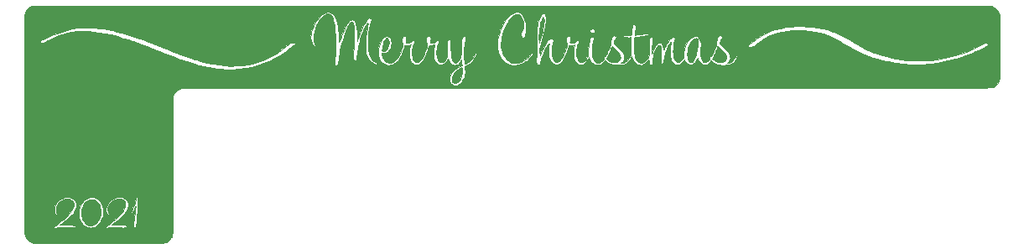
<source format=gto>
G04 #@! TF.GenerationSoftware,KiCad,Pcbnew,(5.1.10)-1*
G04 #@! TF.CreationDate,2021-12-12T20:23:01-05:00*
G04 #@! TF.ProjectId,Bus Ornament,42757320-4f72-46e6-916d-656e742e6b69,rev?*
G04 #@! TF.SameCoordinates,Original*
G04 #@! TF.FileFunction,Legend,Top*
G04 #@! TF.FilePolarity,Positive*
%FSLAX46Y46*%
G04 Gerber Fmt 4.6, Leading zero omitted, Abs format (unit mm)*
G04 Created by KiCad (PCBNEW (5.1.10)-1) date 2021-12-12 20:23:01*
%MOMM*%
%LPD*%
G01*
G04 APERTURE LIST*
%ADD10C,0.010000*%
G04 APERTURE END LIST*
D10*
G36*
X114848171Y-96634354D02*
G01*
X114881239Y-96678264D01*
X114902523Y-96759468D01*
X114912321Y-96874687D01*
X114910933Y-97020642D01*
X114898658Y-97194057D01*
X114875795Y-97391651D01*
X114842644Y-97610148D01*
X114799503Y-97846268D01*
X114746672Y-98096733D01*
X114694494Y-98317959D01*
X114663938Y-98437397D01*
X114629070Y-98566790D01*
X114591774Y-98699872D01*
X114553935Y-98830375D01*
X114517436Y-98952031D01*
X114484161Y-99058573D01*
X114455996Y-99143734D01*
X114434823Y-99201247D01*
X114422528Y-99224843D01*
X114421784Y-99225100D01*
X114418516Y-99205118D01*
X114414086Y-99149857D01*
X114408943Y-99066337D01*
X114403533Y-98961581D01*
X114399902Y-98881141D01*
X114395873Y-98551395D01*
X114410608Y-98215127D01*
X114442940Y-97881139D01*
X114491702Y-97558230D01*
X114555728Y-97255201D01*
X114633850Y-96980853D01*
X114663016Y-96896766D01*
X114711227Y-96774113D01*
X114752867Y-96690102D01*
X114789923Y-96641919D01*
X114824381Y-96626748D01*
X114848171Y-96634354D01*
G37*
X114848171Y-96634354D02*
X114881239Y-96678264D01*
X114902523Y-96759468D01*
X114912321Y-96874687D01*
X114910933Y-97020642D01*
X114898658Y-97194057D01*
X114875795Y-97391651D01*
X114842644Y-97610148D01*
X114799503Y-97846268D01*
X114746672Y-98096733D01*
X114694494Y-98317959D01*
X114663938Y-98437397D01*
X114629070Y-98566790D01*
X114591774Y-98699872D01*
X114553935Y-98830375D01*
X114517436Y-98952031D01*
X114484161Y-99058573D01*
X114455996Y-99143734D01*
X114434823Y-99201247D01*
X114422528Y-99224843D01*
X114421784Y-99225100D01*
X114418516Y-99205118D01*
X114414086Y-99149857D01*
X114408943Y-99066337D01*
X114403533Y-98961581D01*
X114399902Y-98881141D01*
X114395873Y-98551395D01*
X114410608Y-98215127D01*
X114442940Y-97881139D01*
X114491702Y-97558230D01*
X114555728Y-97255201D01*
X114633850Y-96980853D01*
X114663016Y-96896766D01*
X114711227Y-96774113D01*
X114752867Y-96690102D01*
X114789923Y-96641919D01*
X114824381Y-96626748D01*
X114848171Y-96634354D01*
G36*
X132469727Y-99554824D02*
G01*
X132503568Y-99578138D01*
X132554863Y-99621811D01*
X132627236Y-99688789D01*
X132724314Y-99782019D01*
X132765492Y-99822072D01*
X132930865Y-99989421D01*
X133063055Y-100137631D01*
X133164467Y-100270488D01*
X133237507Y-100391777D01*
X133284582Y-100505283D01*
X133308096Y-100614792D01*
X133311900Y-100681694D01*
X133291899Y-100816885D01*
X133235523Y-100939029D01*
X133148211Y-101040817D01*
X133035403Y-101114941D01*
X132971350Y-101139281D01*
X132871997Y-101158696D01*
X132747829Y-101168338D01*
X132615297Y-101167877D01*
X132490851Y-101156984D01*
X132447798Y-101149784D01*
X132293411Y-101101450D01*
X132142596Y-101021507D01*
X132021409Y-100927600D01*
X131968096Y-100875294D01*
X131929892Y-100833161D01*
X131914907Y-100810159D01*
X131914900Y-100809942D01*
X131923717Y-100785633D01*
X131948064Y-100730234D01*
X131984781Y-100650642D01*
X132030709Y-100553753D01*
X132061441Y-100490047D01*
X132124914Y-100353846D01*
X132192790Y-100199133D01*
X132257405Y-100043896D01*
X132311093Y-99906124D01*
X132316353Y-99891850D01*
X132355684Y-99784525D01*
X132390784Y-99689172D01*
X132418648Y-99613916D01*
X132436274Y-99566883D01*
X132439906Y-99557488D01*
X132449715Y-99548923D01*
X132469727Y-99554824D01*
G37*
X132469727Y-99554824D02*
X132503568Y-99578138D01*
X132554863Y-99621811D01*
X132627236Y-99688789D01*
X132724314Y-99782019D01*
X132765492Y-99822072D01*
X132930865Y-99989421D01*
X133063055Y-100137631D01*
X133164467Y-100270488D01*
X133237507Y-100391777D01*
X133284582Y-100505283D01*
X133308096Y-100614792D01*
X133311900Y-100681694D01*
X133291899Y-100816885D01*
X133235523Y-100939029D01*
X133148211Y-101040817D01*
X133035403Y-101114941D01*
X132971350Y-101139281D01*
X132871997Y-101158696D01*
X132747829Y-101168338D01*
X132615297Y-101167877D01*
X132490851Y-101156984D01*
X132447798Y-101149784D01*
X132293411Y-101101450D01*
X132142596Y-101021507D01*
X132021409Y-100927600D01*
X131968096Y-100875294D01*
X131929892Y-100833161D01*
X131914907Y-100810159D01*
X131914900Y-100809942D01*
X131923717Y-100785633D01*
X131948064Y-100730234D01*
X131984781Y-100650642D01*
X132030709Y-100553753D01*
X132061441Y-100490047D01*
X132124914Y-100353846D01*
X132192790Y-100199133D01*
X132257405Y-100043896D01*
X132311093Y-99906124D01*
X132316353Y-99891850D01*
X132355684Y-99784525D01*
X132390784Y-99689172D01*
X132418648Y-99613916D01*
X132436274Y-99566883D01*
X132439906Y-99557488D01*
X132449715Y-99548923D01*
X132469727Y-99554824D01*
G36*
X122077671Y-99822660D02*
G01*
X122248045Y-99995996D01*
X122384182Y-100150753D01*
X122487917Y-100290511D01*
X122561084Y-100418848D01*
X122605519Y-100539342D01*
X122623056Y-100655573D01*
X122615531Y-100771120D01*
X122599861Y-100841202D01*
X122556295Y-100931294D01*
X122482153Y-101017767D01*
X122388628Y-101090116D01*
X122286913Y-101137839D01*
X122282183Y-101139281D01*
X122167982Y-101161215D01*
X122030392Y-101169427D01*
X121886075Y-101163914D01*
X121751693Y-101144669D01*
X121728655Y-101139459D01*
X121560420Y-101083323D01*
X121417836Y-101000662D01*
X121350669Y-100945800D01*
X121293191Y-100892138D01*
X121257866Y-100848991D01*
X121244107Y-100806786D01*
X121251329Y-100755949D01*
X121278946Y-100686906D01*
X121326372Y-100590084D01*
X121328627Y-100585590D01*
X121389366Y-100462378D01*
X121442831Y-100348344D01*
X121493369Y-100233313D01*
X121545324Y-100107115D01*
X121603040Y-99959576D01*
X121659015Y-99812077D01*
X121768607Y-99520637D01*
X122077671Y-99822660D01*
G37*
X122077671Y-99822660D02*
X122248045Y-99995996D01*
X122384182Y-100150753D01*
X122487917Y-100290511D01*
X122561084Y-100418848D01*
X122605519Y-100539342D01*
X122623056Y-100655573D01*
X122615531Y-100771120D01*
X122599861Y-100841202D01*
X122556295Y-100931294D01*
X122482153Y-101017767D01*
X122388628Y-101090116D01*
X122286913Y-101137839D01*
X122282183Y-101139281D01*
X122167982Y-101161215D01*
X122030392Y-101169427D01*
X121886075Y-101163914D01*
X121751693Y-101144669D01*
X121728655Y-101139459D01*
X121560420Y-101083323D01*
X121417836Y-101000662D01*
X121350669Y-100945800D01*
X121293191Y-100892138D01*
X121257866Y-100848991D01*
X121244107Y-100806786D01*
X121251329Y-100755949D01*
X121278946Y-100686906D01*
X121326372Y-100590084D01*
X121328627Y-100585590D01*
X121389366Y-100462378D01*
X121442831Y-100348344D01*
X121493369Y-100233313D01*
X121545324Y-100107115D01*
X121603040Y-99959576D01*
X121659015Y-99812077D01*
X121768607Y-99520637D01*
X122077671Y-99822660D01*
G36*
X130356882Y-98756133D02*
G01*
X130424960Y-98803508D01*
X130470238Y-98871052D01*
X130486543Y-98949424D01*
X130467703Y-99029284D01*
X130466325Y-99032003D01*
X130445059Y-99100522D01*
X130434207Y-99197813D01*
X130433233Y-99240555D01*
X130428393Y-99365795D01*
X130414882Y-99520466D01*
X130394212Y-99692910D01*
X130367896Y-99871470D01*
X130337446Y-100044486D01*
X130314399Y-100156433D01*
X130257117Y-100388146D01*
X130193114Y-100598046D01*
X130124116Y-100781961D01*
X130051853Y-100935716D01*
X129978052Y-101055136D01*
X129911184Y-101130302D01*
X129826803Y-101180879D01*
X129737073Y-101194194D01*
X129651360Y-101169619D01*
X129621156Y-101149718D01*
X129557212Y-101081309D01*
X129494910Y-100981966D01*
X129440764Y-100862807D01*
X129422278Y-100810319D01*
X129407347Y-100754036D01*
X129396883Y-100687614D01*
X129390257Y-100603019D01*
X129386839Y-100492216D01*
X129386001Y-100347171D01*
X129386002Y-100346933D01*
X129386848Y-100210732D01*
X129389664Y-100106274D01*
X129395563Y-100022974D01*
X129405655Y-99950251D01*
X129421053Y-99877521D01*
X129442867Y-99794201D01*
X129444791Y-99787239D01*
X129515302Y-99570411D01*
X129600725Y-99371041D01*
X129698288Y-99192644D01*
X129805219Y-99038735D01*
X129918746Y-98912828D01*
X130036095Y-98818438D01*
X130154496Y-98759080D01*
X130271176Y-98738268D01*
X130272179Y-98738266D01*
X130356882Y-98756133D01*
G37*
X130356882Y-98756133D02*
X130424960Y-98803508D01*
X130470238Y-98871052D01*
X130486543Y-98949424D01*
X130467703Y-99029284D01*
X130466325Y-99032003D01*
X130445059Y-99100522D01*
X130434207Y-99197813D01*
X130433233Y-99240555D01*
X130428393Y-99365795D01*
X130414882Y-99520466D01*
X130394212Y-99692910D01*
X130367896Y-99871470D01*
X130337446Y-100044486D01*
X130314399Y-100156433D01*
X130257117Y-100388146D01*
X130193114Y-100598046D01*
X130124116Y-100781961D01*
X130051853Y-100935716D01*
X129978052Y-101055136D01*
X129911184Y-101130302D01*
X129826803Y-101180879D01*
X129737073Y-101194194D01*
X129651360Y-101169619D01*
X129621156Y-101149718D01*
X129557212Y-101081309D01*
X129494910Y-100981966D01*
X129440764Y-100862807D01*
X129422278Y-100810319D01*
X129407347Y-100754036D01*
X129396883Y-100687614D01*
X129390257Y-100603019D01*
X129386839Y-100492216D01*
X129386001Y-100347171D01*
X129386002Y-100346933D01*
X129386848Y-100210732D01*
X129389664Y-100106274D01*
X129395563Y-100022974D01*
X129405655Y-99950251D01*
X129421053Y-99877521D01*
X129442867Y-99794201D01*
X129444791Y-99787239D01*
X129515302Y-99570411D01*
X129600725Y-99371041D01*
X129698288Y-99192644D01*
X129805219Y-99038735D01*
X129918746Y-98912828D01*
X130036095Y-98818438D01*
X130154496Y-98759080D01*
X130271176Y-98738268D01*
X130272179Y-98738266D01*
X130356882Y-98756133D01*
G36*
X99094268Y-98733633D02*
G01*
X99158183Y-98784894D01*
X99204973Y-98868139D01*
X99235191Y-98976893D01*
X99249393Y-99104675D01*
X99248133Y-99245008D01*
X99231967Y-99391413D01*
X99201449Y-99537412D01*
X99157135Y-99676527D01*
X99099579Y-99802279D01*
X99029337Y-99908190D01*
X98989957Y-99951364D01*
X98887293Y-100027941D01*
X98780177Y-100063690D01*
X98670980Y-100057966D01*
X98636577Y-100047488D01*
X98590341Y-100019415D01*
X98567070Y-99987900D01*
X98564551Y-99947327D01*
X98569681Y-99874474D01*
X98581108Y-99778426D01*
X98597480Y-99668267D01*
X98617447Y-99553084D01*
X98639656Y-99441960D01*
X98662756Y-99343982D01*
X98662983Y-99343115D01*
X98721884Y-99145147D01*
X98785017Y-98983609D01*
X98851609Y-98859593D01*
X98920888Y-98774189D01*
X98992082Y-98728488D01*
X99064420Y-98723582D01*
X99094268Y-98733633D01*
G37*
X99094268Y-98733633D02*
X99158183Y-98784894D01*
X99204973Y-98868139D01*
X99235191Y-98976893D01*
X99249393Y-99104675D01*
X99248133Y-99245008D01*
X99231967Y-99391413D01*
X99201449Y-99537412D01*
X99157135Y-99676527D01*
X99099579Y-99802279D01*
X99029337Y-99908190D01*
X98989957Y-99951364D01*
X98887293Y-100027941D01*
X98780177Y-100063690D01*
X98670980Y-100057966D01*
X98636577Y-100047488D01*
X98590341Y-100019415D01*
X98567070Y-99987900D01*
X98564551Y-99947327D01*
X98569681Y-99874474D01*
X98581108Y-99778426D01*
X98597480Y-99668267D01*
X98617447Y-99553084D01*
X98639656Y-99441960D01*
X98662756Y-99343982D01*
X98662983Y-99343115D01*
X98721884Y-99145147D01*
X98785017Y-98983609D01*
X98851609Y-98859593D01*
X98920888Y-98774189D01*
X98992082Y-98728488D01*
X99064420Y-98723582D01*
X99094268Y-98733633D01*
G36*
X106619314Y-101721028D02*
G01*
X106623319Y-101726226D01*
X106633176Y-101764605D01*
X106639022Y-101836214D01*
X106641020Y-101932155D01*
X106639331Y-102043530D01*
X106634120Y-102161442D01*
X106625546Y-102276992D01*
X106613773Y-102381285D01*
X106611035Y-102400100D01*
X106561600Y-102639366D01*
X106491765Y-102842104D01*
X106401639Y-103008115D01*
X106291333Y-103137201D01*
X106160954Y-103229164D01*
X106150860Y-103234315D01*
X106025208Y-103278001D01*
X105899748Y-103286796D01*
X105785120Y-103259990D01*
X105782454Y-103258844D01*
X105726260Y-103222054D01*
X105673214Y-103168652D01*
X105666037Y-103159131D01*
X105642470Y-103121837D01*
X105627534Y-103082781D01*
X105619313Y-103031233D01*
X105615889Y-102956466D01*
X105615316Y-102875198D01*
X105616223Y-102775411D01*
X105620969Y-102703682D01*
X105632591Y-102645739D01*
X105654128Y-102587315D01*
X105688619Y-102514138D01*
X105694896Y-102501414D01*
X105794304Y-102338717D01*
X105928468Y-102177245D01*
X106090171Y-102023756D01*
X106272200Y-101885008D01*
X106467339Y-101767759D01*
X106491352Y-101755426D01*
X106558125Y-101724270D01*
X106597814Y-101713460D01*
X106619314Y-101721028D01*
G37*
X106619314Y-101721028D02*
X106623319Y-101726226D01*
X106633176Y-101764605D01*
X106639022Y-101836214D01*
X106641020Y-101932155D01*
X106639331Y-102043530D01*
X106634120Y-102161442D01*
X106625546Y-102276992D01*
X106613773Y-102381285D01*
X106611035Y-102400100D01*
X106561600Y-102639366D01*
X106491765Y-102842104D01*
X106401639Y-103008115D01*
X106291333Y-103137201D01*
X106160954Y-103229164D01*
X106150860Y-103234315D01*
X106025208Y-103278001D01*
X105899748Y-103286796D01*
X105785120Y-103259990D01*
X105782454Y-103258844D01*
X105726260Y-103222054D01*
X105673214Y-103168652D01*
X105666037Y-103159131D01*
X105642470Y-103121837D01*
X105627534Y-103082781D01*
X105619313Y-103031233D01*
X105615889Y-102956466D01*
X105615316Y-102875198D01*
X105616223Y-102775411D01*
X105620969Y-102703682D01*
X105632591Y-102645739D01*
X105654128Y-102587315D01*
X105688619Y-102514138D01*
X105694896Y-102501414D01*
X105794304Y-102338717D01*
X105928468Y-102177245D01*
X106090171Y-102023756D01*
X106272200Y-101885008D01*
X106467339Y-101767759D01*
X106491352Y-101755426D01*
X106558125Y-101724270D01*
X106597814Y-101713460D01*
X106619314Y-101721028D01*
G36*
X69321518Y-115027688D02*
G01*
X69396182Y-115034342D01*
X69456865Y-115048435D01*
X69517707Y-115072421D01*
X69536733Y-115081263D01*
X69699430Y-115181488D01*
X69842416Y-115316818D01*
X69962523Y-115483391D01*
X70056581Y-115677345D01*
X70080483Y-115744023D01*
X70103016Y-115816304D01*
X70118738Y-115880557D01*
X70128904Y-115947352D01*
X70134769Y-116027258D01*
X70137586Y-116130844D01*
X70138465Y-116232516D01*
X70135705Y-116416730D01*
X70123870Y-116571004D01*
X70100542Y-116707204D01*
X70063301Y-116837197D01*
X70009729Y-116972850D01*
X69969903Y-117059463D01*
X69860312Y-117251322D01*
X69732858Y-117407426D01*
X69589402Y-117526729D01*
X69431803Y-117608186D01*
X69261922Y-117650752D01*
X69081618Y-117653382D01*
X68952184Y-117631383D01*
X68789042Y-117570448D01*
X68642102Y-117472075D01*
X68513532Y-117338765D01*
X68405501Y-117173022D01*
X68320178Y-116977346D01*
X68284627Y-116861312D01*
X68253690Y-116697014D01*
X68239092Y-116507878D01*
X68240678Y-116308052D01*
X68258293Y-116111687D01*
X68291781Y-115932931D01*
X68294950Y-115920547D01*
X68369558Y-115695113D01*
X68467531Y-115496488D01*
X68586557Y-115327956D01*
X68724322Y-115192799D01*
X68876710Y-115095183D01*
X68947600Y-115062095D01*
X69006077Y-115041620D01*
X69066882Y-115030778D01*
X69144756Y-115026588D01*
X69218735Y-115026016D01*
X69321518Y-115027688D01*
G37*
X69321518Y-115027688D02*
X69396182Y-115034342D01*
X69456865Y-115048435D01*
X69517707Y-115072421D01*
X69536733Y-115081263D01*
X69699430Y-115181488D01*
X69842416Y-115316818D01*
X69962523Y-115483391D01*
X70056581Y-115677345D01*
X70080483Y-115744023D01*
X70103016Y-115816304D01*
X70118738Y-115880557D01*
X70128904Y-115947352D01*
X70134769Y-116027258D01*
X70137586Y-116130844D01*
X70138465Y-116232516D01*
X70135705Y-116416730D01*
X70123870Y-116571004D01*
X70100542Y-116707204D01*
X70063301Y-116837197D01*
X70009729Y-116972850D01*
X69969903Y-117059463D01*
X69860312Y-117251322D01*
X69732858Y-117407426D01*
X69589402Y-117526729D01*
X69431803Y-117608186D01*
X69261922Y-117650752D01*
X69081618Y-117653382D01*
X68952184Y-117631383D01*
X68789042Y-117570448D01*
X68642102Y-117472075D01*
X68513532Y-117338765D01*
X68405501Y-117173022D01*
X68320178Y-116977346D01*
X68284627Y-116861312D01*
X68253690Y-116697014D01*
X68239092Y-116507878D01*
X68240678Y-116308052D01*
X68258293Y-116111687D01*
X68291781Y-115932931D01*
X68294950Y-115920547D01*
X68369558Y-115695113D01*
X68467531Y-115496488D01*
X68586557Y-115327956D01*
X68724322Y-115192799D01*
X68876710Y-115095183D01*
X68947600Y-115062095D01*
X69006077Y-115041620D01*
X69066882Y-115030778D01*
X69144756Y-115026588D01*
X69218735Y-115026016D01*
X69321518Y-115027688D01*
G36*
X160172400Y-95528197D02*
G01*
X160370037Y-95618302D01*
X160538512Y-95738696D01*
X160678569Y-95890134D01*
X160790951Y-96073372D01*
X160853289Y-96220241D01*
X160902650Y-96357016D01*
X160902650Y-99595516D01*
X160902595Y-100040853D01*
X160902423Y-100445740D01*
X160902114Y-100812064D01*
X160901655Y-101141709D01*
X160901027Y-101436558D01*
X160900215Y-101698497D01*
X160899203Y-101929411D01*
X160897974Y-102131184D01*
X160896511Y-102305700D01*
X160894800Y-102454844D01*
X160892822Y-102580502D01*
X160890563Y-102684556D01*
X160888005Y-102768892D01*
X160885132Y-102835396D01*
X160881928Y-102885950D01*
X160878377Y-102922440D01*
X160874462Y-102946750D01*
X160873605Y-102950433D01*
X160803852Y-103144912D01*
X160697986Y-103323152D01*
X160560723Y-103480095D01*
X160396780Y-103610683D01*
X160210876Y-103709855D01*
X160140650Y-103736496D01*
X160132337Y-103737640D01*
X160113847Y-103738757D01*
X160084663Y-103739848D01*
X160044265Y-103740913D01*
X159992133Y-103741953D01*
X159927750Y-103742968D01*
X159850596Y-103743959D01*
X159760153Y-103744925D01*
X159655902Y-103745869D01*
X159537323Y-103746789D01*
X159403899Y-103747687D01*
X159255110Y-103748563D01*
X159090437Y-103749418D01*
X158909362Y-103750252D01*
X158711366Y-103751065D01*
X158495930Y-103751859D01*
X158262535Y-103752633D01*
X158010662Y-103753389D01*
X157739793Y-103754126D01*
X157449408Y-103754845D01*
X157138989Y-103755547D01*
X156808017Y-103756232D01*
X156455973Y-103756900D01*
X156082339Y-103757553D01*
X155686595Y-103758190D01*
X155268223Y-103758812D01*
X154826703Y-103759420D01*
X154361518Y-103760014D01*
X153872147Y-103760595D01*
X153358073Y-103761163D01*
X152818777Y-103761718D01*
X152253739Y-103762262D01*
X151662441Y-103762794D01*
X151044364Y-103763315D01*
X150398989Y-103763826D01*
X149725797Y-103764327D01*
X149024271Y-103764819D01*
X148293889Y-103765302D01*
X147534135Y-103765776D01*
X146744488Y-103766242D01*
X145924431Y-103766701D01*
X145073444Y-103767154D01*
X144191009Y-103767599D01*
X143276607Y-103768039D01*
X142329718Y-103768474D01*
X141349824Y-103768903D01*
X140336407Y-103769328D01*
X139288947Y-103769750D01*
X138206925Y-103770168D01*
X137089823Y-103770583D01*
X135937122Y-103770995D01*
X134748304Y-103771406D01*
X133522848Y-103771815D01*
X132260237Y-103772224D01*
X130959951Y-103772632D01*
X129621472Y-103773040D01*
X128244281Y-103773449D01*
X126827859Y-103773858D01*
X125371687Y-103774270D01*
X123875247Y-103774683D01*
X122338019Y-103775099D01*
X120759486Y-103775519D01*
X119172566Y-103775933D01*
X78289150Y-103786516D01*
X78162150Y-103834750D01*
X77970604Y-103928150D01*
X77801743Y-104052180D01*
X77660007Y-104202065D01*
X77549833Y-104373029D01*
X77475660Y-104560297D01*
X77470704Y-104578548D01*
X77467312Y-104593346D01*
X77464136Y-104611825D01*
X77461169Y-104635361D01*
X77458403Y-104665327D01*
X77455831Y-104703097D01*
X77453445Y-104750045D01*
X77451238Y-104807546D01*
X77449203Y-104876973D01*
X77447333Y-104959700D01*
X77445619Y-105057102D01*
X77444056Y-105170553D01*
X77442634Y-105301427D01*
X77441348Y-105451098D01*
X77440189Y-105620939D01*
X77439151Y-105812326D01*
X77438225Y-106026633D01*
X77437406Y-106265232D01*
X77436684Y-106529499D01*
X77436054Y-106820808D01*
X77435507Y-107140532D01*
X77435036Y-107490046D01*
X77434634Y-107870724D01*
X77434294Y-108283940D01*
X77434008Y-108731067D01*
X77433769Y-109213481D01*
X77433570Y-109732556D01*
X77433402Y-110289664D01*
X77433260Y-110886182D01*
X77433135Y-111523481D01*
X77433120Y-111608444D01*
X77433028Y-112255639D01*
X77432975Y-112861877D01*
X77432933Y-113428534D01*
X77432880Y-113956987D01*
X77432790Y-114448611D01*
X77432639Y-114904784D01*
X77432401Y-115326880D01*
X77432053Y-115716277D01*
X77431569Y-116074350D01*
X77430924Y-116402476D01*
X77430094Y-116702032D01*
X77429054Y-116974392D01*
X77427779Y-117220934D01*
X77426245Y-117443034D01*
X77424427Y-117642069D01*
X77422300Y-117819413D01*
X77419839Y-117976444D01*
X77417019Y-118114537D01*
X77413817Y-118235070D01*
X77410206Y-118339418D01*
X77406163Y-118428957D01*
X77401663Y-118505065D01*
X77396680Y-118569116D01*
X77391191Y-118622487D01*
X77385170Y-118666555D01*
X77378592Y-118702695D01*
X77371434Y-118732284D01*
X77363669Y-118756699D01*
X77355274Y-118777315D01*
X77346224Y-118795508D01*
X77336493Y-118812655D01*
X77326058Y-118830133D01*
X77314893Y-118849317D01*
X77302974Y-118871583D01*
X77302517Y-118872485D01*
X77231168Y-118985553D01*
X77133580Y-119101912D01*
X77022106Y-119208883D01*
X76909100Y-119293786D01*
X76869398Y-119317054D01*
X76848940Y-119328587D01*
X76831284Y-119339375D01*
X76815024Y-119349442D01*
X76798753Y-119358812D01*
X76781064Y-119367512D01*
X76760552Y-119375564D01*
X76735810Y-119382994D01*
X76705432Y-119389827D01*
X76668011Y-119396087D01*
X76622141Y-119401800D01*
X76566416Y-119406989D01*
X76499428Y-119411679D01*
X76419773Y-119415895D01*
X76326043Y-119419663D01*
X76216832Y-119423005D01*
X76090734Y-119425948D01*
X75946342Y-119428516D01*
X75782250Y-119430733D01*
X75597052Y-119432624D01*
X75389340Y-119434214D01*
X75157710Y-119435528D01*
X74900754Y-119436591D01*
X74617066Y-119437426D01*
X74305240Y-119438059D01*
X73963869Y-119438514D01*
X73591547Y-119438816D01*
X73186868Y-119438990D01*
X72748425Y-119439061D01*
X72274812Y-119439053D01*
X71764622Y-119438990D01*
X71216450Y-119438898D01*
X70628888Y-119438802D01*
X70000530Y-119438725D01*
X69939744Y-119438720D01*
X63366650Y-119438173D01*
X63229066Y-119391095D01*
X63027919Y-119301638D01*
X62854642Y-119181791D01*
X62711470Y-119034309D01*
X62600638Y-118861949D01*
X62524382Y-118667469D01*
X62487204Y-118476183D01*
X62485492Y-118439051D01*
X62483872Y-118359867D01*
X62482345Y-118238912D01*
X62480912Y-118076466D01*
X62479572Y-117872811D01*
X62479251Y-117809702D01*
X65430400Y-117809702D01*
X65449048Y-117855572D01*
X65494925Y-117891411D01*
X65552924Y-117907438D01*
X65578566Y-117905658D01*
X65623143Y-117898219D01*
X65696600Y-117887443D01*
X65785810Y-117875228D01*
X65821983Y-117870491D01*
X65912082Y-117861893D01*
X66023790Y-117856998D01*
X66162181Y-117855764D01*
X66332325Y-117858150D01*
X66539296Y-117864116D01*
X66552233Y-117864560D01*
X66771172Y-117871780D01*
X66952077Y-117876809D01*
X67099196Y-117879563D01*
X67216774Y-117879956D01*
X67309060Y-117877900D01*
X67380300Y-117873309D01*
X67434741Y-117866098D01*
X67476630Y-117856179D01*
X67506418Y-117845172D01*
X67582758Y-117801856D01*
X67622606Y-117756326D01*
X67624622Y-117715601D01*
X67592555Y-117686264D01*
X67522717Y-117659443D01*
X67419621Y-117635634D01*
X67287782Y-117615334D01*
X67131713Y-117599039D01*
X66955927Y-117587246D01*
X66764940Y-117580451D01*
X66563264Y-117579151D01*
X66410093Y-117582009D01*
X66287494Y-117585320D01*
X66181433Y-117587584D01*
X66098357Y-117588713D01*
X66044715Y-117588621D01*
X66026947Y-117587224D01*
X66045667Y-117573318D01*
X66092499Y-117539439D01*
X66161072Y-117490173D01*
X66245016Y-117430103D01*
X66277066Y-117407219D01*
X66448490Y-117282839D01*
X66594562Y-117171619D01*
X66726052Y-117064648D01*
X66853729Y-116953012D01*
X66988365Y-116827799D01*
X67057136Y-116761700D01*
X67262731Y-116550488D01*
X67416699Y-116367549D01*
X67941661Y-116367549D01*
X67946682Y-116570902D01*
X67970813Y-116761855D01*
X67989745Y-116846350D01*
X68070323Y-117085069D01*
X68177565Y-117297417D01*
X68309155Y-117480991D01*
X68462776Y-117633386D01*
X68636113Y-117752199D01*
X68826851Y-117835027D01*
X68977531Y-117871686D01*
X69063340Y-117884872D01*
X69128455Y-117890143D01*
X69191636Y-117887517D01*
X69271645Y-117877012D01*
X69303900Y-117871983D01*
X69506855Y-117818853D01*
X69540871Y-117802391D01*
X70662653Y-117802391D01*
X70674259Y-117851440D01*
X70716381Y-117888597D01*
X70777408Y-117906182D01*
X70816819Y-117904400D01*
X70870831Y-117895847D01*
X70949193Y-117884271D01*
X71028983Y-117873010D01*
X71150214Y-117861530D01*
X71308080Y-117854937D01*
X71497169Y-117853222D01*
X71712065Y-117856381D01*
X71947356Y-117864407D01*
X72146150Y-117874300D01*
X72290858Y-117881983D01*
X72400887Y-117886340D01*
X72483774Y-117887202D01*
X72547053Y-117884403D01*
X72598263Y-117877774D01*
X72644938Y-117867146D01*
X72660275Y-117862836D01*
X72733490Y-117836133D01*
X72795394Y-117804237D01*
X72820752Y-117785081D01*
X72850120Y-117752267D01*
X72849901Y-117729545D01*
X72823538Y-117700164D01*
X72780316Y-117670419D01*
X72713594Y-117645875D01*
X72620415Y-117626198D01*
X72497825Y-117611056D01*
X72342868Y-117600115D01*
X72152589Y-117593041D01*
X71924033Y-117589500D01*
X71838613Y-117589047D01*
X71685870Y-117588428D01*
X71547914Y-117587610D01*
X71430124Y-117586646D01*
X71337879Y-117585590D01*
X71276560Y-117584493D01*
X71251545Y-117583409D01*
X71251238Y-117583282D01*
X71267478Y-117570464D01*
X71311269Y-117539022D01*
X71375209Y-117494215D01*
X71425858Y-117459183D01*
X71622149Y-117317877D01*
X71819795Y-117164090D01*
X72013021Y-117003059D01*
X72196052Y-116840022D01*
X72363114Y-116680216D01*
X72508431Y-116528880D01*
X72626230Y-116391251D01*
X72657494Y-116349663D01*
X73219542Y-116349663D01*
X73222143Y-116374575D01*
X73222500Y-116375270D01*
X73251960Y-116407454D01*
X73288727Y-116405076D01*
X73334116Y-116366854D01*
X73389445Y-116291507D01*
X73456027Y-116177755D01*
X73488765Y-116116100D01*
X73534964Y-116023963D01*
X73580080Y-115928804D01*
X73615088Y-115849721D01*
X73617901Y-115842904D01*
X73644412Y-115783789D01*
X73665724Y-115746645D01*
X73675568Y-115739379D01*
X73679068Y-115757101D01*
X73678045Y-115800322D01*
X73672243Y-115871156D01*
X73661409Y-115971717D01*
X73645287Y-116104122D01*
X73623625Y-116270483D01*
X73596168Y-116472916D01*
X73562660Y-116713536D01*
X73534460Y-116912924D01*
X73508973Y-117096369D01*
X73486584Y-117265760D01*
X73467840Y-117416340D01*
X73453291Y-117543351D01*
X73443487Y-117642038D01*
X73438976Y-117707644D01*
X73439700Y-117733789D01*
X73469779Y-117785117D01*
X73524150Y-117831856D01*
X73586528Y-117862605D01*
X73631411Y-117868008D01*
X73669584Y-117846812D01*
X73706631Y-117802930D01*
X73709046Y-117798850D01*
X73725009Y-117751521D01*
X73741817Y-117666433D01*
X73759126Y-117548143D01*
X73776591Y-117401208D01*
X73793868Y-117230186D01*
X73810613Y-117039633D01*
X73826482Y-116834107D01*
X73841131Y-116618166D01*
X73854215Y-116396366D01*
X73865390Y-116173265D01*
X73874313Y-115953419D01*
X73880638Y-115741388D01*
X73884021Y-115541726D01*
X73884443Y-115476674D01*
X73884852Y-115302439D01*
X73884540Y-115165624D01*
X73883227Y-115061322D01*
X73880637Y-114984622D01*
X73876490Y-114930613D01*
X73870507Y-114894387D01*
X73862411Y-114871034D01*
X73851922Y-114855644D01*
X73849044Y-114852616D01*
X73811992Y-114827471D01*
X73780266Y-114834643D01*
X73752032Y-114876707D01*
X73725455Y-114956235D01*
X73702073Y-115058802D01*
X73632757Y-115336483D01*
X73534033Y-115623671D01*
X73403605Y-115926796D01*
X73358479Y-116020728D01*
X73297718Y-116146808D01*
X73255517Y-116240507D01*
X73230063Y-116306549D01*
X73219542Y-116349663D01*
X72657494Y-116349663D01*
X72675368Y-116325888D01*
X72769966Y-116177465D01*
X72850514Y-116022122D01*
X72911462Y-115871852D01*
X72947259Y-115738653D01*
X72947356Y-115738105D01*
X72957850Y-115562700D01*
X72928493Y-115393891D01*
X72861706Y-115235974D01*
X72759910Y-115093247D01*
X72625526Y-114970009D01*
X72460974Y-114870555D01*
X72457855Y-114869060D01*
X72387229Y-114836245D01*
X72331199Y-114814611D01*
X72277502Y-114801866D01*
X72213874Y-114795719D01*
X72128052Y-114793880D01*
X72055566Y-114793907D01*
X71939612Y-114795665D01*
X71852265Y-114801436D01*
X71779849Y-114813164D01*
X71708690Y-114832794D01*
X71656900Y-114850617D01*
X71453128Y-114941603D01*
X71266654Y-115059145D01*
X71100628Y-115198796D01*
X70958200Y-115356106D01*
X70842520Y-115526628D01*
X70756738Y-115705914D01*
X70704003Y-115889515D01*
X70687466Y-116072983D01*
X70699710Y-116202321D01*
X70726172Y-116308721D01*
X70763503Y-116404025D01*
X70807754Y-116483298D01*
X70854976Y-116541602D01*
X70901222Y-116573999D01*
X70942543Y-116575553D01*
X70973355Y-116544499D01*
X70981338Y-116507887D01*
X70968888Y-116456009D01*
X70944151Y-116399095D01*
X70884243Y-116227768D01*
X70863563Y-116051935D01*
X70879887Y-115875691D01*
X70930993Y-115703129D01*
X71014657Y-115538344D01*
X71128658Y-115385431D01*
X71270771Y-115248484D01*
X71438774Y-115131598D01*
X71630444Y-115038866D01*
X71695451Y-115015284D01*
X71824046Y-114984409D01*
X71968111Y-114969373D01*
X72110097Y-114970943D01*
X72232457Y-114989883D01*
X72238813Y-114991594D01*
X72379208Y-115050246D01*
X72494465Y-115138569D01*
X72580406Y-115251269D01*
X72632852Y-115383052D01*
X72647982Y-115509975D01*
X72627181Y-115700722D01*
X72565978Y-115900640D01*
X72465098Y-116108853D01*
X72325262Y-116324485D01*
X72147194Y-116546661D01*
X71931616Y-116774505D01*
X71679251Y-117007141D01*
X71390822Y-117243693D01*
X71067051Y-117483285D01*
X70954900Y-117561276D01*
X70830744Y-117648620D01*
X70741850Y-117716464D01*
X70686619Y-117766127D01*
X70663450Y-117798931D01*
X70662653Y-117802391D01*
X69540871Y-117802391D01*
X69696294Y-117727175D01*
X69870017Y-117599190D01*
X70025826Y-117437142D01*
X70161525Y-117243274D01*
X70274914Y-117019829D01*
X70354793Y-116799536D01*
X70377143Y-116721345D01*
X70392830Y-116651859D01*
X70403076Y-116580333D01*
X70409098Y-116496024D01*
X70412117Y-116388190D01*
X70413144Y-116285433D01*
X70411699Y-116116334D01*
X70403544Y-115978295D01*
X70386397Y-115860276D01*
X70357979Y-115751237D01*
X70316011Y-115640138D01*
X70258212Y-115515937D01*
X70251421Y-115502266D01*
X70134834Y-115311186D01*
X69989688Y-115143815D01*
X69821480Y-115004774D01*
X69635707Y-114898687D01*
X69458349Y-114835285D01*
X69269758Y-114807069D01*
X69081885Y-114818712D01*
X68897793Y-114867805D01*
X68720547Y-114951939D01*
X68553209Y-115068706D01*
X68398846Y-115215695D01*
X68260519Y-115390499D01*
X68141295Y-115590707D01*
X68044236Y-115813912D01*
X67989001Y-115990514D01*
X67955762Y-116168514D01*
X67941661Y-116367549D01*
X67416699Y-116367549D01*
X67429721Y-116352077D01*
X67559184Y-116164532D01*
X67652201Y-115985920D01*
X67709852Y-115814305D01*
X67733216Y-115647753D01*
X67731542Y-115553490D01*
X67698151Y-115376647D01*
X67628506Y-115216202D01*
X67526680Y-115075680D01*
X67396750Y-114958605D01*
X67242788Y-114868504D01*
X67068871Y-114808901D01*
X66879072Y-114783323D01*
X66840544Y-114782600D01*
X66692922Y-114791444D01*
X66549159Y-114820077D01*
X66397454Y-114871650D01*
X66237595Y-114943602D01*
X66038941Y-115063275D01*
X65861380Y-115214687D01*
X65710007Y-115391838D01*
X65589917Y-115588732D01*
X65506207Y-115799371D01*
X65503946Y-115807103D01*
X65475454Y-115960565D01*
X65474112Y-116118912D01*
X65498194Y-116271949D01*
X65545975Y-116409479D01*
X65615729Y-116521305D01*
X65626978Y-116534141D01*
X65676217Y-116574444D01*
X65717613Y-116575492D01*
X65748093Y-116549782D01*
X65759533Y-116525222D01*
X65755867Y-116489045D01*
X65735093Y-116431263D01*
X65715240Y-116385741D01*
X65658307Y-116209685D01*
X65641769Y-116028555D01*
X65664664Y-115846333D01*
X65726034Y-115666998D01*
X65824919Y-115494531D01*
X65960358Y-115332914D01*
X65971860Y-115321442D01*
X66121174Y-115196496D01*
X66286697Y-115096691D01*
X66461670Y-115023815D01*
X66639338Y-114979655D01*
X66812943Y-114965998D01*
X66975728Y-114984633D01*
X67094580Y-115024428D01*
X67234642Y-115105191D01*
X67336438Y-115202913D01*
X67401063Y-115319672D01*
X67429610Y-115457550D01*
X67423171Y-115618625D01*
X67419576Y-115642920D01*
X67377004Y-115820828D01*
X67304935Y-116000001D01*
X67201364Y-116183671D01*
X67064284Y-116375071D01*
X66891690Y-116577433D01*
X66743541Y-116732508D01*
X66569508Y-116902253D01*
X66398375Y-117057195D01*
X66220733Y-117205050D01*
X66027174Y-117353536D01*
X65808290Y-117510372D01*
X65725462Y-117567631D01*
X65600125Y-117655730D01*
X65510196Y-117723899D01*
X65454341Y-117773233D01*
X65431226Y-117804827D01*
X65430400Y-117809702D01*
X62479251Y-117809702D01*
X62478326Y-117628228D01*
X62477174Y-117342997D01*
X62476117Y-117017400D01*
X62475155Y-116651717D01*
X62474288Y-116246230D01*
X62473518Y-115801219D01*
X62472843Y-115316965D01*
X62472266Y-114793750D01*
X62471785Y-114231854D01*
X62471402Y-113631559D01*
X62471116Y-112993145D01*
X62470929Y-112316892D01*
X62470840Y-111603084D01*
X62470850Y-110851999D01*
X62470959Y-110063919D01*
X62471168Y-109239126D01*
X62471478Y-108377899D01*
X62471887Y-107480520D01*
X62471968Y-107321350D01*
X62476244Y-99069712D01*
X64054152Y-99069712D01*
X64064712Y-99126535D01*
X64107813Y-99171652D01*
X64178565Y-99198782D01*
X64233901Y-99203815D01*
X64288649Y-99201470D01*
X64344449Y-99193182D01*
X64407145Y-99176836D01*
X64482583Y-99150320D01*
X64576608Y-99111519D01*
X64695066Y-99058320D01*
X64843802Y-98988609D01*
X64890650Y-98966330D01*
X65276389Y-98786423D01*
X65632053Y-98629381D01*
X65962348Y-98493939D01*
X66271980Y-98378831D01*
X66565655Y-98282791D01*
X66848081Y-98204554D01*
X67123963Y-98142854D01*
X67398009Y-98096425D01*
X67674924Y-98064002D01*
X67959416Y-98044320D01*
X68256191Y-98036112D01*
X68351400Y-98035699D01*
X68867748Y-98050961D01*
X69411945Y-98095808D01*
X69981938Y-98169854D01*
X70575679Y-98272714D01*
X71191115Y-98404003D01*
X71826197Y-98563335D01*
X72478874Y-98750325D01*
X72955150Y-98900755D01*
X73133210Y-98959778D01*
X73309781Y-99019738D01*
X73488639Y-99082058D01*
X73673560Y-99148160D01*
X73868320Y-99219467D01*
X74076694Y-99297400D01*
X74302460Y-99383384D01*
X74549393Y-99478839D01*
X74821269Y-99585189D01*
X75121865Y-99703856D01*
X75454956Y-99836262D01*
X75727983Y-99945284D01*
X76084048Y-100087475D01*
X76404623Y-100214999D01*
X76693384Y-100329254D01*
X76954008Y-100431638D01*
X77190172Y-100523548D01*
X77405552Y-100606382D01*
X77603825Y-100681538D01*
X77788667Y-100750414D01*
X77963755Y-100814406D01*
X78132765Y-100874913D01*
X78299375Y-100933333D01*
X78467261Y-100991063D01*
X78574900Y-101027560D01*
X79108342Y-101201618D01*
X79612903Y-101353510D01*
X80094920Y-101484560D01*
X80560730Y-101596090D01*
X81016670Y-101689425D01*
X81469077Y-101765887D01*
X81924290Y-101826800D01*
X82388644Y-101873487D01*
X82755316Y-101900506D01*
X82857114Y-101904312D01*
X82992446Y-101905558D01*
X83152608Y-101904490D01*
X83328892Y-101901353D01*
X83512593Y-101896392D01*
X83695006Y-101889851D01*
X83867425Y-101881976D01*
X84021144Y-101873012D01*
X84147457Y-101863204D01*
X84174566Y-101860563D01*
X84805190Y-101775319D01*
X85426140Y-101650808D01*
X86035201Y-101487996D01*
X86630159Y-101287848D01*
X87208799Y-101051331D01*
X87768907Y-100779409D01*
X88308268Y-100473049D01*
X88824668Y-100133216D01*
X89315893Y-99760876D01*
X89656345Y-99469970D01*
X89743968Y-99389373D01*
X89802055Y-99330099D01*
X89834001Y-99286869D01*
X89843198Y-99254401D01*
X89833041Y-99227414D01*
X89821073Y-99213631D01*
X89796844Y-99196504D01*
X89760495Y-99187037D01*
X89702597Y-99184160D01*
X89613719Y-99186799D01*
X89593574Y-99187784D01*
X89495651Y-99195747D01*
X89403162Y-99208416D01*
X89331999Y-99223462D01*
X89316265Y-99228422D01*
X89268601Y-99253785D01*
X89198030Y-99301616D01*
X89112899Y-99365831D01*
X89021557Y-99440347D01*
X88998765Y-99459841D01*
X88519828Y-99847862D01*
X88027045Y-100196530D01*
X87520937Y-100505548D01*
X87002025Y-100774618D01*
X86470829Y-101003441D01*
X86036150Y-101157716D01*
X85514750Y-101306433D01*
X84983249Y-101419698D01*
X84440340Y-101497467D01*
X83884717Y-101539697D01*
X83315075Y-101546342D01*
X82730108Y-101517358D01*
X82128510Y-101452702D01*
X81508975Y-101352328D01*
X80870198Y-101216193D01*
X80210872Y-101044251D01*
X79887233Y-100949147D01*
X79671580Y-100882352D01*
X79452398Y-100811952D01*
X79226311Y-100736711D01*
X78989941Y-100655392D01*
X78739909Y-100566758D01*
X78472839Y-100469575D01*
X78185353Y-100362604D01*
X77874072Y-100244611D01*
X77535619Y-100114359D01*
X77166617Y-99970611D01*
X76763688Y-99812132D01*
X76553483Y-99728978D01*
X76331393Y-99641071D01*
X76108703Y-99553103D01*
X75890800Y-99467191D01*
X75683072Y-99385450D01*
X75490906Y-99309999D01*
X75319690Y-99242953D01*
X75174810Y-99186429D01*
X75061654Y-99142544D01*
X75025364Y-99128574D01*
X74419401Y-98900898D01*
X73845413Y-98695460D01*
X73525265Y-98587434D01*
X91360676Y-98587434D01*
X91368820Y-98809621D01*
X91393472Y-98948581D01*
X91428689Y-99066268D01*
X91475469Y-99184475D01*
X91529791Y-99296323D01*
X91587637Y-99394934D01*
X91644987Y-99473430D01*
X91697822Y-99524934D01*
X91740595Y-99542600D01*
X91787259Y-99528283D01*
X91812834Y-99509641D01*
X91834110Y-99480512D01*
X91827369Y-99449981D01*
X91814637Y-99429134D01*
X91765037Y-99328072D01*
X91724120Y-99194109D01*
X91693137Y-99036023D01*
X91673342Y-98862588D01*
X91665987Y-98682582D01*
X91672325Y-98504779D01*
X91676349Y-98460201D01*
X91729517Y-98136086D01*
X91822101Y-97807116D01*
X91952274Y-97477985D01*
X92118210Y-97153385D01*
X92294685Y-96871820D01*
X92441225Y-96676952D01*
X92588758Y-96518236D01*
X92735492Y-96397199D01*
X92879636Y-96315364D01*
X92990777Y-96279377D01*
X93114580Y-96265161D01*
X93217950Y-96281864D01*
X93311750Y-96331898D01*
X93344594Y-96357956D01*
X93434726Y-96455255D01*
X93515739Y-96585511D01*
X93587749Y-96749522D01*
X93650874Y-96948082D01*
X93705232Y-97181990D01*
X93750940Y-97452042D01*
X93788115Y-97759034D01*
X93816875Y-98103764D01*
X93837336Y-98487028D01*
X93849617Y-98909623D01*
X93853834Y-99372346D01*
X93851182Y-99796600D01*
X93848126Y-100017626D01*
X93844797Y-100201935D01*
X93840916Y-100355143D01*
X93836203Y-100482865D01*
X93830382Y-100590719D01*
X93823172Y-100684320D01*
X93814296Y-100769284D01*
X93803474Y-100851227D01*
X93796556Y-100897266D01*
X93773367Y-101053961D01*
X93758746Y-101175026D01*
X93752768Y-101266303D01*
X93755506Y-101333636D01*
X93767033Y-101382866D01*
X93787422Y-101419835D01*
X93803354Y-101437978D01*
X93873047Y-101480903D01*
X93951459Y-101486586D01*
X94020120Y-101458199D01*
X94067865Y-101417385D01*
X94104015Y-101366329D01*
X94130979Y-101297910D01*
X94151167Y-101205009D01*
X94166985Y-101080508D01*
X94174101Y-101003100D01*
X94207855Y-100697130D01*
X94258965Y-100362858D01*
X94325200Y-100009512D01*
X94404329Y-99646319D01*
X94494122Y-99282509D01*
X94592349Y-98927308D01*
X94696781Y-98589946D01*
X94805186Y-98279649D01*
X94876158Y-98098216D01*
X94977042Y-97864597D01*
X95076513Y-97657195D01*
X95173042Y-97478454D01*
X95265102Y-97330815D01*
X95351165Y-97216720D01*
X95429703Y-97138612D01*
X95499187Y-97098933D01*
X95501858Y-97098152D01*
X95557517Y-97102529D01*
X95606678Y-97148517D01*
X95649235Y-97235881D01*
X95685079Y-97364384D01*
X95714101Y-97533788D01*
X95719199Y-97573544D01*
X95727948Y-97674613D01*
X95734502Y-97812060D01*
X95738915Y-97979988D01*
X95741240Y-98172502D01*
X95741533Y-98383706D01*
X95739846Y-98607705D01*
X95736234Y-98838601D01*
X95730752Y-99070499D01*
X95723452Y-99297504D01*
X95714389Y-99513719D01*
X95703618Y-99713249D01*
X95698915Y-99786016D01*
X95682560Y-100032864D01*
X95670101Y-100241062D01*
X95661793Y-100414134D01*
X95657891Y-100555607D01*
X95658650Y-100669007D01*
X95664324Y-100757858D01*
X95675169Y-100825687D01*
X95691441Y-100876020D01*
X95713393Y-100912382D01*
X95741282Y-100938299D01*
X95775362Y-100957296D01*
X95783919Y-100960981D01*
X95836482Y-100976724D01*
X95883281Y-100970382D01*
X95921945Y-100953987D01*
X95955999Y-100935855D01*
X95980238Y-100914406D01*
X95996914Y-100882246D01*
X96008280Y-100831984D01*
X96016587Y-100756227D01*
X96024088Y-100647583D01*
X96026275Y-100611516D01*
X96044139Y-100410148D01*
X96074632Y-100177531D01*
X96116021Y-99922238D01*
X96166573Y-99652843D01*
X96224555Y-99377919D01*
X96288235Y-99106039D01*
X96355877Y-98845778D01*
X96425750Y-98605709D01*
X96442526Y-98552465D01*
X96495243Y-98397754D01*
X96557028Y-98232743D01*
X96625158Y-98063357D01*
X96696910Y-97895520D01*
X96769560Y-97735159D01*
X96840388Y-97588198D01*
X96906669Y-97460563D01*
X96965680Y-97358179D01*
X97014700Y-97286970D01*
X97033873Y-97265612D01*
X97075957Y-97230493D01*
X97106674Y-97218503D01*
X97126186Y-97232240D01*
X97134659Y-97274303D01*
X97132255Y-97347289D01*
X97119139Y-97453799D01*
X97095474Y-97596429D01*
X97065006Y-97759307D01*
X96991615Y-98175483D01*
X96936190Y-98570648D01*
X96898846Y-98942186D01*
X96879697Y-99287481D01*
X96878855Y-99603917D01*
X96896436Y-99888878D01*
X96932552Y-100139749D01*
X96956815Y-100248512D01*
X97027609Y-100485610D01*
X97112440Y-100688680D01*
X97215154Y-100864786D01*
X97339598Y-101020988D01*
X97423638Y-101105615D01*
X97530145Y-101193594D01*
X97644027Y-101267687D01*
X97758268Y-101325112D01*
X97865852Y-101363087D01*
X97959762Y-101378829D01*
X98032981Y-101369557D01*
X98056964Y-101356741D01*
X98084898Y-101323190D01*
X98077757Y-101287285D01*
X98033644Y-101246391D01*
X97950662Y-101197869D01*
X97938077Y-101191446D01*
X97782802Y-101092041D01*
X97637330Y-100958251D01*
X97509012Y-100797950D01*
X97406685Y-100622100D01*
X97336570Y-100463513D01*
X97281049Y-100306260D01*
X98177494Y-100306260D01*
X98203682Y-100532974D01*
X98204581Y-100537600D01*
X98265988Y-100757943D01*
X98357360Y-100952941D01*
X98476089Y-101120259D01*
X98619566Y-101257564D01*
X98785181Y-101362521D01*
X98970326Y-101432796D01*
X99172391Y-101466054D01*
X99244994Y-101468515D01*
X99462942Y-101448600D01*
X99668781Y-101388138D01*
X99862383Y-101287183D01*
X100043621Y-101145791D01*
X100081999Y-101109087D01*
X100143442Y-101046676D01*
X100192745Y-100991148D01*
X100235504Y-100934014D01*
X100277315Y-100866789D01*
X100323772Y-100780983D01*
X100380472Y-100668111D01*
X100403059Y-100622100D01*
X100525365Y-100362009D01*
X100631381Y-100115659D01*
X100718635Y-99889215D01*
X100784659Y-99688846D01*
X100802726Y-99624389D01*
X100850448Y-99444243D01*
X101010912Y-99453532D01*
X101206032Y-99447453D01*
X101306294Y-99428256D01*
X101376242Y-99411945D01*
X101428182Y-99402850D01*
X101450355Y-99402833D01*
X101448848Y-99426109D01*
X101436542Y-99454864D01*
X101420989Y-99493520D01*
X101398367Y-99561522D01*
X101372421Y-99647291D01*
X101358932Y-99694802D01*
X101322595Y-99862004D01*
X101298762Y-100049056D01*
X101287837Y-100243318D01*
X101290224Y-100432145D01*
X101306326Y-100602895D01*
X101326595Y-100707374D01*
X101378756Y-100880859D01*
X101441932Y-101023909D01*
X101521928Y-101148101D01*
X101585889Y-101224408D01*
X101711044Y-101337451D01*
X101843228Y-101412359D01*
X101978951Y-101448267D01*
X102114723Y-101444308D01*
X102247053Y-101399617D01*
X102261533Y-101392023D01*
X102355754Y-101326858D01*
X102459630Y-101231450D01*
X102565448Y-101114164D01*
X102665496Y-100983365D01*
X102731853Y-100881853D01*
X102809603Y-100742450D01*
X102894215Y-100572214D01*
X102981502Y-100381178D01*
X103067274Y-100179376D01*
X103147344Y-99976839D01*
X103217524Y-99783601D01*
X103273625Y-99609696D01*
X103295425Y-99531834D01*
X103317613Y-99446985D01*
X103485307Y-99454600D01*
X103649439Y-99450925D01*
X103773892Y-99427072D01*
X103839599Y-99409765D01*
X103887056Y-99400628D01*
X103903799Y-99400943D01*
X103902014Y-99423864D01*
X103889172Y-99476498D01*
X103867877Y-99548487D01*
X103862205Y-99566237D01*
X103812636Y-99736606D01*
X103779581Y-99896356D01*
X103760700Y-100061367D01*
X103753656Y-100247522D01*
X103753484Y-100304600D01*
X103768159Y-100559150D01*
X103810297Y-100784788D01*
X103879419Y-100980482D01*
X103975047Y-101145200D01*
X104096701Y-101277911D01*
X104243902Y-101377584D01*
X104254062Y-101382755D01*
X104390085Y-101434081D01*
X104520857Y-101448284D01*
X104648298Y-101424510D01*
X104774332Y-101361905D01*
X104900880Y-101259617D01*
X105029863Y-101116792D01*
X105117737Y-100999226D01*
X105221647Y-100851263D01*
X105282909Y-100985390D01*
X105378841Y-101157052D01*
X105492739Y-101292817D01*
X105623015Y-101391481D01*
X105768083Y-101451839D01*
X105925330Y-101472684D01*
X106070290Y-101456145D01*
X106200864Y-101403673D01*
X106319393Y-101313636D01*
X106428220Y-101184402D01*
X106497695Y-101073617D01*
X106567468Y-100950183D01*
X106581045Y-101066600D01*
X106590053Y-101151735D01*
X106599600Y-101254076D01*
X106606155Y-101333012D01*
X106617689Y-101483008D01*
X106419287Y-101584817D01*
X106187370Y-101718856D01*
X105977403Y-101870328D01*
X105792533Y-102035559D01*
X105635909Y-102210876D01*
X105510677Y-102392607D01*
X105419987Y-102577078D01*
X105366986Y-102760616D01*
X105358010Y-102823113D01*
X105360099Y-102984019D01*
X105398119Y-103135306D01*
X105468399Y-103270658D01*
X105567267Y-103383761D01*
X105691049Y-103468299D01*
X105747565Y-103493019D01*
X105852004Y-103515090D01*
X105976899Y-103515676D01*
X106107044Y-103496103D01*
X106227232Y-103457695D01*
X106244975Y-103449676D01*
X106396804Y-103356217D01*
X106539539Y-103227374D01*
X106668598Y-103069859D01*
X106779400Y-102890379D01*
X106867365Y-102695645D01*
X106927910Y-102492366D01*
X106939818Y-102432013D01*
X106947439Y-102359978D01*
X106952068Y-102256127D01*
X106953803Y-102130864D01*
X106952740Y-101994594D01*
X106948974Y-101857720D01*
X106942604Y-101730649D01*
X106933726Y-101623783D01*
X106932191Y-101610206D01*
X106939271Y-101586767D01*
X106970247Y-101561791D01*
X107031235Y-101531332D01*
X107096983Y-101503863D01*
X107289337Y-101413825D01*
X107456282Y-101305985D01*
X107603202Y-101175050D01*
X107735480Y-101015727D01*
X107858497Y-100822721D01*
X107934106Y-100680571D01*
X107985096Y-100576052D01*
X108028419Y-100482211D01*
X108060730Y-100406699D01*
X108078682Y-100357165D01*
X108081233Y-100344212D01*
X108070914Y-100288505D01*
X108045831Y-100241930D01*
X108014791Y-100220219D01*
X108011696Y-100220021D01*
X107993664Y-100238001D01*
X107961104Y-100287469D01*
X107917947Y-100361819D01*
X107868125Y-100454443D01*
X107842678Y-100504087D01*
X107718517Y-100724446D01*
X107585238Y-100908806D01*
X107437699Y-101063312D01*
X107270753Y-101194111D01*
X107257920Y-101202729D01*
X107152899Y-101268601D01*
X107059776Y-101319501D01*
X106984103Y-101352985D01*
X106931433Y-101366607D01*
X106907317Y-101357923D01*
X106907076Y-101357240D01*
X106896810Y-101305554D01*
X106886522Y-101218076D01*
X106876572Y-101101343D01*
X106867324Y-100961893D01*
X106859140Y-100806266D01*
X106852381Y-100641001D01*
X106847410Y-100472634D01*
X106844589Y-100307705D01*
X106844084Y-100219933D01*
X106844057Y-100057496D01*
X106844821Y-99929531D01*
X106847034Y-99828179D01*
X106851352Y-99745578D01*
X106858431Y-99673868D01*
X106868928Y-99605188D01*
X106883499Y-99531678D01*
X106902802Y-99445477D01*
X106912149Y-99405016D01*
X106912539Y-99403226D01*
X110199310Y-99403226D01*
X110199726Y-99591720D01*
X110208559Y-99757464D01*
X110218137Y-99841312D01*
X110274235Y-100107598D01*
X110361423Y-100362047D01*
X110476504Y-100598220D01*
X110616281Y-100809682D01*
X110777558Y-100989995D01*
X110798080Y-101009121D01*
X111014201Y-101179719D01*
X111245963Y-101312447D01*
X111490298Y-101406455D01*
X111744139Y-101460892D01*
X112004418Y-101474907D01*
X112268066Y-101447650D01*
X112332630Y-101434623D01*
X112583175Y-101358588D01*
X112831345Y-101243276D01*
X113072801Y-101091695D01*
X113132674Y-101043662D01*
X114139672Y-101043662D01*
X114143944Y-101147955D01*
X114154857Y-101228023D01*
X114173270Y-101289835D01*
X114200038Y-101339363D01*
X114236021Y-101382577D01*
X114240821Y-101387444D01*
X114311328Y-101437152D01*
X114379850Y-101446403D01*
X114443566Y-101417068D01*
X114499652Y-101351014D01*
X114545287Y-101250112D01*
X114566967Y-101171445D01*
X114605546Y-101015143D01*
X114656233Y-100833769D01*
X114714709Y-100641266D01*
X114776656Y-100451578D01*
X114837754Y-100278648D01*
X114868233Y-100198766D01*
X114927744Y-100056543D01*
X114994208Y-99912384D01*
X115064593Y-99771532D01*
X115135869Y-99639229D01*
X115205002Y-99520719D01*
X115268963Y-99421243D01*
X115324720Y-99346045D01*
X115369240Y-99300366D01*
X115394522Y-99288600D01*
X115408148Y-99288852D01*
X115417460Y-99293581D01*
X115422456Y-99308746D01*
X115423136Y-99340305D01*
X115419501Y-99394217D01*
X115411549Y-99476441D01*
X115399280Y-99592935D01*
X115394504Y-99637850D01*
X115382407Y-99765677D01*
X115372424Y-99897730D01*
X115365556Y-100018856D01*
X115362805Y-100113906D01*
X115362793Y-100117860D01*
X115374873Y-100372356D01*
X115410820Y-100605529D01*
X115469216Y-100814721D01*
X115548642Y-100997272D01*
X115647682Y-101150525D01*
X115764917Y-101271821D01*
X115898929Y-101358501D01*
X116048301Y-101407906D01*
X116051111Y-101408435D01*
X116195615Y-101416884D01*
X116334804Y-101386635D01*
X116470588Y-101316754D01*
X116604874Y-101206305D01*
X116717616Y-101081857D01*
X116790872Y-100979579D01*
X116872864Y-100844182D01*
X116960133Y-100683089D01*
X117049221Y-100503720D01*
X117136670Y-100313497D01*
X117219021Y-100119841D01*
X117292816Y-99930174D01*
X117354597Y-99751915D01*
X117386352Y-99646827D01*
X117443310Y-99444138D01*
X117604676Y-99453479D01*
X117799538Y-99447635D01*
X117899513Y-99428627D01*
X117969101Y-99411116D01*
X118020461Y-99398786D01*
X118041688Y-99394433D01*
X118040328Y-99411822D01*
X118026409Y-99455328D01*
X118019444Y-99473808D01*
X117949886Y-99691950D01*
X117902421Y-99926983D01*
X117877714Y-100168358D01*
X117876432Y-100405525D01*
X117899240Y-100627936D01*
X117936307Y-100791639D01*
X118005519Y-100969158D01*
X118100287Y-101128658D01*
X118215260Y-101263124D01*
X118345085Y-101365545D01*
X118395976Y-101393996D01*
X118516361Y-101435618D01*
X118643961Y-101448525D01*
X118764563Y-101432277D01*
X118829451Y-101407438D01*
X118949856Y-101327827D01*
X119073538Y-101212642D01*
X119195319Y-101067788D01*
X119310020Y-100899171D01*
X119375950Y-100784089D01*
X119412407Y-100717394D01*
X119434947Y-100683543D01*
X119449089Y-100677772D01*
X119460352Y-100695317D01*
X119465058Y-100707192D01*
X119512023Y-100822956D01*
X119557887Y-100915939D01*
X119612202Y-101004328D01*
X119648975Y-101057344D01*
X119778309Y-101210467D01*
X119920756Y-101328196D01*
X120072821Y-101409344D01*
X120231009Y-101452724D01*
X120391824Y-101457148D01*
X120551773Y-101421431D01*
X120627321Y-101389627D01*
X120715703Y-101335789D01*
X120815208Y-101258639D01*
X120912803Y-101169631D01*
X120995456Y-101080221D01*
X121028351Y-101037159D01*
X121070808Y-100975968D01*
X121222727Y-101103525D01*
X121417666Y-101245142D01*
X121630194Y-101360222D01*
X121776066Y-101418535D01*
X121822998Y-101432567D01*
X121874226Y-101442872D01*
X121936920Y-101449959D01*
X122018247Y-101454339D01*
X122125374Y-101456520D01*
X122265470Y-101457012D01*
X122315816Y-101456904D01*
X122500581Y-101454938D01*
X122650441Y-101449544D01*
X122772761Y-101439624D01*
X122874905Y-101424079D01*
X122964239Y-101401810D01*
X123048125Y-101371718D01*
X123127650Y-101335777D01*
X123273821Y-101244367D01*
X123412118Y-101120012D01*
X123534605Y-100972099D01*
X123633341Y-100810018D01*
X123692954Y-100667232D01*
X123729903Y-100553615D01*
X123765067Y-100667264D01*
X123836162Y-100849306D01*
X123930705Y-101018784D01*
X124042881Y-101167592D01*
X124166875Y-101287624D01*
X124253153Y-101347610D01*
X124379088Y-101405830D01*
X124520308Y-101445942D01*
X124659241Y-101463799D01*
X124737188Y-101461809D01*
X124886754Y-101426503D01*
X125037297Y-101353839D01*
X125182621Y-101248181D01*
X125316527Y-101113889D01*
X125413063Y-100986067D01*
X125490816Y-100868738D01*
X125501400Y-101117699D01*
X125506377Y-101224219D01*
X125511923Y-101297091D01*
X125520058Y-101344971D01*
X125532802Y-101376521D01*
X125552172Y-101400398D01*
X125571371Y-101417713D01*
X125622597Y-101454888D01*
X125668623Y-101465795D01*
X125724387Y-101451157D01*
X125774379Y-101427548D01*
X125825542Y-101396604D01*
X125852411Y-101360920D01*
X125866405Y-101303496D01*
X125868786Y-101287011D01*
X125876954Y-101204065D01*
X125881812Y-101109608D01*
X125882400Y-101071653D01*
X125894637Y-100867451D01*
X125929229Y-100643396D01*
X125982990Y-100410530D01*
X126052737Y-100179892D01*
X126135285Y-99962522D01*
X126227453Y-99769459D01*
X126287154Y-99668164D01*
X126359583Y-99563900D01*
X126421556Y-99493943D01*
X126478670Y-99453427D01*
X126536525Y-99437488D01*
X126553431Y-99436766D01*
X126597978Y-99440679D01*
X126627939Y-99459052D01*
X126655051Y-99501837D01*
X126672048Y-99537308D01*
X126683974Y-99564692D01*
X126693749Y-99593128D01*
X126701658Y-99627101D01*
X126707981Y-99671095D01*
X126713002Y-99729594D01*
X126717003Y-99807083D01*
X126720268Y-99908047D01*
X126723078Y-100036971D01*
X126725716Y-100198338D01*
X126728464Y-100396634D01*
X126729066Y-100442183D01*
X126731878Y-100623318D01*
X126735313Y-100791578D01*
X126739211Y-100942164D01*
X126743412Y-101070275D01*
X126747756Y-101171109D01*
X126752082Y-101239868D01*
X126756231Y-101271749D01*
X126756774Y-101272975D01*
X126794169Y-101296171D01*
X126850719Y-101297248D01*
X126910668Y-101278022D01*
X126948965Y-101250792D01*
X126972079Y-101222647D01*
X126987709Y-101186957D01*
X126998121Y-101134008D01*
X127005581Y-101054084D01*
X127009451Y-100991500D01*
X127028533Y-100806437D01*
X127064805Y-100597832D01*
X127115274Y-100379355D01*
X127176947Y-100164676D01*
X127215481Y-100050600D01*
X127287883Y-99858120D01*
X127361192Y-99680410D01*
X127433342Y-99521434D01*
X127502269Y-99385158D01*
X127565908Y-99275546D01*
X127622192Y-99196563D01*
X127669058Y-99152174D01*
X127687532Y-99144333D01*
X127708155Y-99146019D01*
X127719872Y-99164317D01*
X127722694Y-99204597D01*
X127716629Y-99272230D01*
X127701687Y-99372587D01*
X127688097Y-99452869D01*
X127673466Y-99555511D01*
X127662825Y-99675150D01*
X127655790Y-99818718D01*
X127651979Y-99993151D01*
X127651055Y-100124683D01*
X127650977Y-100280819D01*
X127652052Y-100402030D01*
X127654834Y-100495716D01*
X127659878Y-100569281D01*
X127667739Y-100630127D01*
X127678973Y-100685658D01*
X127694136Y-100743275D01*
X127698624Y-100758940D01*
X127768223Y-100953189D01*
X127855715Y-101120872D01*
X127958192Y-101257851D01*
X128072748Y-101359987D01*
X128153390Y-101406224D01*
X128264888Y-101438305D01*
X128389769Y-101445066D01*
X128509105Y-101426427D01*
X128559983Y-101407924D01*
X128653581Y-101351379D01*
X128757074Y-101265867D01*
X128861132Y-101160139D01*
X128956425Y-101042946D01*
X128971389Y-101022075D01*
X129071396Y-100879670D01*
X129127073Y-101000968D01*
X129214643Y-101152885D01*
X129322529Y-101275580D01*
X129446261Y-101365684D01*
X129581367Y-101419828D01*
X129702983Y-101435061D01*
X129840642Y-101416637D01*
X129967177Y-101360575D01*
X130083837Y-101265835D01*
X130191871Y-101131377D01*
X130292529Y-100956160D01*
X130302490Y-100935834D01*
X130344364Y-100852899D01*
X130381082Y-100786974D01*
X130408162Y-100745709D01*
X130419891Y-100735595D01*
X130436202Y-100756334D01*
X130460910Y-100806074D01*
X130487260Y-100870445D01*
X130557557Y-101023856D01*
X130645833Y-101163808D01*
X130745921Y-101282713D01*
X130851654Y-101372985D01*
X130932307Y-101417906D01*
X131049954Y-101446478D01*
X131178816Y-101443821D01*
X131302893Y-101411136D01*
X131353983Y-101386331D01*
X131426809Y-101335321D01*
X131512714Y-101261664D01*
X131599792Y-101176885D01*
X131676136Y-101092512D01*
X131726049Y-101026110D01*
X131758865Y-100975036D01*
X131912157Y-101103746D01*
X132062637Y-101216245D01*
X132224774Y-101313288D01*
X132386747Y-101388633D01*
X132536737Y-101436038D01*
X132544717Y-101437777D01*
X132667541Y-101455940D01*
X132817714Y-101465917D01*
X132985014Y-101468163D01*
X133159220Y-101463134D01*
X133330110Y-101451287D01*
X133487462Y-101433077D01*
X133621056Y-101408960D01*
X133702821Y-101386120D01*
X133838304Y-101323099D01*
X133975549Y-101232391D01*
X134099169Y-101125017D01*
X134157881Y-101060280D01*
X134244552Y-100938929D01*
X134317432Y-100807453D01*
X134373338Y-100674459D01*
X134409083Y-100548555D01*
X134421482Y-100438351D01*
X134413265Y-100370153D01*
X134405105Y-100350366D01*
X134393661Y-100349619D01*
X134375630Y-100372474D01*
X134347707Y-100423494D01*
X134306590Y-100507242D01*
X134292140Y-100537433D01*
X134170820Y-100762945D01*
X134041693Y-100947089D01*
X133904435Y-101090165D01*
X133758724Y-101192470D01*
X133604235Y-101254305D01*
X133496164Y-101273195D01*
X133370447Y-101284595D01*
X133480869Y-101181308D01*
X133597416Y-101048479D01*
X133672708Y-100906370D01*
X133706903Y-100754462D01*
X133700164Y-100592238D01*
X133685354Y-100521636D01*
X133642375Y-100385792D01*
X133583116Y-100256583D01*
X133503878Y-100129097D01*
X133400962Y-99998424D01*
X133270670Y-99859651D01*
X133109304Y-99707867D01*
X133000979Y-99612763D01*
X132908943Y-99531456D01*
X135473114Y-99531456D01*
X135481077Y-99559970D01*
X135498641Y-99579413D01*
X135527315Y-99598924D01*
X135571617Y-99610295D01*
X135641414Y-99615225D01*
X135709780Y-99615758D01*
X135809422Y-99613891D01*
X135891379Y-99607206D01*
X135962835Y-99592305D01*
X136030973Y-99565792D01*
X136102975Y-99524272D01*
X136186025Y-99464349D01*
X136287306Y-99382625D01*
X136395227Y-99291670D01*
X136764358Y-99005643D01*
X137158848Y-98753140D01*
X137577989Y-98534330D01*
X138021071Y-98349380D01*
X138487389Y-98198459D01*
X138976232Y-98081733D01*
X139486895Y-97999372D01*
X140018668Y-97951542D01*
X140570843Y-97938413D01*
X141142714Y-97960151D01*
X141733571Y-98016924D01*
X141757400Y-98019902D01*
X142231688Y-98091961D01*
X142682242Y-98186612D01*
X143115776Y-98306271D01*
X143539003Y-98453356D01*
X143958639Y-98630284D01*
X144381399Y-98839472D01*
X144813996Y-99083338D01*
X144964150Y-99174358D01*
X145464856Y-99475537D01*
X145942444Y-99746969D01*
X146401781Y-99990671D01*
X146847735Y-100208660D01*
X147285174Y-100402953D01*
X147718963Y-100575566D01*
X148153971Y-100728517D01*
X148595066Y-100863822D01*
X149047114Y-100983499D01*
X149514983Y-101089563D01*
X149655700Y-101118340D01*
X150419970Y-101249957D01*
X151186816Y-101340154D01*
X151954022Y-101388758D01*
X152719373Y-101395598D01*
X153092150Y-101383693D01*
X153871127Y-101329302D01*
X154632273Y-101237468D01*
X155378587Y-101107600D01*
X156113070Y-100939108D01*
X156838724Y-100731400D01*
X157438466Y-100528070D01*
X157716509Y-100424299D01*
X157978035Y-100320367D01*
X158234827Y-100211191D01*
X158498669Y-100091691D01*
X158781344Y-99956782D01*
X158912983Y-99892094D01*
X159122157Y-99787820D01*
X159295761Y-99699346D01*
X159436649Y-99624700D01*
X159547672Y-99561907D01*
X159631683Y-99508996D01*
X159691534Y-99463992D01*
X159730078Y-99424923D01*
X159750166Y-99389815D01*
X159754651Y-99356695D01*
X159746386Y-99323590D01*
X159743724Y-99317392D01*
X159696442Y-99260819D01*
X159620462Y-99231634D01*
X159519019Y-99229434D01*
X159395349Y-99253816D01*
X159252686Y-99304375D01*
X159094267Y-99380709D01*
X159053075Y-99403491D01*
X158908974Y-99482259D01*
X158736329Y-99571929D01*
X158545746Y-99667297D01*
X158347830Y-99763160D01*
X158153187Y-99854314D01*
X157972423Y-99935554D01*
X157939316Y-99949961D01*
X157303331Y-100204957D01*
X156655288Y-100424667D01*
X155991700Y-100609983D01*
X155309080Y-100761798D01*
X154603941Y-100881004D01*
X154012900Y-100954371D01*
X153869482Y-100966306D01*
X153691305Y-100976101D01*
X153485290Y-100983754D01*
X153258359Y-100989267D01*
X153017434Y-100992637D01*
X152769436Y-100993865D01*
X152521289Y-100992950D01*
X152279913Y-100989892D01*
X152052232Y-100984690D01*
X151845166Y-100977344D01*
X151665638Y-100967853D01*
X151520570Y-100956217D01*
X151504650Y-100954551D01*
X150975206Y-100889714D01*
X150477109Y-100812411D01*
X150000670Y-100720581D01*
X149536199Y-100612162D01*
X149074008Y-100485092D01*
X148604816Y-100337445D01*
X148398786Y-100267459D01*
X148206513Y-100198970D01*
X148023829Y-100129934D01*
X147846566Y-100058303D01*
X147670556Y-99982030D01*
X147491631Y-99899070D01*
X147305623Y-99807375D01*
X147108364Y-99704899D01*
X146895685Y-99589596D01*
X146663420Y-99459418D01*
X146407399Y-99312320D01*
X146123455Y-99146255D01*
X145853150Y-98986351D01*
X145574876Y-98822188D01*
X145327611Y-98678943D01*
X145106907Y-98554407D01*
X144908316Y-98446371D01*
X144727391Y-98352623D01*
X144559684Y-98270955D01*
X144400747Y-98199155D01*
X144246133Y-98135015D01*
X144091394Y-98076324D01*
X143932082Y-98020872D01*
X143866600Y-97999272D01*
X143457180Y-97879027D01*
X143024644Y-97777550D01*
X142565062Y-97694140D01*
X142074503Y-97628092D01*
X141549038Y-97578704D01*
X141492816Y-97574538D01*
X141341032Y-97565962D01*
X141161010Y-97559693D01*
X140962126Y-97555727D01*
X140753755Y-97554061D01*
X140545272Y-97554691D01*
X140346052Y-97557615D01*
X140165471Y-97562827D01*
X140012903Y-97570324D01*
X139947650Y-97575134D01*
X139367560Y-97643685D01*
X138807443Y-97748043D01*
X138268106Y-97887881D01*
X137750361Y-98062869D01*
X137255018Y-98272679D01*
X136782885Y-98516983D01*
X136334773Y-98795453D01*
X135911492Y-99107759D01*
X135671983Y-99309300D01*
X135602555Y-99373084D01*
X135542812Y-99432465D01*
X135502048Y-99478022D01*
X135492594Y-99491138D01*
X135473114Y-99531456D01*
X132908943Y-99531456D01*
X132903786Y-99526901D01*
X132815499Y-99444771D01*
X132742280Y-99372432D01*
X132690296Y-99315939D01*
X132667501Y-99285079D01*
X132645344Y-99227909D01*
X132642625Y-99167388D01*
X132661345Y-99096847D01*
X132703502Y-99009615D01*
X132771095Y-98899021D01*
X132793336Y-98865237D01*
X132843200Y-98786268D01*
X132882388Y-98716518D01*
X132905631Y-98665788D01*
X132909733Y-98648683D01*
X132893023Y-98602909D01*
X132851278Y-98549731D01*
X132797075Y-98501174D01*
X132742994Y-98469259D01*
X132715589Y-98463100D01*
X132649957Y-98482792D01*
X132578100Y-98538783D01*
X132504608Y-98626442D01*
X132434073Y-98741142D01*
X132427610Y-98753435D01*
X132356077Y-98910235D01*
X132309945Y-99053629D01*
X132290176Y-99178714D01*
X132297732Y-99280582D01*
X132315142Y-99327338D01*
X132321474Y-99351292D01*
X132318120Y-99387700D01*
X132303333Y-99442751D01*
X132275367Y-99522637D01*
X132232474Y-99633545D01*
X132219527Y-99666061D01*
X132163748Y-99800008D01*
X132096237Y-99953604D01*
X132025006Y-100109051D01*
X131958069Y-100248552D01*
X131949812Y-100265164D01*
X131892468Y-100378995D01*
X131849738Y-100460215D01*
X131817794Y-100514318D01*
X131792812Y-100546800D01*
X131770967Y-100563157D01*
X131748432Y-100568883D01*
X131737984Y-100569437D01*
X131671931Y-100586426D01*
X131635379Y-100633098D01*
X131628732Y-100708390D01*
X131649651Y-100802892D01*
X131644162Y-100845352D01*
X131612530Y-100905591D01*
X131561501Y-100974734D01*
X131497819Y-101043904D01*
X131428229Y-101104225D01*
X131411445Y-101116366D01*
X131294684Y-101180142D01*
X131186722Y-101202786D01*
X131086032Y-101184220D01*
X130991089Y-101124369D01*
X130958808Y-101093520D01*
X130889575Y-101009248D01*
X130832489Y-100910252D01*
X130782511Y-100786508D01*
X130746618Y-100671274D01*
X130717368Y-100526316D01*
X130701372Y-100347725D01*
X130698625Y-100142073D01*
X130709124Y-99915931D01*
X130732864Y-99675869D01*
X130747256Y-99569224D01*
X130766200Y-99432785D01*
X130776926Y-99330697D01*
X130778577Y-99255622D01*
X130770298Y-99200223D01*
X130751231Y-99157161D01*
X130720522Y-99119100D01*
X130691496Y-99091374D01*
X130658653Y-99044383D01*
X130635798Y-98981675D01*
X130634680Y-98976177D01*
X130604589Y-98876996D01*
X130555072Y-98775328D01*
X130495308Y-98688053D01*
X130455978Y-98647592D01*
X130344770Y-98580002D01*
X130219707Y-98549916D01*
X130084689Y-98556411D01*
X129943620Y-98598564D01*
X129800401Y-98675451D01*
X129658934Y-98786147D01*
X129591677Y-98852200D01*
X129423327Y-99058905D01*
X129281043Y-99294798D01*
X129166953Y-99554151D01*
X129083179Y-99831237D01*
X129031849Y-100120331D01*
X129015066Y-100405750D01*
X129015066Y-100659001D01*
X128913045Y-100815175D01*
X128827246Y-100932486D01*
X128733881Y-101036209D01*
X128640244Y-101119520D01*
X128553627Y-101175594D01*
X128509218Y-101193020D01*
X128402408Y-101201746D01*
X128302047Y-101169881D01*
X128209549Y-101098866D01*
X128126328Y-100990142D01*
X128053797Y-100845151D01*
X127994017Y-100667695D01*
X127977859Y-100603317D01*
X127966002Y-100539245D01*
X127957792Y-100467228D01*
X127952573Y-100379018D01*
X127949691Y-100266363D01*
X127948492Y-100121015D01*
X127948409Y-100092933D01*
X127950182Y-99891577D01*
X127957591Y-99716142D01*
X127972188Y-99553853D01*
X127995524Y-99391936D01*
X128029152Y-99217617D01*
X128074624Y-99018120D01*
X128083425Y-98981683D01*
X128108929Y-98875333D01*
X128124846Y-98801857D01*
X128131806Y-98753047D01*
X128130441Y-98720695D01*
X128121380Y-98696593D01*
X128107001Y-98674941D01*
X128043984Y-98616112D01*
X127969729Y-98597591D01*
X127884732Y-98619010D01*
X127789490Y-98680004D01*
X127684499Y-98780204D01*
X127570256Y-98919243D01*
X127447255Y-99096755D01*
X127370790Y-99219366D01*
X127315685Y-99313909D01*
X127256752Y-99420238D01*
X127197619Y-99531189D01*
X127141911Y-99639595D01*
X127093255Y-99738291D01*
X127055277Y-99820112D01*
X127031603Y-99877892D01*
X127025400Y-99901841D01*
X127012768Y-99922902D01*
X127008541Y-99923600D01*
X126996995Y-99904409D01*
X126982316Y-99853850D01*
X126967499Y-99782440D01*
X126966162Y-99774775D01*
X126923589Y-99585610D01*
X126867156Y-99431576D01*
X126797732Y-99314329D01*
X126716182Y-99235524D01*
X126671167Y-99211070D01*
X126598037Y-99190858D01*
X126529450Y-99197291D01*
X126457815Y-99233287D01*
X126375540Y-99301766D01*
X126337483Y-99339384D01*
X126254484Y-99439102D01*
X126165153Y-99573188D01*
X126073264Y-99734904D01*
X125982591Y-99917508D01*
X125896907Y-100114261D01*
X125880024Y-100156433D01*
X125843520Y-100243167D01*
X125817701Y-100291347D01*
X125803082Y-100300083D01*
X125800774Y-100294016D01*
X125795759Y-100235878D01*
X125795470Y-100143032D01*
X125799422Y-100022782D01*
X125807131Y-99882431D01*
X125818116Y-99729284D01*
X125831892Y-99570645D01*
X125847976Y-99413817D01*
X125865885Y-99266103D01*
X125871511Y-99224880D01*
X125891320Y-99081860D01*
X125905204Y-98974149D01*
X125913506Y-98895191D01*
X125916566Y-98838428D01*
X125914726Y-98797303D01*
X125908327Y-98765259D01*
X125897710Y-98735738D01*
X125897054Y-98734161D01*
X125849179Y-98661812D01*
X125796466Y-98621195D01*
X125725728Y-98599794D01*
X125665462Y-98616338D01*
X125612520Y-98672451D01*
X125579535Y-98733085D01*
X125567658Y-98760083D01*
X125557996Y-98787497D01*
X125550314Y-98819808D01*
X125544379Y-98861493D01*
X125539956Y-98917032D01*
X125536810Y-98990904D01*
X125534709Y-99087587D01*
X125533417Y-99211560D01*
X125532701Y-99367302D01*
X125532326Y-99559293D01*
X125532230Y-99637850D01*
X125531310Y-100442183D01*
X125440020Y-100622100D01*
X125336908Y-100807079D01*
X125233646Y-100953772D01*
X125126643Y-101066086D01*
X125012308Y-101147928D01*
X124914910Y-101193430D01*
X124762073Y-101231508D01*
X124618613Y-101229092D01*
X124486343Y-101187338D01*
X124367079Y-101107404D01*
X124262635Y-100990449D01*
X124174825Y-100837630D01*
X124115575Y-100683434D01*
X124058959Y-100457181D01*
X124020765Y-100194852D01*
X124000980Y-99896036D01*
X123999590Y-99560320D01*
X124016582Y-99187292D01*
X124051942Y-98776539D01*
X124053043Y-98765956D01*
X124066734Y-98634896D01*
X124175525Y-98623090D01*
X124236837Y-98616458D01*
X124328937Y-98606521D01*
X124440525Y-98594499D01*
X124560296Y-98581610D01*
X124591233Y-98578283D01*
X124813531Y-98551416D01*
X125008152Y-98521831D01*
X125172643Y-98490141D01*
X125304548Y-98456962D01*
X125401414Y-98422907D01*
X125460786Y-98388591D01*
X125480233Y-98355713D01*
X125467005Y-98318551D01*
X125426042Y-98292783D01*
X125355421Y-98278433D01*
X125253221Y-98275526D01*
X125117519Y-98284085D01*
X124946394Y-98304134D01*
X124737925Y-98335699D01*
X124553588Y-98367357D01*
X124420903Y-98390488D01*
X124302700Y-98410021D01*
X124205160Y-98425024D01*
X124134468Y-98434564D01*
X124096806Y-98437705D01*
X124092404Y-98436993D01*
X124091239Y-98413495D01*
X124094641Y-98354903D01*
X124102029Y-98268144D01*
X124112819Y-98160144D01*
X124124757Y-98052244D01*
X124144337Y-97877532D01*
X124158029Y-97739469D01*
X124165687Y-97632760D01*
X124167162Y-97552111D01*
X124162306Y-97492229D01*
X124150972Y-97447819D01*
X124133012Y-97413588D01*
X124108277Y-97384240D01*
X124106028Y-97381971D01*
X124037656Y-97331041D01*
X123975817Y-97321882D01*
X123920059Y-97354575D01*
X123872290Y-97424515D01*
X123853599Y-97477324D01*
X123832157Y-97564425D01*
X123809326Y-97677978D01*
X123786470Y-97810141D01*
X123764949Y-97953075D01*
X123746128Y-98098938D01*
X123732249Y-98230266D01*
X123721693Y-98337051D01*
X123709316Y-98408727D01*
X123688898Y-98452291D01*
X123654218Y-98474738D01*
X123599056Y-98483066D01*
X123517193Y-98484268D01*
X123506410Y-98484266D01*
X123392230Y-98481189D01*
X123264736Y-98473141D01*
X123156507Y-98462424D01*
X123042420Y-98452491D01*
X122964285Y-98456872D01*
X122917854Y-98476626D01*
X122898876Y-98512811D01*
X122897900Y-98526801D01*
X122916860Y-98566748D01*
X122964535Y-98602304D01*
X123019321Y-98620405D01*
X123105074Y-98637211D01*
X123210429Y-98651570D01*
X123324018Y-98662330D01*
X123434477Y-98668341D01*
X123530438Y-98668450D01*
X123580525Y-98664704D01*
X123642782Y-98659511D01*
X123673159Y-98665457D01*
X123681066Y-98683967D01*
X123680185Y-98713163D01*
X123677707Y-98778552D01*
X123673879Y-98874037D01*
X123668949Y-98993517D01*
X123663166Y-99130894D01*
X123658139Y-99248445D01*
X123650079Y-99463868D01*
X123646145Y-99645573D01*
X123646349Y-99801975D01*
X123650704Y-99941489D01*
X123659224Y-100072531D01*
X123659407Y-100074765D01*
X123683602Y-100368431D01*
X123590195Y-100564057D01*
X123471945Y-100780951D01*
X123342925Y-100959540D01*
X123203969Y-101099067D01*
X123055912Y-101198779D01*
X122899587Y-101257919D01*
X122806997Y-101273195D01*
X122681281Y-101284595D01*
X122791703Y-101181308D01*
X122907224Y-101050116D01*
X122982373Y-100909765D01*
X123017270Y-100759162D01*
X123012038Y-100597212D01*
X122966800Y-100422821D01*
X122894874Y-100259894D01*
X122828358Y-100147871D01*
X122741547Y-100031919D01*
X122630645Y-99907870D01*
X122491860Y-99771558D01*
X122321396Y-99618816D01*
X122274486Y-99578513D01*
X122150687Y-99470995D01*
X122058467Y-99383296D01*
X121996160Y-99309026D01*
X121962102Y-99241795D01*
X121954627Y-99175215D01*
X121972068Y-99102894D01*
X122012760Y-99018445D01*
X122075037Y-98915477D01*
X122093919Y-98885883D01*
X122145401Y-98802060D01*
X122186812Y-98727913D01*
X122213325Y-98672517D01*
X122220566Y-98647700D01*
X122203541Y-98600824D01*
X122160882Y-98547544D01*
X122105216Y-98499574D01*
X122049169Y-98468630D01*
X122021599Y-98463100D01*
X121962352Y-98482301D01*
X121896344Y-98535102D01*
X121828083Y-98614295D01*
X121762079Y-98712673D01*
X121702839Y-98823029D01*
X121654872Y-98938158D01*
X121622687Y-99050851D01*
X121612583Y-99116907D01*
X121610111Y-99210412D01*
X121619589Y-99285235D01*
X121625941Y-99305038D01*
X121634227Y-99332130D01*
X121635167Y-99363377D01*
X121626906Y-99405866D01*
X121607586Y-99466684D01*
X121575353Y-99552919D01*
X121532888Y-99660316D01*
X121478186Y-99792354D01*
X121411998Y-99944899D01*
X121341974Y-100100696D01*
X121275762Y-100242491D01*
X121263922Y-100267091D01*
X121207242Y-100383089D01*
X121165013Y-100465878D01*
X121133813Y-100520625D01*
X121110219Y-100552497D01*
X121090810Y-100566660D01*
X121072164Y-100568280D01*
X121065348Y-100566881D01*
X121009669Y-100572816D01*
X120971472Y-100601194D01*
X120942495Y-100641869D01*
X120934983Y-100691764D01*
X120948295Y-100762445D01*
X120960354Y-100802393D01*
X120959954Y-100833881D01*
X120937875Y-100876550D01*
X120890013Y-100937275D01*
X120858999Y-100972294D01*
X120731254Y-101091791D01*
X120598224Y-101175730D01*
X120463844Y-101222669D01*
X120332046Y-101231163D01*
X120222131Y-101206001D01*
X120134176Y-101156010D01*
X120044295Y-101077111D01*
X119963851Y-100980592D01*
X119915577Y-100901535D01*
X119848957Y-100733392D01*
X119802150Y-100530987D01*
X119775250Y-100297515D01*
X119768351Y-100036174D01*
X119781546Y-99750159D01*
X119814929Y-99442668D01*
X119864135Y-99140433D01*
X119891578Y-98992875D01*
X119911375Y-98881137D01*
X119923889Y-98799468D01*
X119929481Y-98742119D01*
X119928514Y-98703339D01*
X119921348Y-98677380D01*
X119908346Y-98658490D01*
X119895254Y-98645750D01*
X119846436Y-98618237D01*
X119779278Y-98598883D01*
X119760800Y-98596168D01*
X119687549Y-98598921D01*
X119630636Y-98629016D01*
X119584494Y-98691453D01*
X119543590Y-98791122D01*
X119513011Y-98901679D01*
X119482839Y-99045497D01*
X119454137Y-99213506D01*
X119427965Y-99396638D01*
X119405385Y-99585824D01*
X119387458Y-99771995D01*
X119375245Y-99946084D01*
X119369806Y-100099022D01*
X119372204Y-100221740D01*
X119373768Y-100242436D01*
X119379636Y-100317041D01*
X119379578Y-100372265D01*
X119370632Y-100420999D01*
X119349831Y-100476132D01*
X119314213Y-100550553D01*
X119293313Y-100592272D01*
X119180034Y-100795143D01*
X119064975Y-100956038D01*
X118947782Y-101075292D01*
X118828100Y-101153237D01*
X118705576Y-101190208D01*
X118654561Y-101193600D01*
X118592970Y-101189306D01*
X118544338Y-101171340D01*
X118491675Y-101132074D01*
X118465877Y-101108879D01*
X118375481Y-100999861D01*
X118297370Y-100850701D01*
X118231435Y-100661190D01*
X118226016Y-100641864D01*
X118209994Y-100571378D01*
X118198985Y-100490299D01*
X118192303Y-100389827D01*
X118189259Y-100261163D01*
X118188893Y-100167016D01*
X118191288Y-100004999D01*
X118199625Y-99868664D01*
X118216227Y-99745917D01*
X118243417Y-99624663D01*
X118283518Y-99492808D01*
X118338854Y-99338257D01*
X118357610Y-99288702D01*
X118396876Y-99182168D01*
X118420097Y-99106452D01*
X118428076Y-99053532D01*
X118421617Y-99015389D01*
X118401521Y-98984004D01*
X118389400Y-98971100D01*
X118333628Y-98933555D01*
X118276640Y-98934327D01*
X118214737Y-98974339D01*
X118165896Y-99026929D01*
X118061852Y-99122841D01*
X117931027Y-99194599D01*
X117784956Y-99236043D01*
X117770059Y-99238269D01*
X117660645Y-99243643D01*
X117585522Y-99224358D01*
X117543900Y-99179448D01*
X117534988Y-99107951D01*
X117557997Y-99008902D01*
X117565341Y-98988412D01*
X117597091Y-98871550D01*
X117607207Y-98756391D01*
X117596349Y-98652840D01*
X117565175Y-98570798D01*
X117535076Y-98534331D01*
X117485815Y-98500568D01*
X117442664Y-98484485D01*
X117438849Y-98484266D01*
X117374415Y-98503145D01*
X117304912Y-98554866D01*
X117238497Y-98632059D01*
X117193870Y-98705631D01*
X117144691Y-98840440D01*
X117129254Y-98979458D01*
X117146865Y-99113463D01*
X117196830Y-99233231D01*
X117237813Y-99289652D01*
X117249012Y-99309883D01*
X117251676Y-99341055D01*
X117244848Y-99390933D01*
X117227571Y-99467277D01*
X117205154Y-99554236D01*
X117144081Y-99766072D01*
X117073267Y-99979257D01*
X116995397Y-100187681D01*
X116913155Y-100385235D01*
X116829223Y-100565809D01*
X116746285Y-100723294D01*
X116667025Y-100851581D01*
X116594753Y-100943891D01*
X116473532Y-101051080D01*
X116350705Y-101118242D01*
X116229992Y-101146005D01*
X116115113Y-101134997D01*
X116009788Y-101085847D01*
X115917737Y-100999183D01*
X115842680Y-100875632D01*
X115817015Y-100812600D01*
X115776946Y-100678512D01*
X115748601Y-100529332D01*
X115730997Y-100357278D01*
X115723151Y-100154574D01*
X115722524Y-100064613D01*
X115729137Y-99798751D01*
X115749588Y-99563458D01*
X115785114Y-99348890D01*
X115836946Y-99145203D01*
X115838342Y-99140561D01*
X115867496Y-99029903D01*
X115876733Y-98949329D01*
X115864877Y-98890961D01*
X115830752Y-98846923D01*
X115790294Y-98818827D01*
X115691896Y-98775565D01*
X115601670Y-98768588D01*
X115512329Y-98799018D01*
X115416585Y-98867976D01*
X115405257Y-98878044D01*
X115329618Y-98959530D01*
X115242596Y-99075995D01*
X115146966Y-99222528D01*
X115045506Y-99394213D01*
X114940992Y-99586136D01*
X114836202Y-99793384D01*
X114733912Y-100011042D01*
X114636899Y-100234196D01*
X114631199Y-100247913D01*
X114589047Y-100348456D01*
X114557558Y-100416339D01*
X114534486Y-100450093D01*
X114517584Y-100448247D01*
X114504605Y-100409334D01*
X114493303Y-100331884D01*
X114481430Y-100214428D01*
X114475093Y-100145850D01*
X114451757Y-99891850D01*
X114527075Y-99648433D01*
X114632131Y-99296638D01*
X114728379Y-98949701D01*
X114815177Y-98611077D01*
X114891880Y-98284219D01*
X114950706Y-98006321D01*
X119516796Y-98006321D01*
X119538453Y-98074827D01*
X119596432Y-98135888D01*
X119645602Y-98165565D01*
X119746790Y-98201600D01*
X119843043Y-98202439D01*
X119948603Y-98168167D01*
X119950419Y-98167346D01*
X120031009Y-98114142D01*
X120072979Y-98049126D01*
X120075772Y-97978408D01*
X120038836Y-97908097D01*
X119978782Y-97855213D01*
X119891441Y-97817678D01*
X119792160Y-97807922D01*
X119692892Y-97823763D01*
X119605589Y-97863019D01*
X119542205Y-97923509D01*
X119534349Y-97936320D01*
X119516796Y-98006321D01*
X114950706Y-98006321D01*
X114957848Y-97972583D01*
X115012438Y-97679622D01*
X115055006Y-97408791D01*
X115084911Y-97163544D01*
X115101510Y-96947337D01*
X115104161Y-96763623D01*
X115092221Y-96615857D01*
X115091716Y-96612562D01*
X115059625Y-96464281D01*
X115015391Y-96355664D01*
X114958502Y-96285671D01*
X114919593Y-96262398D01*
X114833535Y-96247629D01*
X114748212Y-96273488D01*
X114664684Y-96338272D01*
X114584011Y-96440277D01*
X114507254Y-96577800D01*
X114435473Y-96749138D01*
X114369729Y-96952586D01*
X114311083Y-97186441D01*
X114294036Y-97267183D01*
X114267517Y-97400048D01*
X114244950Y-97518991D01*
X114226014Y-97628822D01*
X114210391Y-97734352D01*
X114197762Y-97840391D01*
X114187807Y-97951748D01*
X114180208Y-98073235D01*
X114174644Y-98209662D01*
X114170798Y-98365838D01*
X114168349Y-98546575D01*
X114166978Y-98756682D01*
X114166367Y-99000970D01*
X114166220Y-99193350D01*
X114165783Y-99425406D01*
X114164690Y-99657525D01*
X114163013Y-99883817D01*
X114160822Y-100098391D01*
X114158189Y-100295357D01*
X114155184Y-100468825D01*
X114151879Y-100612903D01*
X114148343Y-100721703D01*
X114147623Y-100738516D01*
X114141185Y-100909172D01*
X114139672Y-101043662D01*
X113132674Y-101043662D01*
X113303204Y-100906856D01*
X113518215Y-100691769D01*
X113671882Y-100505683D01*
X113742541Y-100411908D01*
X113790357Y-100345401D01*
X113818287Y-100299867D01*
X113829287Y-100269010D01*
X113826313Y-100246535D01*
X113812323Y-100226146D01*
X113806325Y-100219390D01*
X113766022Y-100186575D01*
X113726562Y-100183956D01*
X113682277Y-100214012D01*
X113627500Y-100279223D01*
X113608119Y-100306090D01*
X113430011Y-100529149D01*
X113226664Y-100731845D01*
X113005273Y-100908245D01*
X112773033Y-101052414D01*
X112608291Y-101130798D01*
X112362623Y-101213141D01*
X112124131Y-101254476D01*
X111894792Y-101255808D01*
X111676582Y-101218141D01*
X111471478Y-101142481D01*
X111281457Y-101029832D01*
X111108494Y-100881198D01*
X110954568Y-100697586D01*
X110821653Y-100479998D01*
X110711727Y-100229441D01*
X110685247Y-100153241D01*
X110620832Y-99896809D01*
X110586819Y-99616595D01*
X110582247Y-99317251D01*
X110606155Y-99003431D01*
X110657582Y-98679787D01*
X110735567Y-98350972D01*
X110839151Y-98021637D01*
X110967371Y-97696436D01*
X111119268Y-97380022D01*
X111293880Y-97077046D01*
X111333093Y-97015950D01*
X111426411Y-96884862D01*
X111533554Y-96753540D01*
X111647595Y-96629054D01*
X111761610Y-96518477D01*
X111868673Y-96428881D01*
X111961859Y-96367338D01*
X111974764Y-96360692D01*
X112104550Y-96315630D01*
X112234462Y-96304777D01*
X112353664Y-96328906D01*
X112363814Y-96332952D01*
X112455460Y-96392142D01*
X112542173Y-96487935D01*
X112621672Y-96614687D01*
X112691675Y-96766751D01*
X112749901Y-96938481D01*
X112794070Y-97124231D01*
X112821900Y-97318356D01*
X112831045Y-97489433D01*
X112831311Y-97590532D01*
X112828103Y-97662261D01*
X112818823Y-97717571D01*
X112800870Y-97769418D01*
X112771648Y-97830753D01*
X112756735Y-97859850D01*
X112690261Y-97997665D01*
X112646225Y-98113702D01*
X112621469Y-98219905D01*
X112612839Y-98328217D01*
X112614107Y-98399601D01*
X112621635Y-98497660D01*
X112635372Y-98565268D01*
X112658014Y-98614159D01*
X112666032Y-98625712D01*
X112724706Y-98680406D01*
X112786969Y-98695554D01*
X112850097Y-98673467D01*
X112911364Y-98616459D01*
X112968044Y-98526843D01*
X113017412Y-98406931D01*
X113047097Y-98302312D01*
X113064276Y-98198969D01*
X113075589Y-98064140D01*
X113081024Y-97908263D01*
X113080572Y-97741779D01*
X113074221Y-97575126D01*
X113061961Y-97418745D01*
X113048119Y-97309516D01*
X112996796Y-97049738D01*
X112927995Y-96814528D01*
X112843299Y-96606920D01*
X112744290Y-96429943D01*
X112632552Y-96286632D01*
X112509667Y-96180017D01*
X112436195Y-96137289D01*
X112325888Y-96102991D01*
X112194212Y-96092098D01*
X112055126Y-96104688D01*
X111939765Y-96134519D01*
X111747676Y-96222567D01*
X111556780Y-96349511D01*
X111369344Y-96511929D01*
X111187635Y-96706398D01*
X111013920Y-96929496D01*
X110850466Y-97177798D01*
X110699540Y-97447883D01*
X110563409Y-97736327D01*
X110444340Y-98039707D01*
X110344599Y-98354602D01*
X110271422Y-98653600D01*
X110243368Y-98817169D01*
X110221652Y-99004359D01*
X110206792Y-99203575D01*
X110199310Y-99403226D01*
X106912539Y-99403226D01*
X106950992Y-99226862D01*
X106981832Y-99063746D01*
X107003884Y-98921198D01*
X107016368Y-98804750D01*
X107018499Y-98719931D01*
X107014064Y-98684778D01*
X106979673Y-98613634D01*
X106922733Y-98557681D01*
X106856198Y-98528440D01*
X106836216Y-98526600D01*
X106761537Y-98542382D01*
X106699903Y-98591776D01*
X106648490Y-98677847D01*
X106615629Y-98766113D01*
X106601618Y-98812598D01*
X106590717Y-98856244D01*
X106582597Y-98902894D01*
X106576929Y-98958395D01*
X106573385Y-99028592D01*
X106571636Y-99119328D01*
X106571354Y-99236450D01*
X106572210Y-99385803D01*
X106573361Y-99518116D01*
X106574349Y-99741988D01*
X106572416Y-99930040D01*
X106566980Y-100088724D01*
X106557460Y-100224488D01*
X106543272Y-100343783D01*
X106523836Y-100453058D01*
X106498570Y-100558763D01*
X106470809Y-100654734D01*
X106399487Y-100849217D01*
X106317987Y-101003707D01*
X106226602Y-101117917D01*
X106125625Y-101191558D01*
X106015349Y-101224342D01*
X105899947Y-101216871D01*
X105803841Y-101178213D01*
X105723680Y-101107697D01*
X105658046Y-101003039D01*
X105605518Y-100861951D01*
X105564679Y-100682150D01*
X105563414Y-100674958D01*
X105549814Y-100574958D01*
X105537209Y-100440630D01*
X105525972Y-100279974D01*
X105516473Y-100100990D01*
X105509085Y-99911679D01*
X105504180Y-99720041D01*
X105502129Y-99534076D01*
X105503055Y-99376713D01*
X105505149Y-99235630D01*
X105505972Y-99130765D01*
X105504933Y-99056011D01*
X105501441Y-99005256D01*
X105494904Y-98972393D01*
X105484730Y-98951312D01*
X105470329Y-98935904D01*
X105459513Y-98926921D01*
X105384368Y-98891221D01*
X105302243Y-98893472D01*
X105264744Y-98908307D01*
X105211170Y-98960049D01*
X105167518Y-99052161D01*
X105134102Y-99183787D01*
X105115252Y-99314211D01*
X105107255Y-99420050D01*
X105102512Y-99554228D01*
X105100831Y-99707510D01*
X105102020Y-99870658D01*
X105105888Y-100034434D01*
X105112243Y-100189603D01*
X105120894Y-100326926D01*
X105131649Y-100437167D01*
X105139638Y-100489719D01*
X105164725Y-100621922D01*
X105068623Y-100775469D01*
X104958267Y-100930786D01*
X104844218Y-101051651D01*
X104728904Y-101136665D01*
X104614756Y-101184427D01*
X104504204Y-101193536D01*
X104399677Y-101162592D01*
X104398276Y-101161872D01*
X104315517Y-101097302D01*
X104240116Y-100995491D01*
X104173982Y-100861181D01*
X104119022Y-100699111D01*
X104077147Y-100514022D01*
X104050265Y-100310656D01*
X104048842Y-100294016D01*
X104047433Y-100084014D01*
X104074535Y-99851133D01*
X104128790Y-99602493D01*
X104208840Y-99345212D01*
X104251260Y-99232677D01*
X104282495Y-99150451D01*
X104298242Y-99095772D01*
X104300369Y-99057572D01*
X104290744Y-99024785D01*
X104287512Y-99017777D01*
X104249718Y-98967539D01*
X104198233Y-98931245D01*
X104148136Y-98918334D01*
X104133325Y-98921236D01*
X104107007Y-98943093D01*
X104067694Y-98988320D01*
X104040804Y-99023834D01*
X103950841Y-99115115D01*
X103831169Y-99185279D01*
X103691128Y-99229562D01*
X103615920Y-99240552D01*
X103537936Y-99244916D01*
X103488245Y-99239131D01*
X103453592Y-99221149D01*
X103445391Y-99214206D01*
X103410010Y-99155663D01*
X103409493Y-99075001D01*
X103443841Y-98971285D01*
X103445268Y-98968119D01*
X103476326Y-98868607D01*
X103485952Y-98763278D01*
X103475565Y-98662638D01*
X103446586Y-98577188D01*
X103400432Y-98517433D01*
X103382783Y-98505727D01*
X103311910Y-98490395D01*
X103235255Y-98513938D01*
X103158193Y-98574395D01*
X103140223Y-98594192D01*
X103056058Y-98722636D01*
X103010340Y-98862740D01*
X103003817Y-99008152D01*
X103037240Y-99152515D01*
X103066677Y-99217658D01*
X103101499Y-99286431D01*
X103118582Y-99335063D01*
X103120746Y-99380421D01*
X103110809Y-99439371D01*
X103106824Y-99457933D01*
X103069445Y-99604826D01*
X103016708Y-99777140D01*
X102952343Y-99965179D01*
X102880080Y-100159247D01*
X102803649Y-100349646D01*
X102726780Y-100526682D01*
X102653204Y-100680656D01*
X102595513Y-100787057D01*
X102524237Y-100891476D01*
X102437938Y-100992578D01*
X102346630Y-101080124D01*
X102260329Y-101143875D01*
X102230962Y-101159718D01*
X102121658Y-101190695D01*
X102012382Y-101185189D01*
X101913731Y-101144658D01*
X101869956Y-101110038D01*
X101775872Y-100991831D01*
X101699248Y-100838123D01*
X101641302Y-100652505D01*
X101603252Y-100438569D01*
X101589607Y-100283199D01*
X101586676Y-100087485D01*
X101602033Y-99902032D01*
X101637733Y-99713722D01*
X101695827Y-99509438D01*
X101723754Y-99426183D01*
X101770208Y-99290344D01*
X101802880Y-99188137D01*
X101822744Y-99113520D01*
X101830776Y-99060445D01*
X101827949Y-99022870D01*
X101815240Y-98994748D01*
X101796807Y-98973173D01*
X101750706Y-98938824D01*
X101703802Y-98932847D01*
X101649604Y-98957259D01*
X101581624Y-99014080D01*
X101543702Y-99051900D01*
X101473510Y-99119904D01*
X101414379Y-99163866D01*
X101351516Y-99193262D01*
X101295928Y-99210650D01*
X101167013Y-99238697D01*
X101066965Y-99243810D01*
X100998587Y-99225969D01*
X100981328Y-99213004D01*
X100955250Y-99160631D01*
X100949988Y-99086702D01*
X100965491Y-99006497D01*
X100982173Y-98966541D01*
X101004976Y-98892655D01*
X101014740Y-98796284D01*
X101011491Y-98695213D01*
X100995253Y-98607224D01*
X100981644Y-98572467D01*
X100933536Y-98512637D01*
X100873865Y-98488404D01*
X100807384Y-98496304D01*
X100738847Y-98532873D01*
X100673008Y-98594645D01*
X100614621Y-98678157D01*
X100568440Y-98779944D01*
X100539516Y-98894664D01*
X100538027Y-99007769D01*
X100562878Y-99128994D01*
X100609367Y-99237678D01*
X100622286Y-99258230D01*
X100674230Y-99334773D01*
X100608533Y-99581561D01*
X100561914Y-99742444D01*
X100504000Y-99920272D01*
X100439114Y-100103278D01*
X100371580Y-100279697D01*
X100305722Y-100437764D01*
X100249459Y-100558600D01*
X100125882Y-100770751D01*
X99987437Y-100944030D01*
X99833031Y-101079593D01*
X99665584Y-101176783D01*
X99545826Y-101213294D01*
X99405422Y-101228069D01*
X99259924Y-101221317D01*
X99124890Y-101193245D01*
X99060526Y-101168705D01*
X98905947Y-101074208D01*
X98775939Y-100948522D01*
X98686735Y-100815966D01*
X98631447Y-100690434D01*
X98588242Y-100550015D01*
X98562075Y-100413073D01*
X98556546Y-100333495D01*
X98556233Y-100245974D01*
X98688525Y-100256223D01*
X98840845Y-100250122D01*
X98981610Y-100206011D01*
X99114896Y-100122236D01*
X99194027Y-100051192D01*
X99322272Y-99894869D01*
X99419764Y-99716949D01*
X99485256Y-99524396D01*
X99517500Y-99324169D01*
X99515246Y-99123232D01*
X99477247Y-98928545D01*
X99421254Y-98783990D01*
X99344910Y-98664461D01*
X99252656Y-98582123D01*
X99148115Y-98536607D01*
X99034909Y-98527547D01*
X98916661Y-98554575D01*
X98796993Y-98617323D01*
X98679527Y-98715423D01*
X98567885Y-98848508D01*
X98551299Y-98872296D01*
X98435747Y-99072247D01*
X98338841Y-99300565D01*
X98262572Y-99547689D01*
X98208930Y-99804054D01*
X98179907Y-100060099D01*
X98177494Y-100306260D01*
X97281049Y-100306260D01*
X97279833Y-100302816D01*
X97235415Y-100133727D01*
X97202257Y-99949963D01*
X97179301Y-99745243D01*
X97165488Y-99513285D01*
X97159759Y-99247808D01*
X97159459Y-99155224D01*
X97170972Y-98694062D01*
X97205783Y-98259875D01*
X97264990Y-97843589D01*
X97349692Y-97436135D01*
X97384248Y-97298933D01*
X97413221Y-97188384D01*
X97439716Y-97086756D01*
X97461153Y-97003985D01*
X97474950Y-96950012D01*
X97476712Y-96942957D01*
X97483726Y-96892921D01*
X97470716Y-96852083D01*
X97432266Y-96802320D01*
X97359734Y-96738597D01*
X97286598Y-96714662D01*
X97209483Y-96730732D01*
X97125017Y-96787024D01*
X97084576Y-96824668D01*
X96994697Y-96930068D01*
X96896838Y-97073337D01*
X96792624Y-97251112D01*
X96683679Y-97460034D01*
X96571628Y-97696740D01*
X96458097Y-97957869D01*
X96344711Y-98240062D01*
X96233096Y-98539956D01*
X96174667Y-98706516D01*
X96137890Y-98812022D01*
X96105088Y-98903225D01*
X96079038Y-98972619D01*
X96062519Y-99012698D01*
X96058992Y-99019104D01*
X96055169Y-99004200D01*
X96052692Y-98953095D01*
X96051632Y-98871901D01*
X96052060Y-98766732D01*
X96054048Y-98643701D01*
X96054406Y-98627521D01*
X96055807Y-98301739D01*
X96044731Y-98006647D01*
X96021565Y-97743303D01*
X95986698Y-97512765D01*
X95940518Y-97316088D01*
X95883412Y-97154332D01*
X95815770Y-97028553D01*
X95737980Y-96939808D01*
X95650429Y-96889155D01*
X95553505Y-96877651D01*
X95447598Y-96906354D01*
X95426289Y-96916544D01*
X95350372Y-96968582D01*
X95262130Y-97050799D01*
X95168396Y-97155620D01*
X95075998Y-97275472D01*
X95000211Y-97388987D01*
X94899266Y-97564267D01*
X94790969Y-97774323D01*
X94678153Y-98012843D01*
X94563653Y-98273511D01*
X94450301Y-98550016D01*
X94340932Y-98836043D01*
X94299569Y-98949933D01*
X94227650Y-99151016D01*
X94213978Y-98695933D01*
X94193094Y-98267025D01*
X94157395Y-97876128D01*
X94106946Y-97523472D01*
X94041816Y-97209285D01*
X93962070Y-96933797D01*
X93867775Y-96697236D01*
X93758998Y-96499832D01*
X93635805Y-96341813D01*
X93498264Y-96223409D01*
X93492692Y-96219651D01*
X93339476Y-96140271D01*
X93180548Y-96102309D01*
X93016718Y-96105357D01*
X92848795Y-96149005D01*
X92677589Y-96232845D01*
X92503910Y-96356466D01*
X92328566Y-96519461D01*
X92152368Y-96721420D01*
X91976124Y-96961934D01*
X91951519Y-96998620D01*
X91782382Y-97274671D01*
X91640045Y-97551340D01*
X91525608Y-97824789D01*
X91440169Y-98091180D01*
X91384825Y-98346675D01*
X91360676Y-98587434D01*
X73525265Y-98587434D01*
X73299904Y-98511392D01*
X72779378Y-98347825D01*
X72280340Y-98203892D01*
X71799293Y-98078723D01*
X71332742Y-97971451D01*
X70877191Y-97881206D01*
X70429143Y-97807121D01*
X69985103Y-97748327D01*
X69541576Y-97703956D01*
X69187483Y-97678422D01*
X68712672Y-97665189D01*
X68235478Y-97682992D01*
X67753456Y-97732411D01*
X67264160Y-97814025D01*
X66765145Y-97928414D01*
X66253964Y-98076157D01*
X65728171Y-98257834D01*
X65185322Y-98474024D01*
X64622969Y-98725307D01*
X64477900Y-98794230D01*
X64361249Y-98851414D01*
X64256889Y-98904696D01*
X64171231Y-98950631D01*
X64110687Y-98985773D01*
X64081671Y-99006679D01*
X64081025Y-99007468D01*
X64054152Y-99069712D01*
X62476244Y-99069712D01*
X62477650Y-96357016D01*
X62527010Y-96220241D01*
X62620550Y-96014399D01*
X62741246Y-95840884D01*
X62889842Y-95698940D01*
X63067082Y-95587812D01*
X63207900Y-95528197D01*
X63345483Y-95479492D01*
X160034816Y-95479492D01*
X160172400Y-95528197D01*
G37*
X160172400Y-95528197D02*
X160370037Y-95618302D01*
X160538512Y-95738696D01*
X160678569Y-95890134D01*
X160790951Y-96073372D01*
X160853289Y-96220241D01*
X160902650Y-96357016D01*
X160902650Y-99595516D01*
X160902595Y-100040853D01*
X160902423Y-100445740D01*
X160902114Y-100812064D01*
X160901655Y-101141709D01*
X160901027Y-101436558D01*
X160900215Y-101698497D01*
X160899203Y-101929411D01*
X160897974Y-102131184D01*
X160896511Y-102305700D01*
X160894800Y-102454844D01*
X160892822Y-102580502D01*
X160890563Y-102684556D01*
X160888005Y-102768892D01*
X160885132Y-102835396D01*
X160881928Y-102885950D01*
X160878377Y-102922440D01*
X160874462Y-102946750D01*
X160873605Y-102950433D01*
X160803852Y-103144912D01*
X160697986Y-103323152D01*
X160560723Y-103480095D01*
X160396780Y-103610683D01*
X160210876Y-103709855D01*
X160140650Y-103736496D01*
X160132337Y-103737640D01*
X160113847Y-103738757D01*
X160084663Y-103739848D01*
X160044265Y-103740913D01*
X159992133Y-103741953D01*
X159927750Y-103742968D01*
X159850596Y-103743959D01*
X159760153Y-103744925D01*
X159655902Y-103745869D01*
X159537323Y-103746789D01*
X159403899Y-103747687D01*
X159255110Y-103748563D01*
X159090437Y-103749418D01*
X158909362Y-103750252D01*
X158711366Y-103751065D01*
X158495930Y-103751859D01*
X158262535Y-103752633D01*
X158010662Y-103753389D01*
X157739793Y-103754126D01*
X157449408Y-103754845D01*
X157138989Y-103755547D01*
X156808017Y-103756232D01*
X156455973Y-103756900D01*
X156082339Y-103757553D01*
X155686595Y-103758190D01*
X155268223Y-103758812D01*
X154826703Y-103759420D01*
X154361518Y-103760014D01*
X153872147Y-103760595D01*
X153358073Y-103761163D01*
X152818777Y-103761718D01*
X152253739Y-103762262D01*
X151662441Y-103762794D01*
X151044364Y-103763315D01*
X150398989Y-103763826D01*
X149725797Y-103764327D01*
X149024271Y-103764819D01*
X148293889Y-103765302D01*
X147534135Y-103765776D01*
X146744488Y-103766242D01*
X145924431Y-103766701D01*
X145073444Y-103767154D01*
X144191009Y-103767599D01*
X143276607Y-103768039D01*
X142329718Y-103768474D01*
X141349824Y-103768903D01*
X140336407Y-103769328D01*
X139288947Y-103769750D01*
X138206925Y-103770168D01*
X137089823Y-103770583D01*
X135937122Y-103770995D01*
X134748304Y-103771406D01*
X133522848Y-103771815D01*
X132260237Y-103772224D01*
X130959951Y-103772632D01*
X129621472Y-103773040D01*
X128244281Y-103773449D01*
X126827859Y-103773858D01*
X125371687Y-103774270D01*
X123875247Y-103774683D01*
X122338019Y-103775099D01*
X120759486Y-103775519D01*
X119172566Y-103775933D01*
X78289150Y-103786516D01*
X78162150Y-103834750D01*
X77970604Y-103928150D01*
X77801743Y-104052180D01*
X77660007Y-104202065D01*
X77549833Y-104373029D01*
X77475660Y-104560297D01*
X77470704Y-104578548D01*
X77467312Y-104593346D01*
X77464136Y-104611825D01*
X77461169Y-104635361D01*
X77458403Y-104665327D01*
X77455831Y-104703097D01*
X77453445Y-104750045D01*
X77451238Y-104807546D01*
X77449203Y-104876973D01*
X77447333Y-104959700D01*
X77445619Y-105057102D01*
X77444056Y-105170553D01*
X77442634Y-105301427D01*
X77441348Y-105451098D01*
X77440189Y-105620939D01*
X77439151Y-105812326D01*
X77438225Y-106026633D01*
X77437406Y-106265232D01*
X77436684Y-106529499D01*
X77436054Y-106820808D01*
X77435507Y-107140532D01*
X77435036Y-107490046D01*
X77434634Y-107870724D01*
X77434294Y-108283940D01*
X77434008Y-108731067D01*
X77433769Y-109213481D01*
X77433570Y-109732556D01*
X77433402Y-110289664D01*
X77433260Y-110886182D01*
X77433135Y-111523481D01*
X77433120Y-111608444D01*
X77433028Y-112255639D01*
X77432975Y-112861877D01*
X77432933Y-113428534D01*
X77432880Y-113956987D01*
X77432790Y-114448611D01*
X77432639Y-114904784D01*
X77432401Y-115326880D01*
X77432053Y-115716277D01*
X77431569Y-116074350D01*
X77430924Y-116402476D01*
X77430094Y-116702032D01*
X77429054Y-116974392D01*
X77427779Y-117220934D01*
X77426245Y-117443034D01*
X77424427Y-117642069D01*
X77422300Y-117819413D01*
X77419839Y-117976444D01*
X77417019Y-118114537D01*
X77413817Y-118235070D01*
X77410206Y-118339418D01*
X77406163Y-118428957D01*
X77401663Y-118505065D01*
X77396680Y-118569116D01*
X77391191Y-118622487D01*
X77385170Y-118666555D01*
X77378592Y-118702695D01*
X77371434Y-118732284D01*
X77363669Y-118756699D01*
X77355274Y-118777315D01*
X77346224Y-118795508D01*
X77336493Y-118812655D01*
X77326058Y-118830133D01*
X77314893Y-118849317D01*
X77302974Y-118871583D01*
X77302517Y-118872485D01*
X77231168Y-118985553D01*
X77133580Y-119101912D01*
X77022106Y-119208883D01*
X76909100Y-119293786D01*
X76869398Y-119317054D01*
X76848940Y-119328587D01*
X76831284Y-119339375D01*
X76815024Y-119349442D01*
X76798753Y-119358812D01*
X76781064Y-119367512D01*
X76760552Y-119375564D01*
X76735810Y-119382994D01*
X76705432Y-119389827D01*
X76668011Y-119396087D01*
X76622141Y-119401800D01*
X76566416Y-119406989D01*
X76499428Y-119411679D01*
X76419773Y-119415895D01*
X76326043Y-119419663D01*
X76216832Y-119423005D01*
X76090734Y-119425948D01*
X75946342Y-119428516D01*
X75782250Y-119430733D01*
X75597052Y-119432624D01*
X75389340Y-119434214D01*
X75157710Y-119435528D01*
X74900754Y-119436591D01*
X74617066Y-119437426D01*
X74305240Y-119438059D01*
X73963869Y-119438514D01*
X73591547Y-119438816D01*
X73186868Y-119438990D01*
X72748425Y-119439061D01*
X72274812Y-119439053D01*
X71764622Y-119438990D01*
X71216450Y-119438898D01*
X70628888Y-119438802D01*
X70000530Y-119438725D01*
X69939744Y-119438720D01*
X63366650Y-119438173D01*
X63229066Y-119391095D01*
X63027919Y-119301638D01*
X62854642Y-119181791D01*
X62711470Y-119034309D01*
X62600638Y-118861949D01*
X62524382Y-118667469D01*
X62487204Y-118476183D01*
X62485492Y-118439051D01*
X62483872Y-118359867D01*
X62482345Y-118238912D01*
X62480912Y-118076466D01*
X62479572Y-117872811D01*
X62479251Y-117809702D01*
X65430400Y-117809702D01*
X65449048Y-117855572D01*
X65494925Y-117891411D01*
X65552924Y-117907438D01*
X65578566Y-117905658D01*
X65623143Y-117898219D01*
X65696600Y-117887443D01*
X65785810Y-117875228D01*
X65821983Y-117870491D01*
X65912082Y-117861893D01*
X66023790Y-117856998D01*
X66162181Y-117855764D01*
X66332325Y-117858150D01*
X66539296Y-117864116D01*
X66552233Y-117864560D01*
X66771172Y-117871780D01*
X66952077Y-117876809D01*
X67099196Y-117879563D01*
X67216774Y-117879956D01*
X67309060Y-117877900D01*
X67380300Y-117873309D01*
X67434741Y-117866098D01*
X67476630Y-117856179D01*
X67506418Y-117845172D01*
X67582758Y-117801856D01*
X67622606Y-117756326D01*
X67624622Y-117715601D01*
X67592555Y-117686264D01*
X67522717Y-117659443D01*
X67419621Y-117635634D01*
X67287782Y-117615334D01*
X67131713Y-117599039D01*
X66955927Y-117587246D01*
X66764940Y-117580451D01*
X66563264Y-117579151D01*
X66410093Y-117582009D01*
X66287494Y-117585320D01*
X66181433Y-117587584D01*
X66098357Y-117588713D01*
X66044715Y-117588621D01*
X66026947Y-117587224D01*
X66045667Y-117573318D01*
X66092499Y-117539439D01*
X66161072Y-117490173D01*
X66245016Y-117430103D01*
X66277066Y-117407219D01*
X66448490Y-117282839D01*
X66594562Y-117171619D01*
X66726052Y-117064648D01*
X66853729Y-116953012D01*
X66988365Y-116827799D01*
X67057136Y-116761700D01*
X67262731Y-116550488D01*
X67416699Y-116367549D01*
X67941661Y-116367549D01*
X67946682Y-116570902D01*
X67970813Y-116761855D01*
X67989745Y-116846350D01*
X68070323Y-117085069D01*
X68177565Y-117297417D01*
X68309155Y-117480991D01*
X68462776Y-117633386D01*
X68636113Y-117752199D01*
X68826851Y-117835027D01*
X68977531Y-117871686D01*
X69063340Y-117884872D01*
X69128455Y-117890143D01*
X69191636Y-117887517D01*
X69271645Y-117877012D01*
X69303900Y-117871983D01*
X69506855Y-117818853D01*
X69540871Y-117802391D01*
X70662653Y-117802391D01*
X70674259Y-117851440D01*
X70716381Y-117888597D01*
X70777408Y-117906182D01*
X70816819Y-117904400D01*
X70870831Y-117895847D01*
X70949193Y-117884271D01*
X71028983Y-117873010D01*
X71150214Y-117861530D01*
X71308080Y-117854937D01*
X71497169Y-117853222D01*
X71712065Y-117856381D01*
X71947356Y-117864407D01*
X72146150Y-117874300D01*
X72290858Y-117881983D01*
X72400887Y-117886340D01*
X72483774Y-117887202D01*
X72547053Y-117884403D01*
X72598263Y-117877774D01*
X72644938Y-117867146D01*
X72660275Y-117862836D01*
X72733490Y-117836133D01*
X72795394Y-117804237D01*
X72820752Y-117785081D01*
X72850120Y-117752267D01*
X72849901Y-117729545D01*
X72823538Y-117700164D01*
X72780316Y-117670419D01*
X72713594Y-117645875D01*
X72620415Y-117626198D01*
X72497825Y-117611056D01*
X72342868Y-117600115D01*
X72152589Y-117593041D01*
X71924033Y-117589500D01*
X71838613Y-117589047D01*
X71685870Y-117588428D01*
X71547914Y-117587610D01*
X71430124Y-117586646D01*
X71337879Y-117585590D01*
X71276560Y-117584493D01*
X71251545Y-117583409D01*
X71251238Y-117583282D01*
X71267478Y-117570464D01*
X71311269Y-117539022D01*
X71375209Y-117494215D01*
X71425858Y-117459183D01*
X71622149Y-117317877D01*
X71819795Y-117164090D01*
X72013021Y-117003059D01*
X72196052Y-116840022D01*
X72363114Y-116680216D01*
X72508431Y-116528880D01*
X72626230Y-116391251D01*
X72657494Y-116349663D01*
X73219542Y-116349663D01*
X73222143Y-116374575D01*
X73222500Y-116375270D01*
X73251960Y-116407454D01*
X73288727Y-116405076D01*
X73334116Y-116366854D01*
X73389445Y-116291507D01*
X73456027Y-116177755D01*
X73488765Y-116116100D01*
X73534964Y-116023963D01*
X73580080Y-115928804D01*
X73615088Y-115849721D01*
X73617901Y-115842904D01*
X73644412Y-115783789D01*
X73665724Y-115746645D01*
X73675568Y-115739379D01*
X73679068Y-115757101D01*
X73678045Y-115800322D01*
X73672243Y-115871156D01*
X73661409Y-115971717D01*
X73645287Y-116104122D01*
X73623625Y-116270483D01*
X73596168Y-116472916D01*
X73562660Y-116713536D01*
X73534460Y-116912924D01*
X73508973Y-117096369D01*
X73486584Y-117265760D01*
X73467840Y-117416340D01*
X73453291Y-117543351D01*
X73443487Y-117642038D01*
X73438976Y-117707644D01*
X73439700Y-117733789D01*
X73469779Y-117785117D01*
X73524150Y-117831856D01*
X73586528Y-117862605D01*
X73631411Y-117868008D01*
X73669584Y-117846812D01*
X73706631Y-117802930D01*
X73709046Y-117798850D01*
X73725009Y-117751521D01*
X73741817Y-117666433D01*
X73759126Y-117548143D01*
X73776591Y-117401208D01*
X73793868Y-117230186D01*
X73810613Y-117039633D01*
X73826482Y-116834107D01*
X73841131Y-116618166D01*
X73854215Y-116396366D01*
X73865390Y-116173265D01*
X73874313Y-115953419D01*
X73880638Y-115741388D01*
X73884021Y-115541726D01*
X73884443Y-115476674D01*
X73884852Y-115302439D01*
X73884540Y-115165624D01*
X73883227Y-115061322D01*
X73880637Y-114984622D01*
X73876490Y-114930613D01*
X73870507Y-114894387D01*
X73862411Y-114871034D01*
X73851922Y-114855644D01*
X73849044Y-114852616D01*
X73811992Y-114827471D01*
X73780266Y-114834643D01*
X73752032Y-114876707D01*
X73725455Y-114956235D01*
X73702073Y-115058802D01*
X73632757Y-115336483D01*
X73534033Y-115623671D01*
X73403605Y-115926796D01*
X73358479Y-116020728D01*
X73297718Y-116146808D01*
X73255517Y-116240507D01*
X73230063Y-116306549D01*
X73219542Y-116349663D01*
X72657494Y-116349663D01*
X72675368Y-116325888D01*
X72769966Y-116177465D01*
X72850514Y-116022122D01*
X72911462Y-115871852D01*
X72947259Y-115738653D01*
X72947356Y-115738105D01*
X72957850Y-115562700D01*
X72928493Y-115393891D01*
X72861706Y-115235974D01*
X72759910Y-115093247D01*
X72625526Y-114970009D01*
X72460974Y-114870555D01*
X72457855Y-114869060D01*
X72387229Y-114836245D01*
X72331199Y-114814611D01*
X72277502Y-114801866D01*
X72213874Y-114795719D01*
X72128052Y-114793880D01*
X72055566Y-114793907D01*
X71939612Y-114795665D01*
X71852265Y-114801436D01*
X71779849Y-114813164D01*
X71708690Y-114832794D01*
X71656900Y-114850617D01*
X71453128Y-114941603D01*
X71266654Y-115059145D01*
X71100628Y-115198796D01*
X70958200Y-115356106D01*
X70842520Y-115526628D01*
X70756738Y-115705914D01*
X70704003Y-115889515D01*
X70687466Y-116072983D01*
X70699710Y-116202321D01*
X70726172Y-116308721D01*
X70763503Y-116404025D01*
X70807754Y-116483298D01*
X70854976Y-116541602D01*
X70901222Y-116573999D01*
X70942543Y-116575553D01*
X70973355Y-116544499D01*
X70981338Y-116507887D01*
X70968888Y-116456009D01*
X70944151Y-116399095D01*
X70884243Y-116227768D01*
X70863563Y-116051935D01*
X70879887Y-115875691D01*
X70930993Y-115703129D01*
X71014657Y-115538344D01*
X71128658Y-115385431D01*
X71270771Y-115248484D01*
X71438774Y-115131598D01*
X71630444Y-115038866D01*
X71695451Y-115015284D01*
X71824046Y-114984409D01*
X71968111Y-114969373D01*
X72110097Y-114970943D01*
X72232457Y-114989883D01*
X72238813Y-114991594D01*
X72379208Y-115050246D01*
X72494465Y-115138569D01*
X72580406Y-115251269D01*
X72632852Y-115383052D01*
X72647982Y-115509975D01*
X72627181Y-115700722D01*
X72565978Y-115900640D01*
X72465098Y-116108853D01*
X72325262Y-116324485D01*
X72147194Y-116546661D01*
X71931616Y-116774505D01*
X71679251Y-117007141D01*
X71390822Y-117243693D01*
X71067051Y-117483285D01*
X70954900Y-117561276D01*
X70830744Y-117648620D01*
X70741850Y-117716464D01*
X70686619Y-117766127D01*
X70663450Y-117798931D01*
X70662653Y-117802391D01*
X69540871Y-117802391D01*
X69696294Y-117727175D01*
X69870017Y-117599190D01*
X70025826Y-117437142D01*
X70161525Y-117243274D01*
X70274914Y-117019829D01*
X70354793Y-116799536D01*
X70377143Y-116721345D01*
X70392830Y-116651859D01*
X70403076Y-116580333D01*
X70409098Y-116496024D01*
X70412117Y-116388190D01*
X70413144Y-116285433D01*
X70411699Y-116116334D01*
X70403544Y-115978295D01*
X70386397Y-115860276D01*
X70357979Y-115751237D01*
X70316011Y-115640138D01*
X70258212Y-115515937D01*
X70251421Y-115502266D01*
X70134834Y-115311186D01*
X69989688Y-115143815D01*
X69821480Y-115004774D01*
X69635707Y-114898687D01*
X69458349Y-114835285D01*
X69269758Y-114807069D01*
X69081885Y-114818712D01*
X68897793Y-114867805D01*
X68720547Y-114951939D01*
X68553209Y-115068706D01*
X68398846Y-115215695D01*
X68260519Y-115390499D01*
X68141295Y-115590707D01*
X68044236Y-115813912D01*
X67989001Y-115990514D01*
X67955762Y-116168514D01*
X67941661Y-116367549D01*
X67416699Y-116367549D01*
X67429721Y-116352077D01*
X67559184Y-116164532D01*
X67652201Y-115985920D01*
X67709852Y-115814305D01*
X67733216Y-115647753D01*
X67731542Y-115553490D01*
X67698151Y-115376647D01*
X67628506Y-115216202D01*
X67526680Y-115075680D01*
X67396750Y-114958605D01*
X67242788Y-114868504D01*
X67068871Y-114808901D01*
X66879072Y-114783323D01*
X66840544Y-114782600D01*
X66692922Y-114791444D01*
X66549159Y-114820077D01*
X66397454Y-114871650D01*
X66237595Y-114943602D01*
X66038941Y-115063275D01*
X65861380Y-115214687D01*
X65710007Y-115391838D01*
X65589917Y-115588732D01*
X65506207Y-115799371D01*
X65503946Y-115807103D01*
X65475454Y-115960565D01*
X65474112Y-116118912D01*
X65498194Y-116271949D01*
X65545975Y-116409479D01*
X65615729Y-116521305D01*
X65626978Y-116534141D01*
X65676217Y-116574444D01*
X65717613Y-116575492D01*
X65748093Y-116549782D01*
X65759533Y-116525222D01*
X65755867Y-116489045D01*
X65735093Y-116431263D01*
X65715240Y-116385741D01*
X65658307Y-116209685D01*
X65641769Y-116028555D01*
X65664664Y-115846333D01*
X65726034Y-115666998D01*
X65824919Y-115494531D01*
X65960358Y-115332914D01*
X65971860Y-115321442D01*
X66121174Y-115196496D01*
X66286697Y-115096691D01*
X66461670Y-115023815D01*
X66639338Y-114979655D01*
X66812943Y-114965998D01*
X66975728Y-114984633D01*
X67094580Y-115024428D01*
X67234642Y-115105191D01*
X67336438Y-115202913D01*
X67401063Y-115319672D01*
X67429610Y-115457550D01*
X67423171Y-115618625D01*
X67419576Y-115642920D01*
X67377004Y-115820828D01*
X67304935Y-116000001D01*
X67201364Y-116183671D01*
X67064284Y-116375071D01*
X66891690Y-116577433D01*
X66743541Y-116732508D01*
X66569508Y-116902253D01*
X66398375Y-117057195D01*
X66220733Y-117205050D01*
X66027174Y-117353536D01*
X65808290Y-117510372D01*
X65725462Y-117567631D01*
X65600125Y-117655730D01*
X65510196Y-117723899D01*
X65454341Y-117773233D01*
X65431226Y-117804827D01*
X65430400Y-117809702D01*
X62479251Y-117809702D01*
X62478326Y-117628228D01*
X62477174Y-117342997D01*
X62476117Y-117017400D01*
X62475155Y-116651717D01*
X62474288Y-116246230D01*
X62473518Y-115801219D01*
X62472843Y-115316965D01*
X62472266Y-114793750D01*
X62471785Y-114231854D01*
X62471402Y-113631559D01*
X62471116Y-112993145D01*
X62470929Y-112316892D01*
X62470840Y-111603084D01*
X62470850Y-110851999D01*
X62470959Y-110063919D01*
X62471168Y-109239126D01*
X62471478Y-108377899D01*
X62471887Y-107480520D01*
X62471968Y-107321350D01*
X62476244Y-99069712D01*
X64054152Y-99069712D01*
X64064712Y-99126535D01*
X64107813Y-99171652D01*
X64178565Y-99198782D01*
X64233901Y-99203815D01*
X64288649Y-99201470D01*
X64344449Y-99193182D01*
X64407145Y-99176836D01*
X64482583Y-99150320D01*
X64576608Y-99111519D01*
X64695066Y-99058320D01*
X64843802Y-98988609D01*
X64890650Y-98966330D01*
X65276389Y-98786423D01*
X65632053Y-98629381D01*
X65962348Y-98493939D01*
X66271980Y-98378831D01*
X66565655Y-98282791D01*
X66848081Y-98204554D01*
X67123963Y-98142854D01*
X67398009Y-98096425D01*
X67674924Y-98064002D01*
X67959416Y-98044320D01*
X68256191Y-98036112D01*
X68351400Y-98035699D01*
X68867748Y-98050961D01*
X69411945Y-98095808D01*
X69981938Y-98169854D01*
X70575679Y-98272714D01*
X71191115Y-98404003D01*
X71826197Y-98563335D01*
X72478874Y-98750325D01*
X72955150Y-98900755D01*
X73133210Y-98959778D01*
X73309781Y-99019738D01*
X73488639Y-99082058D01*
X73673560Y-99148160D01*
X73868320Y-99219467D01*
X74076694Y-99297400D01*
X74302460Y-99383384D01*
X74549393Y-99478839D01*
X74821269Y-99585189D01*
X75121865Y-99703856D01*
X75454956Y-99836262D01*
X75727983Y-99945284D01*
X76084048Y-100087475D01*
X76404623Y-100214999D01*
X76693384Y-100329254D01*
X76954008Y-100431638D01*
X77190172Y-100523548D01*
X77405552Y-100606382D01*
X77603825Y-100681538D01*
X77788667Y-100750414D01*
X77963755Y-100814406D01*
X78132765Y-100874913D01*
X78299375Y-100933333D01*
X78467261Y-100991063D01*
X78574900Y-101027560D01*
X79108342Y-101201618D01*
X79612903Y-101353510D01*
X80094920Y-101484560D01*
X80560730Y-101596090D01*
X81016670Y-101689425D01*
X81469077Y-101765887D01*
X81924290Y-101826800D01*
X82388644Y-101873487D01*
X82755316Y-101900506D01*
X82857114Y-101904312D01*
X82992446Y-101905558D01*
X83152608Y-101904490D01*
X83328892Y-101901353D01*
X83512593Y-101896392D01*
X83695006Y-101889851D01*
X83867425Y-101881976D01*
X84021144Y-101873012D01*
X84147457Y-101863204D01*
X84174566Y-101860563D01*
X84805190Y-101775319D01*
X85426140Y-101650808D01*
X86035201Y-101487996D01*
X86630159Y-101287848D01*
X87208799Y-101051331D01*
X87768907Y-100779409D01*
X88308268Y-100473049D01*
X88824668Y-100133216D01*
X89315893Y-99760876D01*
X89656345Y-99469970D01*
X89743968Y-99389373D01*
X89802055Y-99330099D01*
X89834001Y-99286869D01*
X89843198Y-99254401D01*
X89833041Y-99227414D01*
X89821073Y-99213631D01*
X89796844Y-99196504D01*
X89760495Y-99187037D01*
X89702597Y-99184160D01*
X89613719Y-99186799D01*
X89593574Y-99187784D01*
X89495651Y-99195747D01*
X89403162Y-99208416D01*
X89331999Y-99223462D01*
X89316265Y-99228422D01*
X89268601Y-99253785D01*
X89198030Y-99301616D01*
X89112899Y-99365831D01*
X89021557Y-99440347D01*
X88998765Y-99459841D01*
X88519828Y-99847862D01*
X88027045Y-100196530D01*
X87520937Y-100505548D01*
X87002025Y-100774618D01*
X86470829Y-101003441D01*
X86036150Y-101157716D01*
X85514750Y-101306433D01*
X84983249Y-101419698D01*
X84440340Y-101497467D01*
X83884717Y-101539697D01*
X83315075Y-101546342D01*
X82730108Y-101517358D01*
X82128510Y-101452702D01*
X81508975Y-101352328D01*
X80870198Y-101216193D01*
X80210872Y-101044251D01*
X79887233Y-100949147D01*
X79671580Y-100882352D01*
X79452398Y-100811952D01*
X79226311Y-100736711D01*
X78989941Y-100655392D01*
X78739909Y-100566758D01*
X78472839Y-100469575D01*
X78185353Y-100362604D01*
X77874072Y-100244611D01*
X77535619Y-100114359D01*
X77166617Y-99970611D01*
X76763688Y-99812132D01*
X76553483Y-99728978D01*
X76331393Y-99641071D01*
X76108703Y-99553103D01*
X75890800Y-99467191D01*
X75683072Y-99385450D01*
X75490906Y-99309999D01*
X75319690Y-99242953D01*
X75174810Y-99186429D01*
X75061654Y-99142544D01*
X75025364Y-99128574D01*
X74419401Y-98900898D01*
X73845413Y-98695460D01*
X73525265Y-98587434D01*
X91360676Y-98587434D01*
X91368820Y-98809621D01*
X91393472Y-98948581D01*
X91428689Y-99066268D01*
X91475469Y-99184475D01*
X91529791Y-99296323D01*
X91587637Y-99394934D01*
X91644987Y-99473430D01*
X91697822Y-99524934D01*
X91740595Y-99542600D01*
X91787259Y-99528283D01*
X91812834Y-99509641D01*
X91834110Y-99480512D01*
X91827369Y-99449981D01*
X91814637Y-99429134D01*
X91765037Y-99328072D01*
X91724120Y-99194109D01*
X91693137Y-99036023D01*
X91673342Y-98862588D01*
X91665987Y-98682582D01*
X91672325Y-98504779D01*
X91676349Y-98460201D01*
X91729517Y-98136086D01*
X91822101Y-97807116D01*
X91952274Y-97477985D01*
X92118210Y-97153385D01*
X92294685Y-96871820D01*
X92441225Y-96676952D01*
X92588758Y-96518236D01*
X92735492Y-96397199D01*
X92879636Y-96315364D01*
X92990777Y-96279377D01*
X93114580Y-96265161D01*
X93217950Y-96281864D01*
X93311750Y-96331898D01*
X93344594Y-96357956D01*
X93434726Y-96455255D01*
X93515739Y-96585511D01*
X93587749Y-96749522D01*
X93650874Y-96948082D01*
X93705232Y-97181990D01*
X93750940Y-97452042D01*
X93788115Y-97759034D01*
X93816875Y-98103764D01*
X93837336Y-98487028D01*
X93849617Y-98909623D01*
X93853834Y-99372346D01*
X93851182Y-99796600D01*
X93848126Y-100017626D01*
X93844797Y-100201935D01*
X93840916Y-100355143D01*
X93836203Y-100482865D01*
X93830382Y-100590719D01*
X93823172Y-100684320D01*
X93814296Y-100769284D01*
X93803474Y-100851227D01*
X93796556Y-100897266D01*
X93773367Y-101053961D01*
X93758746Y-101175026D01*
X93752768Y-101266303D01*
X93755506Y-101333636D01*
X93767033Y-101382866D01*
X93787422Y-101419835D01*
X93803354Y-101437978D01*
X93873047Y-101480903D01*
X93951459Y-101486586D01*
X94020120Y-101458199D01*
X94067865Y-101417385D01*
X94104015Y-101366329D01*
X94130979Y-101297910D01*
X94151167Y-101205009D01*
X94166985Y-101080508D01*
X94174101Y-101003100D01*
X94207855Y-100697130D01*
X94258965Y-100362858D01*
X94325200Y-100009512D01*
X94404329Y-99646319D01*
X94494122Y-99282509D01*
X94592349Y-98927308D01*
X94696781Y-98589946D01*
X94805186Y-98279649D01*
X94876158Y-98098216D01*
X94977042Y-97864597D01*
X95076513Y-97657195D01*
X95173042Y-97478454D01*
X95265102Y-97330815D01*
X95351165Y-97216720D01*
X95429703Y-97138612D01*
X95499187Y-97098933D01*
X95501858Y-97098152D01*
X95557517Y-97102529D01*
X95606678Y-97148517D01*
X95649235Y-97235881D01*
X95685079Y-97364384D01*
X95714101Y-97533788D01*
X95719199Y-97573544D01*
X95727948Y-97674613D01*
X95734502Y-97812060D01*
X95738915Y-97979988D01*
X95741240Y-98172502D01*
X95741533Y-98383706D01*
X95739846Y-98607705D01*
X95736234Y-98838601D01*
X95730752Y-99070499D01*
X95723452Y-99297504D01*
X95714389Y-99513719D01*
X95703618Y-99713249D01*
X95698915Y-99786016D01*
X95682560Y-100032864D01*
X95670101Y-100241062D01*
X95661793Y-100414134D01*
X95657891Y-100555607D01*
X95658650Y-100669007D01*
X95664324Y-100757858D01*
X95675169Y-100825687D01*
X95691441Y-100876020D01*
X95713393Y-100912382D01*
X95741282Y-100938299D01*
X95775362Y-100957296D01*
X95783919Y-100960981D01*
X95836482Y-100976724D01*
X95883281Y-100970382D01*
X95921945Y-100953987D01*
X95955999Y-100935855D01*
X95980238Y-100914406D01*
X95996914Y-100882246D01*
X96008280Y-100831984D01*
X96016587Y-100756227D01*
X96024088Y-100647583D01*
X96026275Y-100611516D01*
X96044139Y-100410148D01*
X96074632Y-100177531D01*
X96116021Y-99922238D01*
X96166573Y-99652843D01*
X96224555Y-99377919D01*
X96288235Y-99106039D01*
X96355877Y-98845778D01*
X96425750Y-98605709D01*
X96442526Y-98552465D01*
X96495243Y-98397754D01*
X96557028Y-98232743D01*
X96625158Y-98063357D01*
X96696910Y-97895520D01*
X96769560Y-97735159D01*
X96840388Y-97588198D01*
X96906669Y-97460563D01*
X96965680Y-97358179D01*
X97014700Y-97286970D01*
X97033873Y-97265612D01*
X97075957Y-97230493D01*
X97106674Y-97218503D01*
X97126186Y-97232240D01*
X97134659Y-97274303D01*
X97132255Y-97347289D01*
X97119139Y-97453799D01*
X97095474Y-97596429D01*
X97065006Y-97759307D01*
X96991615Y-98175483D01*
X96936190Y-98570648D01*
X96898846Y-98942186D01*
X96879697Y-99287481D01*
X96878855Y-99603917D01*
X96896436Y-99888878D01*
X96932552Y-100139749D01*
X96956815Y-100248512D01*
X97027609Y-100485610D01*
X97112440Y-100688680D01*
X97215154Y-100864786D01*
X97339598Y-101020988D01*
X97423638Y-101105615D01*
X97530145Y-101193594D01*
X97644027Y-101267687D01*
X97758268Y-101325112D01*
X97865852Y-101363087D01*
X97959762Y-101378829D01*
X98032981Y-101369557D01*
X98056964Y-101356741D01*
X98084898Y-101323190D01*
X98077757Y-101287285D01*
X98033644Y-101246391D01*
X97950662Y-101197869D01*
X97938077Y-101191446D01*
X97782802Y-101092041D01*
X97637330Y-100958251D01*
X97509012Y-100797950D01*
X97406685Y-100622100D01*
X97336570Y-100463513D01*
X97281049Y-100306260D01*
X98177494Y-100306260D01*
X98203682Y-100532974D01*
X98204581Y-100537600D01*
X98265988Y-100757943D01*
X98357360Y-100952941D01*
X98476089Y-101120259D01*
X98619566Y-101257564D01*
X98785181Y-101362521D01*
X98970326Y-101432796D01*
X99172391Y-101466054D01*
X99244994Y-101468515D01*
X99462942Y-101448600D01*
X99668781Y-101388138D01*
X99862383Y-101287183D01*
X100043621Y-101145791D01*
X100081999Y-101109087D01*
X100143442Y-101046676D01*
X100192745Y-100991148D01*
X100235504Y-100934014D01*
X100277315Y-100866789D01*
X100323772Y-100780983D01*
X100380472Y-100668111D01*
X100403059Y-100622100D01*
X100525365Y-100362009D01*
X100631381Y-100115659D01*
X100718635Y-99889215D01*
X100784659Y-99688846D01*
X100802726Y-99624389D01*
X100850448Y-99444243D01*
X101010912Y-99453532D01*
X101206032Y-99447453D01*
X101306294Y-99428256D01*
X101376242Y-99411945D01*
X101428182Y-99402850D01*
X101450355Y-99402833D01*
X101448848Y-99426109D01*
X101436542Y-99454864D01*
X101420989Y-99493520D01*
X101398367Y-99561522D01*
X101372421Y-99647291D01*
X101358932Y-99694802D01*
X101322595Y-99862004D01*
X101298762Y-100049056D01*
X101287837Y-100243318D01*
X101290224Y-100432145D01*
X101306326Y-100602895D01*
X101326595Y-100707374D01*
X101378756Y-100880859D01*
X101441932Y-101023909D01*
X101521928Y-101148101D01*
X101585889Y-101224408D01*
X101711044Y-101337451D01*
X101843228Y-101412359D01*
X101978951Y-101448267D01*
X102114723Y-101444308D01*
X102247053Y-101399617D01*
X102261533Y-101392023D01*
X102355754Y-101326858D01*
X102459630Y-101231450D01*
X102565448Y-101114164D01*
X102665496Y-100983365D01*
X102731853Y-100881853D01*
X102809603Y-100742450D01*
X102894215Y-100572214D01*
X102981502Y-100381178D01*
X103067274Y-100179376D01*
X103147344Y-99976839D01*
X103217524Y-99783601D01*
X103273625Y-99609696D01*
X103295425Y-99531834D01*
X103317613Y-99446985D01*
X103485307Y-99454600D01*
X103649439Y-99450925D01*
X103773892Y-99427072D01*
X103839599Y-99409765D01*
X103887056Y-99400628D01*
X103903799Y-99400943D01*
X103902014Y-99423864D01*
X103889172Y-99476498D01*
X103867877Y-99548487D01*
X103862205Y-99566237D01*
X103812636Y-99736606D01*
X103779581Y-99896356D01*
X103760700Y-100061367D01*
X103753656Y-100247522D01*
X103753484Y-100304600D01*
X103768159Y-100559150D01*
X103810297Y-100784788D01*
X103879419Y-100980482D01*
X103975047Y-101145200D01*
X104096701Y-101277911D01*
X104243902Y-101377584D01*
X104254062Y-101382755D01*
X104390085Y-101434081D01*
X104520857Y-101448284D01*
X104648298Y-101424510D01*
X104774332Y-101361905D01*
X104900880Y-101259617D01*
X105029863Y-101116792D01*
X105117737Y-100999226D01*
X105221647Y-100851263D01*
X105282909Y-100985390D01*
X105378841Y-101157052D01*
X105492739Y-101292817D01*
X105623015Y-101391481D01*
X105768083Y-101451839D01*
X105925330Y-101472684D01*
X106070290Y-101456145D01*
X106200864Y-101403673D01*
X106319393Y-101313636D01*
X106428220Y-101184402D01*
X106497695Y-101073617D01*
X106567468Y-100950183D01*
X106581045Y-101066600D01*
X106590053Y-101151735D01*
X106599600Y-101254076D01*
X106606155Y-101333012D01*
X106617689Y-101483008D01*
X106419287Y-101584817D01*
X106187370Y-101718856D01*
X105977403Y-101870328D01*
X105792533Y-102035559D01*
X105635909Y-102210876D01*
X105510677Y-102392607D01*
X105419987Y-102577078D01*
X105366986Y-102760616D01*
X105358010Y-102823113D01*
X105360099Y-102984019D01*
X105398119Y-103135306D01*
X105468399Y-103270658D01*
X105567267Y-103383761D01*
X105691049Y-103468299D01*
X105747565Y-103493019D01*
X105852004Y-103515090D01*
X105976899Y-103515676D01*
X106107044Y-103496103D01*
X106227232Y-103457695D01*
X106244975Y-103449676D01*
X106396804Y-103356217D01*
X106539539Y-103227374D01*
X106668598Y-103069859D01*
X106779400Y-102890379D01*
X106867365Y-102695645D01*
X106927910Y-102492366D01*
X106939818Y-102432013D01*
X106947439Y-102359978D01*
X106952068Y-102256127D01*
X106953803Y-102130864D01*
X106952740Y-101994594D01*
X106948974Y-101857720D01*
X106942604Y-101730649D01*
X106933726Y-101623783D01*
X106932191Y-101610206D01*
X106939271Y-101586767D01*
X106970247Y-101561791D01*
X107031235Y-101531332D01*
X107096983Y-101503863D01*
X107289337Y-101413825D01*
X107456282Y-101305985D01*
X107603202Y-101175050D01*
X107735480Y-101015727D01*
X107858497Y-100822721D01*
X107934106Y-100680571D01*
X107985096Y-100576052D01*
X108028419Y-100482211D01*
X108060730Y-100406699D01*
X108078682Y-100357165D01*
X108081233Y-100344212D01*
X108070914Y-100288505D01*
X108045831Y-100241930D01*
X108014791Y-100220219D01*
X108011696Y-100220021D01*
X107993664Y-100238001D01*
X107961104Y-100287469D01*
X107917947Y-100361819D01*
X107868125Y-100454443D01*
X107842678Y-100504087D01*
X107718517Y-100724446D01*
X107585238Y-100908806D01*
X107437699Y-101063312D01*
X107270753Y-101194111D01*
X107257920Y-101202729D01*
X107152899Y-101268601D01*
X107059776Y-101319501D01*
X106984103Y-101352985D01*
X106931433Y-101366607D01*
X106907317Y-101357923D01*
X106907076Y-101357240D01*
X106896810Y-101305554D01*
X106886522Y-101218076D01*
X106876572Y-101101343D01*
X106867324Y-100961893D01*
X106859140Y-100806266D01*
X106852381Y-100641001D01*
X106847410Y-100472634D01*
X106844589Y-100307705D01*
X106844084Y-100219933D01*
X106844057Y-100057496D01*
X106844821Y-99929531D01*
X106847034Y-99828179D01*
X106851352Y-99745578D01*
X106858431Y-99673868D01*
X106868928Y-99605188D01*
X106883499Y-99531678D01*
X106902802Y-99445477D01*
X106912149Y-99405016D01*
X106912539Y-99403226D01*
X110199310Y-99403226D01*
X110199726Y-99591720D01*
X110208559Y-99757464D01*
X110218137Y-99841312D01*
X110274235Y-100107598D01*
X110361423Y-100362047D01*
X110476504Y-100598220D01*
X110616281Y-100809682D01*
X110777558Y-100989995D01*
X110798080Y-101009121D01*
X111014201Y-101179719D01*
X111245963Y-101312447D01*
X111490298Y-101406455D01*
X111744139Y-101460892D01*
X112004418Y-101474907D01*
X112268066Y-101447650D01*
X112332630Y-101434623D01*
X112583175Y-101358588D01*
X112831345Y-101243276D01*
X113072801Y-101091695D01*
X113132674Y-101043662D01*
X114139672Y-101043662D01*
X114143944Y-101147955D01*
X114154857Y-101228023D01*
X114173270Y-101289835D01*
X114200038Y-101339363D01*
X114236021Y-101382577D01*
X114240821Y-101387444D01*
X114311328Y-101437152D01*
X114379850Y-101446403D01*
X114443566Y-101417068D01*
X114499652Y-101351014D01*
X114545287Y-101250112D01*
X114566967Y-101171445D01*
X114605546Y-101015143D01*
X114656233Y-100833769D01*
X114714709Y-100641266D01*
X114776656Y-100451578D01*
X114837754Y-100278648D01*
X114868233Y-100198766D01*
X114927744Y-100056543D01*
X114994208Y-99912384D01*
X115064593Y-99771532D01*
X115135869Y-99639229D01*
X115205002Y-99520719D01*
X115268963Y-99421243D01*
X115324720Y-99346045D01*
X115369240Y-99300366D01*
X115394522Y-99288600D01*
X115408148Y-99288852D01*
X115417460Y-99293581D01*
X115422456Y-99308746D01*
X115423136Y-99340305D01*
X115419501Y-99394217D01*
X115411549Y-99476441D01*
X115399280Y-99592935D01*
X115394504Y-99637850D01*
X115382407Y-99765677D01*
X115372424Y-99897730D01*
X115365556Y-100018856D01*
X115362805Y-100113906D01*
X115362793Y-100117860D01*
X115374873Y-100372356D01*
X115410820Y-100605529D01*
X115469216Y-100814721D01*
X115548642Y-100997272D01*
X115647682Y-101150525D01*
X115764917Y-101271821D01*
X115898929Y-101358501D01*
X116048301Y-101407906D01*
X116051111Y-101408435D01*
X116195615Y-101416884D01*
X116334804Y-101386635D01*
X116470588Y-101316754D01*
X116604874Y-101206305D01*
X116717616Y-101081857D01*
X116790872Y-100979579D01*
X116872864Y-100844182D01*
X116960133Y-100683089D01*
X117049221Y-100503720D01*
X117136670Y-100313497D01*
X117219021Y-100119841D01*
X117292816Y-99930174D01*
X117354597Y-99751915D01*
X117386352Y-99646827D01*
X117443310Y-99444138D01*
X117604676Y-99453479D01*
X117799538Y-99447635D01*
X117899513Y-99428627D01*
X117969101Y-99411116D01*
X118020461Y-99398786D01*
X118041688Y-99394433D01*
X118040328Y-99411822D01*
X118026409Y-99455328D01*
X118019444Y-99473808D01*
X117949886Y-99691950D01*
X117902421Y-99926983D01*
X117877714Y-100168358D01*
X117876432Y-100405525D01*
X117899240Y-100627936D01*
X117936307Y-100791639D01*
X118005519Y-100969158D01*
X118100287Y-101128658D01*
X118215260Y-101263124D01*
X118345085Y-101365545D01*
X118395976Y-101393996D01*
X118516361Y-101435618D01*
X118643961Y-101448525D01*
X118764563Y-101432277D01*
X118829451Y-101407438D01*
X118949856Y-101327827D01*
X119073538Y-101212642D01*
X119195319Y-101067788D01*
X119310020Y-100899171D01*
X119375950Y-100784089D01*
X119412407Y-100717394D01*
X119434947Y-100683543D01*
X119449089Y-100677772D01*
X119460352Y-100695317D01*
X119465058Y-100707192D01*
X119512023Y-100822956D01*
X119557887Y-100915939D01*
X119612202Y-101004328D01*
X119648975Y-101057344D01*
X119778309Y-101210467D01*
X119920756Y-101328196D01*
X120072821Y-101409344D01*
X120231009Y-101452724D01*
X120391824Y-101457148D01*
X120551773Y-101421431D01*
X120627321Y-101389627D01*
X120715703Y-101335789D01*
X120815208Y-101258639D01*
X120912803Y-101169631D01*
X120995456Y-101080221D01*
X121028351Y-101037159D01*
X121070808Y-100975968D01*
X121222727Y-101103525D01*
X121417666Y-101245142D01*
X121630194Y-101360222D01*
X121776066Y-101418535D01*
X121822998Y-101432567D01*
X121874226Y-101442872D01*
X121936920Y-101449959D01*
X122018247Y-101454339D01*
X122125374Y-101456520D01*
X122265470Y-101457012D01*
X122315816Y-101456904D01*
X122500581Y-101454938D01*
X122650441Y-101449544D01*
X122772761Y-101439624D01*
X122874905Y-101424079D01*
X122964239Y-101401810D01*
X123048125Y-101371718D01*
X123127650Y-101335777D01*
X123273821Y-101244367D01*
X123412118Y-101120012D01*
X123534605Y-100972099D01*
X123633341Y-100810018D01*
X123692954Y-100667232D01*
X123729903Y-100553615D01*
X123765067Y-100667264D01*
X123836162Y-100849306D01*
X123930705Y-101018784D01*
X124042881Y-101167592D01*
X124166875Y-101287624D01*
X124253153Y-101347610D01*
X124379088Y-101405830D01*
X124520308Y-101445942D01*
X124659241Y-101463799D01*
X124737188Y-101461809D01*
X124886754Y-101426503D01*
X125037297Y-101353839D01*
X125182621Y-101248181D01*
X125316527Y-101113889D01*
X125413063Y-100986067D01*
X125490816Y-100868738D01*
X125501400Y-101117699D01*
X125506377Y-101224219D01*
X125511923Y-101297091D01*
X125520058Y-101344971D01*
X125532802Y-101376521D01*
X125552172Y-101400398D01*
X125571371Y-101417713D01*
X125622597Y-101454888D01*
X125668623Y-101465795D01*
X125724387Y-101451157D01*
X125774379Y-101427548D01*
X125825542Y-101396604D01*
X125852411Y-101360920D01*
X125866405Y-101303496D01*
X125868786Y-101287011D01*
X125876954Y-101204065D01*
X125881812Y-101109608D01*
X125882400Y-101071653D01*
X125894637Y-100867451D01*
X125929229Y-100643396D01*
X125982990Y-100410530D01*
X126052737Y-100179892D01*
X126135285Y-99962522D01*
X126227453Y-99769459D01*
X126287154Y-99668164D01*
X126359583Y-99563900D01*
X126421556Y-99493943D01*
X126478670Y-99453427D01*
X126536525Y-99437488D01*
X126553431Y-99436766D01*
X126597978Y-99440679D01*
X126627939Y-99459052D01*
X126655051Y-99501837D01*
X126672048Y-99537308D01*
X126683974Y-99564692D01*
X126693749Y-99593128D01*
X126701658Y-99627101D01*
X126707981Y-99671095D01*
X126713002Y-99729594D01*
X126717003Y-99807083D01*
X126720268Y-99908047D01*
X126723078Y-100036971D01*
X126725716Y-100198338D01*
X126728464Y-100396634D01*
X126729066Y-100442183D01*
X126731878Y-100623318D01*
X126735313Y-100791578D01*
X126739211Y-100942164D01*
X126743412Y-101070275D01*
X126747756Y-101171109D01*
X126752082Y-101239868D01*
X126756231Y-101271749D01*
X126756774Y-101272975D01*
X126794169Y-101296171D01*
X126850719Y-101297248D01*
X126910668Y-101278022D01*
X126948965Y-101250792D01*
X126972079Y-101222647D01*
X126987709Y-101186957D01*
X126998121Y-101134008D01*
X127005581Y-101054084D01*
X127009451Y-100991500D01*
X127028533Y-100806437D01*
X127064805Y-100597832D01*
X127115274Y-100379355D01*
X127176947Y-100164676D01*
X127215481Y-100050600D01*
X127287883Y-99858120D01*
X127361192Y-99680410D01*
X127433342Y-99521434D01*
X127502269Y-99385158D01*
X127565908Y-99275546D01*
X127622192Y-99196563D01*
X127669058Y-99152174D01*
X127687532Y-99144333D01*
X127708155Y-99146019D01*
X127719872Y-99164317D01*
X127722694Y-99204597D01*
X127716629Y-99272230D01*
X127701687Y-99372587D01*
X127688097Y-99452869D01*
X127673466Y-99555511D01*
X127662825Y-99675150D01*
X127655790Y-99818718D01*
X127651979Y-99993151D01*
X127651055Y-100124683D01*
X127650977Y-100280819D01*
X127652052Y-100402030D01*
X127654834Y-100495716D01*
X127659878Y-100569281D01*
X127667739Y-100630127D01*
X127678973Y-100685658D01*
X127694136Y-100743275D01*
X127698624Y-100758940D01*
X127768223Y-100953189D01*
X127855715Y-101120872D01*
X127958192Y-101257851D01*
X128072748Y-101359987D01*
X128153390Y-101406224D01*
X128264888Y-101438305D01*
X128389769Y-101445066D01*
X128509105Y-101426427D01*
X128559983Y-101407924D01*
X128653581Y-101351379D01*
X128757074Y-101265867D01*
X128861132Y-101160139D01*
X128956425Y-101042946D01*
X128971389Y-101022075D01*
X129071396Y-100879670D01*
X129127073Y-101000968D01*
X129214643Y-101152885D01*
X129322529Y-101275580D01*
X129446261Y-101365684D01*
X129581367Y-101419828D01*
X129702983Y-101435061D01*
X129840642Y-101416637D01*
X129967177Y-101360575D01*
X130083837Y-101265835D01*
X130191871Y-101131377D01*
X130292529Y-100956160D01*
X130302490Y-100935834D01*
X130344364Y-100852899D01*
X130381082Y-100786974D01*
X130408162Y-100745709D01*
X130419891Y-100735595D01*
X130436202Y-100756334D01*
X130460910Y-100806074D01*
X130487260Y-100870445D01*
X130557557Y-101023856D01*
X130645833Y-101163808D01*
X130745921Y-101282713D01*
X130851654Y-101372985D01*
X130932307Y-101417906D01*
X131049954Y-101446478D01*
X131178816Y-101443821D01*
X131302893Y-101411136D01*
X131353983Y-101386331D01*
X131426809Y-101335321D01*
X131512714Y-101261664D01*
X131599792Y-101176885D01*
X131676136Y-101092512D01*
X131726049Y-101026110D01*
X131758865Y-100975036D01*
X131912157Y-101103746D01*
X132062637Y-101216245D01*
X132224774Y-101313288D01*
X132386747Y-101388633D01*
X132536737Y-101436038D01*
X132544717Y-101437777D01*
X132667541Y-101455940D01*
X132817714Y-101465917D01*
X132985014Y-101468163D01*
X133159220Y-101463134D01*
X133330110Y-101451287D01*
X133487462Y-101433077D01*
X133621056Y-101408960D01*
X133702821Y-101386120D01*
X133838304Y-101323099D01*
X133975549Y-101232391D01*
X134099169Y-101125017D01*
X134157881Y-101060280D01*
X134244552Y-100938929D01*
X134317432Y-100807453D01*
X134373338Y-100674459D01*
X134409083Y-100548555D01*
X134421482Y-100438351D01*
X134413265Y-100370153D01*
X134405105Y-100350366D01*
X134393661Y-100349619D01*
X134375630Y-100372474D01*
X134347707Y-100423494D01*
X134306590Y-100507242D01*
X134292140Y-100537433D01*
X134170820Y-100762945D01*
X134041693Y-100947089D01*
X133904435Y-101090165D01*
X133758724Y-101192470D01*
X133604235Y-101254305D01*
X133496164Y-101273195D01*
X133370447Y-101284595D01*
X133480869Y-101181308D01*
X133597416Y-101048479D01*
X133672708Y-100906370D01*
X133706903Y-100754462D01*
X133700164Y-100592238D01*
X133685354Y-100521636D01*
X133642375Y-100385792D01*
X133583116Y-100256583D01*
X133503878Y-100129097D01*
X133400962Y-99998424D01*
X133270670Y-99859651D01*
X133109304Y-99707867D01*
X133000979Y-99612763D01*
X132908943Y-99531456D01*
X135473114Y-99531456D01*
X135481077Y-99559970D01*
X135498641Y-99579413D01*
X135527315Y-99598924D01*
X135571617Y-99610295D01*
X135641414Y-99615225D01*
X135709780Y-99615758D01*
X135809422Y-99613891D01*
X135891379Y-99607206D01*
X135962835Y-99592305D01*
X136030973Y-99565792D01*
X136102975Y-99524272D01*
X136186025Y-99464349D01*
X136287306Y-99382625D01*
X136395227Y-99291670D01*
X136764358Y-99005643D01*
X137158848Y-98753140D01*
X137577989Y-98534330D01*
X138021071Y-98349380D01*
X138487389Y-98198459D01*
X138976232Y-98081733D01*
X139486895Y-97999372D01*
X140018668Y-97951542D01*
X140570843Y-97938413D01*
X141142714Y-97960151D01*
X141733571Y-98016924D01*
X141757400Y-98019902D01*
X142231688Y-98091961D01*
X142682242Y-98186612D01*
X143115776Y-98306271D01*
X143539003Y-98453356D01*
X143958639Y-98630284D01*
X144381399Y-98839472D01*
X144813996Y-99083338D01*
X144964150Y-99174358D01*
X145464856Y-99475537D01*
X145942444Y-99746969D01*
X146401781Y-99990671D01*
X146847735Y-100208660D01*
X147285174Y-100402953D01*
X147718963Y-100575566D01*
X148153971Y-100728517D01*
X148595066Y-100863822D01*
X149047114Y-100983499D01*
X149514983Y-101089563D01*
X149655700Y-101118340D01*
X150419970Y-101249957D01*
X151186816Y-101340154D01*
X151954022Y-101388758D01*
X152719373Y-101395598D01*
X153092150Y-101383693D01*
X153871127Y-101329302D01*
X154632273Y-101237468D01*
X155378587Y-101107600D01*
X156113070Y-100939108D01*
X156838724Y-100731400D01*
X157438466Y-100528070D01*
X157716509Y-100424299D01*
X157978035Y-100320367D01*
X158234827Y-100211191D01*
X158498669Y-100091691D01*
X158781344Y-99956782D01*
X158912983Y-99892094D01*
X159122157Y-99787820D01*
X159295761Y-99699346D01*
X159436649Y-99624700D01*
X159547672Y-99561907D01*
X159631683Y-99508996D01*
X159691534Y-99463992D01*
X159730078Y-99424923D01*
X159750166Y-99389815D01*
X159754651Y-99356695D01*
X159746386Y-99323590D01*
X159743724Y-99317392D01*
X159696442Y-99260819D01*
X159620462Y-99231634D01*
X159519019Y-99229434D01*
X159395349Y-99253816D01*
X159252686Y-99304375D01*
X159094267Y-99380709D01*
X159053075Y-99403491D01*
X158908974Y-99482259D01*
X158736329Y-99571929D01*
X158545746Y-99667297D01*
X158347830Y-99763160D01*
X158153187Y-99854314D01*
X157972423Y-99935554D01*
X157939316Y-99949961D01*
X157303331Y-100204957D01*
X156655288Y-100424667D01*
X155991700Y-100609983D01*
X155309080Y-100761798D01*
X154603941Y-100881004D01*
X154012900Y-100954371D01*
X153869482Y-100966306D01*
X153691305Y-100976101D01*
X153485290Y-100983754D01*
X153258359Y-100989267D01*
X153017434Y-100992637D01*
X152769436Y-100993865D01*
X152521289Y-100992950D01*
X152279913Y-100989892D01*
X152052232Y-100984690D01*
X151845166Y-100977344D01*
X151665638Y-100967853D01*
X151520570Y-100956217D01*
X151504650Y-100954551D01*
X150975206Y-100889714D01*
X150477109Y-100812411D01*
X150000670Y-100720581D01*
X149536199Y-100612162D01*
X149074008Y-100485092D01*
X148604816Y-100337445D01*
X148398786Y-100267459D01*
X148206513Y-100198970D01*
X148023829Y-100129934D01*
X147846566Y-100058303D01*
X147670556Y-99982030D01*
X147491631Y-99899070D01*
X147305623Y-99807375D01*
X147108364Y-99704899D01*
X146895685Y-99589596D01*
X146663420Y-99459418D01*
X146407399Y-99312320D01*
X146123455Y-99146255D01*
X145853150Y-98986351D01*
X145574876Y-98822188D01*
X145327611Y-98678943D01*
X145106907Y-98554407D01*
X144908316Y-98446371D01*
X144727391Y-98352623D01*
X144559684Y-98270955D01*
X144400747Y-98199155D01*
X144246133Y-98135015D01*
X144091394Y-98076324D01*
X143932082Y-98020872D01*
X143866600Y-97999272D01*
X143457180Y-97879027D01*
X143024644Y-97777550D01*
X142565062Y-97694140D01*
X142074503Y-97628092D01*
X141549038Y-97578704D01*
X141492816Y-97574538D01*
X141341032Y-97565962D01*
X141161010Y-97559693D01*
X140962126Y-97555727D01*
X140753755Y-97554061D01*
X140545272Y-97554691D01*
X140346052Y-97557615D01*
X140165471Y-97562827D01*
X140012903Y-97570324D01*
X139947650Y-97575134D01*
X139367560Y-97643685D01*
X138807443Y-97748043D01*
X138268106Y-97887881D01*
X137750361Y-98062869D01*
X137255018Y-98272679D01*
X136782885Y-98516983D01*
X136334773Y-98795453D01*
X135911492Y-99107759D01*
X135671983Y-99309300D01*
X135602555Y-99373084D01*
X135542812Y-99432465D01*
X135502048Y-99478022D01*
X135492594Y-99491138D01*
X135473114Y-99531456D01*
X132908943Y-99531456D01*
X132903786Y-99526901D01*
X132815499Y-99444771D01*
X132742280Y-99372432D01*
X132690296Y-99315939D01*
X132667501Y-99285079D01*
X132645344Y-99227909D01*
X132642625Y-99167388D01*
X132661345Y-99096847D01*
X132703502Y-99009615D01*
X132771095Y-98899021D01*
X132793336Y-98865237D01*
X132843200Y-98786268D01*
X132882388Y-98716518D01*
X132905631Y-98665788D01*
X132909733Y-98648683D01*
X132893023Y-98602909D01*
X132851278Y-98549731D01*
X132797075Y-98501174D01*
X132742994Y-98469259D01*
X132715589Y-98463100D01*
X132649957Y-98482792D01*
X132578100Y-98538783D01*
X132504608Y-98626442D01*
X132434073Y-98741142D01*
X132427610Y-98753435D01*
X132356077Y-98910235D01*
X132309945Y-99053629D01*
X132290176Y-99178714D01*
X132297732Y-99280582D01*
X132315142Y-99327338D01*
X132321474Y-99351292D01*
X132318120Y-99387700D01*
X132303333Y-99442751D01*
X132275367Y-99522637D01*
X132232474Y-99633545D01*
X132219527Y-99666061D01*
X132163748Y-99800008D01*
X132096237Y-99953604D01*
X132025006Y-100109051D01*
X131958069Y-100248552D01*
X131949812Y-100265164D01*
X131892468Y-100378995D01*
X131849738Y-100460215D01*
X131817794Y-100514318D01*
X131792812Y-100546800D01*
X131770967Y-100563157D01*
X131748432Y-100568883D01*
X131737984Y-100569437D01*
X131671931Y-100586426D01*
X131635379Y-100633098D01*
X131628732Y-100708390D01*
X131649651Y-100802892D01*
X131644162Y-100845352D01*
X131612530Y-100905591D01*
X131561501Y-100974734D01*
X131497819Y-101043904D01*
X131428229Y-101104225D01*
X131411445Y-101116366D01*
X131294684Y-101180142D01*
X131186722Y-101202786D01*
X131086032Y-101184220D01*
X130991089Y-101124369D01*
X130958808Y-101093520D01*
X130889575Y-101009248D01*
X130832489Y-100910252D01*
X130782511Y-100786508D01*
X130746618Y-100671274D01*
X130717368Y-100526316D01*
X130701372Y-100347725D01*
X130698625Y-100142073D01*
X130709124Y-99915931D01*
X130732864Y-99675869D01*
X130747256Y-99569224D01*
X130766200Y-99432785D01*
X130776926Y-99330697D01*
X130778577Y-99255622D01*
X130770298Y-99200223D01*
X130751231Y-99157161D01*
X130720522Y-99119100D01*
X130691496Y-99091374D01*
X130658653Y-99044383D01*
X130635798Y-98981675D01*
X130634680Y-98976177D01*
X130604589Y-98876996D01*
X130555072Y-98775328D01*
X130495308Y-98688053D01*
X130455978Y-98647592D01*
X130344770Y-98580002D01*
X130219707Y-98549916D01*
X130084689Y-98556411D01*
X129943620Y-98598564D01*
X129800401Y-98675451D01*
X129658934Y-98786147D01*
X129591677Y-98852200D01*
X129423327Y-99058905D01*
X129281043Y-99294798D01*
X129166953Y-99554151D01*
X129083179Y-99831237D01*
X129031849Y-100120331D01*
X129015066Y-100405750D01*
X129015066Y-100659001D01*
X128913045Y-100815175D01*
X128827246Y-100932486D01*
X128733881Y-101036209D01*
X128640244Y-101119520D01*
X128553627Y-101175594D01*
X128509218Y-101193020D01*
X128402408Y-101201746D01*
X128302047Y-101169881D01*
X128209549Y-101098866D01*
X128126328Y-100990142D01*
X128053797Y-100845151D01*
X127994017Y-100667695D01*
X127977859Y-100603317D01*
X127966002Y-100539245D01*
X127957792Y-100467228D01*
X127952573Y-100379018D01*
X127949691Y-100266363D01*
X127948492Y-100121015D01*
X127948409Y-100092933D01*
X127950182Y-99891577D01*
X127957591Y-99716142D01*
X127972188Y-99553853D01*
X127995524Y-99391936D01*
X128029152Y-99217617D01*
X128074624Y-99018120D01*
X128083425Y-98981683D01*
X128108929Y-98875333D01*
X128124846Y-98801857D01*
X128131806Y-98753047D01*
X128130441Y-98720695D01*
X128121380Y-98696593D01*
X128107001Y-98674941D01*
X128043984Y-98616112D01*
X127969729Y-98597591D01*
X127884732Y-98619010D01*
X127789490Y-98680004D01*
X127684499Y-98780204D01*
X127570256Y-98919243D01*
X127447255Y-99096755D01*
X127370790Y-99219366D01*
X127315685Y-99313909D01*
X127256752Y-99420238D01*
X127197619Y-99531189D01*
X127141911Y-99639595D01*
X127093255Y-99738291D01*
X127055277Y-99820112D01*
X127031603Y-99877892D01*
X127025400Y-99901841D01*
X127012768Y-99922902D01*
X127008541Y-99923600D01*
X126996995Y-99904409D01*
X126982316Y-99853850D01*
X126967499Y-99782440D01*
X126966162Y-99774775D01*
X126923589Y-99585610D01*
X126867156Y-99431576D01*
X126797732Y-99314329D01*
X126716182Y-99235524D01*
X126671167Y-99211070D01*
X126598037Y-99190858D01*
X126529450Y-99197291D01*
X126457815Y-99233287D01*
X126375540Y-99301766D01*
X126337483Y-99339384D01*
X126254484Y-99439102D01*
X126165153Y-99573188D01*
X126073264Y-99734904D01*
X125982591Y-99917508D01*
X125896907Y-100114261D01*
X125880024Y-100156433D01*
X125843520Y-100243167D01*
X125817701Y-100291347D01*
X125803082Y-100300083D01*
X125800774Y-100294016D01*
X125795759Y-100235878D01*
X125795470Y-100143032D01*
X125799422Y-100022782D01*
X125807131Y-99882431D01*
X125818116Y-99729284D01*
X125831892Y-99570645D01*
X125847976Y-99413817D01*
X125865885Y-99266103D01*
X125871511Y-99224880D01*
X125891320Y-99081860D01*
X125905204Y-98974149D01*
X125913506Y-98895191D01*
X125916566Y-98838428D01*
X125914726Y-98797303D01*
X125908327Y-98765259D01*
X125897710Y-98735738D01*
X125897054Y-98734161D01*
X125849179Y-98661812D01*
X125796466Y-98621195D01*
X125725728Y-98599794D01*
X125665462Y-98616338D01*
X125612520Y-98672451D01*
X125579535Y-98733085D01*
X125567658Y-98760083D01*
X125557996Y-98787497D01*
X125550314Y-98819808D01*
X125544379Y-98861493D01*
X125539956Y-98917032D01*
X125536810Y-98990904D01*
X125534709Y-99087587D01*
X125533417Y-99211560D01*
X125532701Y-99367302D01*
X125532326Y-99559293D01*
X125532230Y-99637850D01*
X125531310Y-100442183D01*
X125440020Y-100622100D01*
X125336908Y-100807079D01*
X125233646Y-100953772D01*
X125126643Y-101066086D01*
X125012308Y-101147928D01*
X124914910Y-101193430D01*
X124762073Y-101231508D01*
X124618613Y-101229092D01*
X124486343Y-101187338D01*
X124367079Y-101107404D01*
X124262635Y-100990449D01*
X124174825Y-100837630D01*
X124115575Y-100683434D01*
X124058959Y-100457181D01*
X124020765Y-100194852D01*
X124000980Y-99896036D01*
X123999590Y-99560320D01*
X124016582Y-99187292D01*
X124051942Y-98776539D01*
X124053043Y-98765956D01*
X124066734Y-98634896D01*
X124175525Y-98623090D01*
X124236837Y-98616458D01*
X124328937Y-98606521D01*
X124440525Y-98594499D01*
X124560296Y-98581610D01*
X124591233Y-98578283D01*
X124813531Y-98551416D01*
X125008152Y-98521831D01*
X125172643Y-98490141D01*
X125304548Y-98456962D01*
X125401414Y-98422907D01*
X125460786Y-98388591D01*
X125480233Y-98355713D01*
X125467005Y-98318551D01*
X125426042Y-98292783D01*
X125355421Y-98278433D01*
X125253221Y-98275526D01*
X125117519Y-98284085D01*
X124946394Y-98304134D01*
X124737925Y-98335699D01*
X124553588Y-98367357D01*
X124420903Y-98390488D01*
X124302700Y-98410021D01*
X124205160Y-98425024D01*
X124134468Y-98434564D01*
X124096806Y-98437705D01*
X124092404Y-98436993D01*
X124091239Y-98413495D01*
X124094641Y-98354903D01*
X124102029Y-98268144D01*
X124112819Y-98160144D01*
X124124757Y-98052244D01*
X124144337Y-97877532D01*
X124158029Y-97739469D01*
X124165687Y-97632760D01*
X124167162Y-97552111D01*
X124162306Y-97492229D01*
X124150972Y-97447819D01*
X124133012Y-97413588D01*
X124108277Y-97384240D01*
X124106028Y-97381971D01*
X124037656Y-97331041D01*
X123975817Y-97321882D01*
X123920059Y-97354575D01*
X123872290Y-97424515D01*
X123853599Y-97477324D01*
X123832157Y-97564425D01*
X123809326Y-97677978D01*
X123786470Y-97810141D01*
X123764949Y-97953075D01*
X123746128Y-98098938D01*
X123732249Y-98230266D01*
X123721693Y-98337051D01*
X123709316Y-98408727D01*
X123688898Y-98452291D01*
X123654218Y-98474738D01*
X123599056Y-98483066D01*
X123517193Y-98484268D01*
X123506410Y-98484266D01*
X123392230Y-98481189D01*
X123264736Y-98473141D01*
X123156507Y-98462424D01*
X123042420Y-98452491D01*
X122964285Y-98456872D01*
X122917854Y-98476626D01*
X122898876Y-98512811D01*
X122897900Y-98526801D01*
X122916860Y-98566748D01*
X122964535Y-98602304D01*
X123019321Y-98620405D01*
X123105074Y-98637211D01*
X123210429Y-98651570D01*
X123324018Y-98662330D01*
X123434477Y-98668341D01*
X123530438Y-98668450D01*
X123580525Y-98664704D01*
X123642782Y-98659511D01*
X123673159Y-98665457D01*
X123681066Y-98683967D01*
X123680185Y-98713163D01*
X123677707Y-98778552D01*
X123673879Y-98874037D01*
X123668949Y-98993517D01*
X123663166Y-99130894D01*
X123658139Y-99248445D01*
X123650079Y-99463868D01*
X123646145Y-99645573D01*
X123646349Y-99801975D01*
X123650704Y-99941489D01*
X123659224Y-100072531D01*
X123659407Y-100074765D01*
X123683602Y-100368431D01*
X123590195Y-100564057D01*
X123471945Y-100780951D01*
X123342925Y-100959540D01*
X123203969Y-101099067D01*
X123055912Y-101198779D01*
X122899587Y-101257919D01*
X122806997Y-101273195D01*
X122681281Y-101284595D01*
X122791703Y-101181308D01*
X122907224Y-101050116D01*
X122982373Y-100909765D01*
X123017270Y-100759162D01*
X123012038Y-100597212D01*
X122966800Y-100422821D01*
X122894874Y-100259894D01*
X122828358Y-100147871D01*
X122741547Y-100031919D01*
X122630645Y-99907870D01*
X122491860Y-99771558D01*
X122321396Y-99618816D01*
X122274486Y-99578513D01*
X122150687Y-99470995D01*
X122058467Y-99383296D01*
X121996160Y-99309026D01*
X121962102Y-99241795D01*
X121954627Y-99175215D01*
X121972068Y-99102894D01*
X122012760Y-99018445D01*
X122075037Y-98915477D01*
X122093919Y-98885883D01*
X122145401Y-98802060D01*
X122186812Y-98727913D01*
X122213325Y-98672517D01*
X122220566Y-98647700D01*
X122203541Y-98600824D01*
X122160882Y-98547544D01*
X122105216Y-98499574D01*
X122049169Y-98468630D01*
X122021599Y-98463100D01*
X121962352Y-98482301D01*
X121896344Y-98535102D01*
X121828083Y-98614295D01*
X121762079Y-98712673D01*
X121702839Y-98823029D01*
X121654872Y-98938158D01*
X121622687Y-99050851D01*
X121612583Y-99116907D01*
X121610111Y-99210412D01*
X121619589Y-99285235D01*
X121625941Y-99305038D01*
X121634227Y-99332130D01*
X121635167Y-99363377D01*
X121626906Y-99405866D01*
X121607586Y-99466684D01*
X121575353Y-99552919D01*
X121532888Y-99660316D01*
X121478186Y-99792354D01*
X121411998Y-99944899D01*
X121341974Y-100100696D01*
X121275762Y-100242491D01*
X121263922Y-100267091D01*
X121207242Y-100383089D01*
X121165013Y-100465878D01*
X121133813Y-100520625D01*
X121110219Y-100552497D01*
X121090810Y-100566660D01*
X121072164Y-100568280D01*
X121065348Y-100566881D01*
X121009669Y-100572816D01*
X120971472Y-100601194D01*
X120942495Y-100641869D01*
X120934983Y-100691764D01*
X120948295Y-100762445D01*
X120960354Y-100802393D01*
X120959954Y-100833881D01*
X120937875Y-100876550D01*
X120890013Y-100937275D01*
X120858999Y-100972294D01*
X120731254Y-101091791D01*
X120598224Y-101175730D01*
X120463844Y-101222669D01*
X120332046Y-101231163D01*
X120222131Y-101206001D01*
X120134176Y-101156010D01*
X120044295Y-101077111D01*
X119963851Y-100980592D01*
X119915577Y-100901535D01*
X119848957Y-100733392D01*
X119802150Y-100530987D01*
X119775250Y-100297515D01*
X119768351Y-100036174D01*
X119781546Y-99750159D01*
X119814929Y-99442668D01*
X119864135Y-99140433D01*
X119891578Y-98992875D01*
X119911375Y-98881137D01*
X119923889Y-98799468D01*
X119929481Y-98742119D01*
X119928514Y-98703339D01*
X119921348Y-98677380D01*
X119908346Y-98658490D01*
X119895254Y-98645750D01*
X119846436Y-98618237D01*
X119779278Y-98598883D01*
X119760800Y-98596168D01*
X119687549Y-98598921D01*
X119630636Y-98629016D01*
X119584494Y-98691453D01*
X119543590Y-98791122D01*
X119513011Y-98901679D01*
X119482839Y-99045497D01*
X119454137Y-99213506D01*
X119427965Y-99396638D01*
X119405385Y-99585824D01*
X119387458Y-99771995D01*
X119375245Y-99946084D01*
X119369806Y-100099022D01*
X119372204Y-100221740D01*
X119373768Y-100242436D01*
X119379636Y-100317041D01*
X119379578Y-100372265D01*
X119370632Y-100420999D01*
X119349831Y-100476132D01*
X119314213Y-100550553D01*
X119293313Y-100592272D01*
X119180034Y-100795143D01*
X119064975Y-100956038D01*
X118947782Y-101075292D01*
X118828100Y-101153237D01*
X118705576Y-101190208D01*
X118654561Y-101193600D01*
X118592970Y-101189306D01*
X118544338Y-101171340D01*
X118491675Y-101132074D01*
X118465877Y-101108879D01*
X118375481Y-100999861D01*
X118297370Y-100850701D01*
X118231435Y-100661190D01*
X118226016Y-100641864D01*
X118209994Y-100571378D01*
X118198985Y-100490299D01*
X118192303Y-100389827D01*
X118189259Y-100261163D01*
X118188893Y-100167016D01*
X118191288Y-100004999D01*
X118199625Y-99868664D01*
X118216227Y-99745917D01*
X118243417Y-99624663D01*
X118283518Y-99492808D01*
X118338854Y-99338257D01*
X118357610Y-99288702D01*
X118396876Y-99182168D01*
X118420097Y-99106452D01*
X118428076Y-99053532D01*
X118421617Y-99015389D01*
X118401521Y-98984004D01*
X118389400Y-98971100D01*
X118333628Y-98933555D01*
X118276640Y-98934327D01*
X118214737Y-98974339D01*
X118165896Y-99026929D01*
X118061852Y-99122841D01*
X117931027Y-99194599D01*
X117784956Y-99236043D01*
X117770059Y-99238269D01*
X117660645Y-99243643D01*
X117585522Y-99224358D01*
X117543900Y-99179448D01*
X117534988Y-99107951D01*
X117557997Y-99008902D01*
X117565341Y-98988412D01*
X117597091Y-98871550D01*
X117607207Y-98756391D01*
X117596349Y-98652840D01*
X117565175Y-98570798D01*
X117535076Y-98534331D01*
X117485815Y-98500568D01*
X117442664Y-98484485D01*
X117438849Y-98484266D01*
X117374415Y-98503145D01*
X117304912Y-98554866D01*
X117238497Y-98632059D01*
X117193870Y-98705631D01*
X117144691Y-98840440D01*
X117129254Y-98979458D01*
X117146865Y-99113463D01*
X117196830Y-99233231D01*
X117237813Y-99289652D01*
X117249012Y-99309883D01*
X117251676Y-99341055D01*
X117244848Y-99390933D01*
X117227571Y-99467277D01*
X117205154Y-99554236D01*
X117144081Y-99766072D01*
X117073267Y-99979257D01*
X116995397Y-100187681D01*
X116913155Y-100385235D01*
X116829223Y-100565809D01*
X116746285Y-100723294D01*
X116667025Y-100851581D01*
X116594753Y-100943891D01*
X116473532Y-101051080D01*
X116350705Y-101118242D01*
X116229992Y-101146005D01*
X116115113Y-101134997D01*
X116009788Y-101085847D01*
X115917737Y-100999183D01*
X115842680Y-100875632D01*
X115817015Y-100812600D01*
X115776946Y-100678512D01*
X115748601Y-100529332D01*
X115730997Y-100357278D01*
X115723151Y-100154574D01*
X115722524Y-100064613D01*
X115729137Y-99798751D01*
X115749588Y-99563458D01*
X115785114Y-99348890D01*
X115836946Y-99145203D01*
X115838342Y-99140561D01*
X115867496Y-99029903D01*
X115876733Y-98949329D01*
X115864877Y-98890961D01*
X115830752Y-98846923D01*
X115790294Y-98818827D01*
X115691896Y-98775565D01*
X115601670Y-98768588D01*
X115512329Y-98799018D01*
X115416585Y-98867976D01*
X115405257Y-98878044D01*
X115329618Y-98959530D01*
X115242596Y-99075995D01*
X115146966Y-99222528D01*
X115045506Y-99394213D01*
X114940992Y-99586136D01*
X114836202Y-99793384D01*
X114733912Y-100011042D01*
X114636899Y-100234196D01*
X114631199Y-100247913D01*
X114589047Y-100348456D01*
X114557558Y-100416339D01*
X114534486Y-100450093D01*
X114517584Y-100448247D01*
X114504605Y-100409334D01*
X114493303Y-100331884D01*
X114481430Y-100214428D01*
X114475093Y-100145850D01*
X114451757Y-99891850D01*
X114527075Y-99648433D01*
X114632131Y-99296638D01*
X114728379Y-98949701D01*
X114815177Y-98611077D01*
X114891880Y-98284219D01*
X114950706Y-98006321D01*
X119516796Y-98006321D01*
X119538453Y-98074827D01*
X119596432Y-98135888D01*
X119645602Y-98165565D01*
X119746790Y-98201600D01*
X119843043Y-98202439D01*
X119948603Y-98168167D01*
X119950419Y-98167346D01*
X120031009Y-98114142D01*
X120072979Y-98049126D01*
X120075772Y-97978408D01*
X120038836Y-97908097D01*
X119978782Y-97855213D01*
X119891441Y-97817678D01*
X119792160Y-97807922D01*
X119692892Y-97823763D01*
X119605589Y-97863019D01*
X119542205Y-97923509D01*
X119534349Y-97936320D01*
X119516796Y-98006321D01*
X114950706Y-98006321D01*
X114957848Y-97972583D01*
X115012438Y-97679622D01*
X115055006Y-97408791D01*
X115084911Y-97163544D01*
X115101510Y-96947337D01*
X115104161Y-96763623D01*
X115092221Y-96615857D01*
X115091716Y-96612562D01*
X115059625Y-96464281D01*
X115015391Y-96355664D01*
X114958502Y-96285671D01*
X114919593Y-96262398D01*
X114833535Y-96247629D01*
X114748212Y-96273488D01*
X114664684Y-96338272D01*
X114584011Y-96440277D01*
X114507254Y-96577800D01*
X114435473Y-96749138D01*
X114369729Y-96952586D01*
X114311083Y-97186441D01*
X114294036Y-97267183D01*
X114267517Y-97400048D01*
X114244950Y-97518991D01*
X114226014Y-97628822D01*
X114210391Y-97734352D01*
X114197762Y-97840391D01*
X114187807Y-97951748D01*
X114180208Y-98073235D01*
X114174644Y-98209662D01*
X114170798Y-98365838D01*
X114168349Y-98546575D01*
X114166978Y-98756682D01*
X114166367Y-99000970D01*
X114166220Y-99193350D01*
X114165783Y-99425406D01*
X114164690Y-99657525D01*
X114163013Y-99883817D01*
X114160822Y-100098391D01*
X114158189Y-100295357D01*
X114155184Y-100468825D01*
X114151879Y-100612903D01*
X114148343Y-100721703D01*
X114147623Y-100738516D01*
X114141185Y-100909172D01*
X114139672Y-101043662D01*
X113132674Y-101043662D01*
X113303204Y-100906856D01*
X113518215Y-100691769D01*
X113671882Y-100505683D01*
X113742541Y-100411908D01*
X113790357Y-100345401D01*
X113818287Y-100299867D01*
X113829287Y-100269010D01*
X113826313Y-100246535D01*
X113812323Y-100226146D01*
X113806325Y-100219390D01*
X113766022Y-100186575D01*
X113726562Y-100183956D01*
X113682277Y-100214012D01*
X113627500Y-100279223D01*
X113608119Y-100306090D01*
X113430011Y-100529149D01*
X113226664Y-100731845D01*
X113005273Y-100908245D01*
X112773033Y-101052414D01*
X112608291Y-101130798D01*
X112362623Y-101213141D01*
X112124131Y-101254476D01*
X111894792Y-101255808D01*
X111676582Y-101218141D01*
X111471478Y-101142481D01*
X111281457Y-101029832D01*
X111108494Y-100881198D01*
X110954568Y-100697586D01*
X110821653Y-100479998D01*
X110711727Y-100229441D01*
X110685247Y-100153241D01*
X110620832Y-99896809D01*
X110586819Y-99616595D01*
X110582247Y-99317251D01*
X110606155Y-99003431D01*
X110657582Y-98679787D01*
X110735567Y-98350972D01*
X110839151Y-98021637D01*
X110967371Y-97696436D01*
X111119268Y-97380022D01*
X111293880Y-97077046D01*
X111333093Y-97015950D01*
X111426411Y-96884862D01*
X111533554Y-96753540D01*
X111647595Y-96629054D01*
X111761610Y-96518477D01*
X111868673Y-96428881D01*
X111961859Y-96367338D01*
X111974764Y-96360692D01*
X112104550Y-96315630D01*
X112234462Y-96304777D01*
X112353664Y-96328906D01*
X112363814Y-96332952D01*
X112455460Y-96392142D01*
X112542173Y-96487935D01*
X112621672Y-96614687D01*
X112691675Y-96766751D01*
X112749901Y-96938481D01*
X112794070Y-97124231D01*
X112821900Y-97318356D01*
X112831045Y-97489433D01*
X112831311Y-97590532D01*
X112828103Y-97662261D01*
X112818823Y-97717571D01*
X112800870Y-97769418D01*
X112771648Y-97830753D01*
X112756735Y-97859850D01*
X112690261Y-97997665D01*
X112646225Y-98113702D01*
X112621469Y-98219905D01*
X112612839Y-98328217D01*
X112614107Y-98399601D01*
X112621635Y-98497660D01*
X112635372Y-98565268D01*
X112658014Y-98614159D01*
X112666032Y-98625712D01*
X112724706Y-98680406D01*
X112786969Y-98695554D01*
X112850097Y-98673467D01*
X112911364Y-98616459D01*
X112968044Y-98526843D01*
X113017412Y-98406931D01*
X113047097Y-98302312D01*
X113064276Y-98198969D01*
X113075589Y-98064140D01*
X113081024Y-97908263D01*
X113080572Y-97741779D01*
X113074221Y-97575126D01*
X113061961Y-97418745D01*
X113048119Y-97309516D01*
X112996796Y-97049738D01*
X112927995Y-96814528D01*
X112843299Y-96606920D01*
X112744290Y-96429943D01*
X112632552Y-96286632D01*
X112509667Y-96180017D01*
X112436195Y-96137289D01*
X112325888Y-96102991D01*
X112194212Y-96092098D01*
X112055126Y-96104688D01*
X111939765Y-96134519D01*
X111747676Y-96222567D01*
X111556780Y-96349511D01*
X111369344Y-96511929D01*
X111187635Y-96706398D01*
X111013920Y-96929496D01*
X110850466Y-97177798D01*
X110699540Y-97447883D01*
X110563409Y-97736327D01*
X110444340Y-98039707D01*
X110344599Y-98354602D01*
X110271422Y-98653600D01*
X110243368Y-98817169D01*
X110221652Y-99004359D01*
X110206792Y-99203575D01*
X110199310Y-99403226D01*
X106912539Y-99403226D01*
X106950992Y-99226862D01*
X106981832Y-99063746D01*
X107003884Y-98921198D01*
X107016368Y-98804750D01*
X107018499Y-98719931D01*
X107014064Y-98684778D01*
X106979673Y-98613634D01*
X106922733Y-98557681D01*
X106856198Y-98528440D01*
X106836216Y-98526600D01*
X106761537Y-98542382D01*
X106699903Y-98591776D01*
X106648490Y-98677847D01*
X106615629Y-98766113D01*
X106601618Y-98812598D01*
X106590717Y-98856244D01*
X106582597Y-98902894D01*
X106576929Y-98958395D01*
X106573385Y-99028592D01*
X106571636Y-99119328D01*
X106571354Y-99236450D01*
X106572210Y-99385803D01*
X106573361Y-99518116D01*
X106574349Y-99741988D01*
X106572416Y-99930040D01*
X106566980Y-100088724D01*
X106557460Y-100224488D01*
X106543272Y-100343783D01*
X106523836Y-100453058D01*
X106498570Y-100558763D01*
X106470809Y-100654734D01*
X106399487Y-100849217D01*
X106317987Y-101003707D01*
X106226602Y-101117917D01*
X106125625Y-101191558D01*
X106015349Y-101224342D01*
X105899947Y-101216871D01*
X105803841Y-101178213D01*
X105723680Y-101107697D01*
X105658046Y-101003039D01*
X105605518Y-100861951D01*
X105564679Y-100682150D01*
X105563414Y-100674958D01*
X105549814Y-100574958D01*
X105537209Y-100440630D01*
X105525972Y-100279974D01*
X105516473Y-100100990D01*
X105509085Y-99911679D01*
X105504180Y-99720041D01*
X105502129Y-99534076D01*
X105503055Y-99376713D01*
X105505149Y-99235630D01*
X105505972Y-99130765D01*
X105504933Y-99056011D01*
X105501441Y-99005256D01*
X105494904Y-98972393D01*
X105484730Y-98951312D01*
X105470329Y-98935904D01*
X105459513Y-98926921D01*
X105384368Y-98891221D01*
X105302243Y-98893472D01*
X105264744Y-98908307D01*
X105211170Y-98960049D01*
X105167518Y-99052161D01*
X105134102Y-99183787D01*
X105115252Y-99314211D01*
X105107255Y-99420050D01*
X105102512Y-99554228D01*
X105100831Y-99707510D01*
X105102020Y-99870658D01*
X105105888Y-100034434D01*
X105112243Y-100189603D01*
X105120894Y-100326926D01*
X105131649Y-100437167D01*
X105139638Y-100489719D01*
X105164725Y-100621922D01*
X105068623Y-100775469D01*
X104958267Y-100930786D01*
X104844218Y-101051651D01*
X104728904Y-101136665D01*
X104614756Y-101184427D01*
X104504204Y-101193536D01*
X104399677Y-101162592D01*
X104398276Y-101161872D01*
X104315517Y-101097302D01*
X104240116Y-100995491D01*
X104173982Y-100861181D01*
X104119022Y-100699111D01*
X104077147Y-100514022D01*
X104050265Y-100310656D01*
X104048842Y-100294016D01*
X104047433Y-100084014D01*
X104074535Y-99851133D01*
X104128790Y-99602493D01*
X104208840Y-99345212D01*
X104251260Y-99232677D01*
X104282495Y-99150451D01*
X104298242Y-99095772D01*
X104300369Y-99057572D01*
X104290744Y-99024785D01*
X104287512Y-99017777D01*
X104249718Y-98967539D01*
X104198233Y-98931245D01*
X104148136Y-98918334D01*
X104133325Y-98921236D01*
X104107007Y-98943093D01*
X104067694Y-98988320D01*
X104040804Y-99023834D01*
X103950841Y-99115115D01*
X103831169Y-99185279D01*
X103691128Y-99229562D01*
X103615920Y-99240552D01*
X103537936Y-99244916D01*
X103488245Y-99239131D01*
X103453592Y-99221149D01*
X103445391Y-99214206D01*
X103410010Y-99155663D01*
X103409493Y-99075001D01*
X103443841Y-98971285D01*
X103445268Y-98968119D01*
X103476326Y-98868607D01*
X103485952Y-98763278D01*
X103475565Y-98662638D01*
X103446586Y-98577188D01*
X103400432Y-98517433D01*
X103382783Y-98505727D01*
X103311910Y-98490395D01*
X103235255Y-98513938D01*
X103158193Y-98574395D01*
X103140223Y-98594192D01*
X103056058Y-98722636D01*
X103010340Y-98862740D01*
X103003817Y-99008152D01*
X103037240Y-99152515D01*
X103066677Y-99217658D01*
X103101499Y-99286431D01*
X103118582Y-99335063D01*
X103120746Y-99380421D01*
X103110809Y-99439371D01*
X103106824Y-99457933D01*
X103069445Y-99604826D01*
X103016708Y-99777140D01*
X102952343Y-99965179D01*
X102880080Y-100159247D01*
X102803649Y-100349646D01*
X102726780Y-100526682D01*
X102653204Y-100680656D01*
X102595513Y-100787057D01*
X102524237Y-100891476D01*
X102437938Y-100992578D01*
X102346630Y-101080124D01*
X102260329Y-101143875D01*
X102230962Y-101159718D01*
X102121658Y-101190695D01*
X102012382Y-101185189D01*
X101913731Y-101144658D01*
X101869956Y-101110038D01*
X101775872Y-100991831D01*
X101699248Y-100838123D01*
X101641302Y-100652505D01*
X101603252Y-100438569D01*
X101589607Y-100283199D01*
X101586676Y-100087485D01*
X101602033Y-99902032D01*
X101637733Y-99713722D01*
X101695827Y-99509438D01*
X101723754Y-99426183D01*
X101770208Y-99290344D01*
X101802880Y-99188137D01*
X101822744Y-99113520D01*
X101830776Y-99060445D01*
X101827949Y-99022870D01*
X101815240Y-98994748D01*
X101796807Y-98973173D01*
X101750706Y-98938824D01*
X101703802Y-98932847D01*
X101649604Y-98957259D01*
X101581624Y-99014080D01*
X101543702Y-99051900D01*
X101473510Y-99119904D01*
X101414379Y-99163866D01*
X101351516Y-99193262D01*
X101295928Y-99210650D01*
X101167013Y-99238697D01*
X101066965Y-99243810D01*
X100998587Y-99225969D01*
X100981328Y-99213004D01*
X100955250Y-99160631D01*
X100949988Y-99086702D01*
X100965491Y-99006497D01*
X100982173Y-98966541D01*
X101004976Y-98892655D01*
X101014740Y-98796284D01*
X101011491Y-98695213D01*
X100995253Y-98607224D01*
X100981644Y-98572467D01*
X100933536Y-98512637D01*
X100873865Y-98488404D01*
X100807384Y-98496304D01*
X100738847Y-98532873D01*
X100673008Y-98594645D01*
X100614621Y-98678157D01*
X100568440Y-98779944D01*
X100539516Y-98894664D01*
X100538027Y-99007769D01*
X100562878Y-99128994D01*
X100609367Y-99237678D01*
X100622286Y-99258230D01*
X100674230Y-99334773D01*
X100608533Y-99581561D01*
X100561914Y-99742444D01*
X100504000Y-99920272D01*
X100439114Y-100103278D01*
X100371580Y-100279697D01*
X100305722Y-100437764D01*
X100249459Y-100558600D01*
X100125882Y-100770751D01*
X99987437Y-100944030D01*
X99833031Y-101079593D01*
X99665584Y-101176783D01*
X99545826Y-101213294D01*
X99405422Y-101228069D01*
X99259924Y-101221317D01*
X99124890Y-101193245D01*
X99060526Y-101168705D01*
X98905947Y-101074208D01*
X98775939Y-100948522D01*
X98686735Y-100815966D01*
X98631447Y-100690434D01*
X98588242Y-100550015D01*
X98562075Y-100413073D01*
X98556546Y-100333495D01*
X98556233Y-100245974D01*
X98688525Y-100256223D01*
X98840845Y-100250122D01*
X98981610Y-100206011D01*
X99114896Y-100122236D01*
X99194027Y-100051192D01*
X99322272Y-99894869D01*
X99419764Y-99716949D01*
X99485256Y-99524396D01*
X99517500Y-99324169D01*
X99515246Y-99123232D01*
X99477247Y-98928545D01*
X99421254Y-98783990D01*
X99344910Y-98664461D01*
X99252656Y-98582123D01*
X99148115Y-98536607D01*
X99034909Y-98527547D01*
X98916661Y-98554575D01*
X98796993Y-98617323D01*
X98679527Y-98715423D01*
X98567885Y-98848508D01*
X98551299Y-98872296D01*
X98435747Y-99072247D01*
X98338841Y-99300565D01*
X98262572Y-99547689D01*
X98208930Y-99804054D01*
X98179907Y-100060099D01*
X98177494Y-100306260D01*
X97281049Y-100306260D01*
X97279833Y-100302816D01*
X97235415Y-100133727D01*
X97202257Y-99949963D01*
X97179301Y-99745243D01*
X97165488Y-99513285D01*
X97159759Y-99247808D01*
X97159459Y-99155224D01*
X97170972Y-98694062D01*
X97205783Y-98259875D01*
X97264990Y-97843589D01*
X97349692Y-97436135D01*
X97384248Y-97298933D01*
X97413221Y-97188384D01*
X97439716Y-97086756D01*
X97461153Y-97003985D01*
X97474950Y-96950012D01*
X97476712Y-96942957D01*
X97483726Y-96892921D01*
X97470716Y-96852083D01*
X97432266Y-96802320D01*
X97359734Y-96738597D01*
X97286598Y-96714662D01*
X97209483Y-96730732D01*
X97125017Y-96787024D01*
X97084576Y-96824668D01*
X96994697Y-96930068D01*
X96896838Y-97073337D01*
X96792624Y-97251112D01*
X96683679Y-97460034D01*
X96571628Y-97696740D01*
X96458097Y-97957869D01*
X96344711Y-98240062D01*
X96233096Y-98539956D01*
X96174667Y-98706516D01*
X96137890Y-98812022D01*
X96105088Y-98903225D01*
X96079038Y-98972619D01*
X96062519Y-99012698D01*
X96058992Y-99019104D01*
X96055169Y-99004200D01*
X96052692Y-98953095D01*
X96051632Y-98871901D01*
X96052060Y-98766732D01*
X96054048Y-98643701D01*
X96054406Y-98627521D01*
X96055807Y-98301739D01*
X96044731Y-98006647D01*
X96021565Y-97743303D01*
X95986698Y-97512765D01*
X95940518Y-97316088D01*
X95883412Y-97154332D01*
X95815770Y-97028553D01*
X95737980Y-96939808D01*
X95650429Y-96889155D01*
X95553505Y-96877651D01*
X95447598Y-96906354D01*
X95426289Y-96916544D01*
X95350372Y-96968582D01*
X95262130Y-97050799D01*
X95168396Y-97155620D01*
X95075998Y-97275472D01*
X95000211Y-97388987D01*
X94899266Y-97564267D01*
X94790969Y-97774323D01*
X94678153Y-98012843D01*
X94563653Y-98273511D01*
X94450301Y-98550016D01*
X94340932Y-98836043D01*
X94299569Y-98949933D01*
X94227650Y-99151016D01*
X94213978Y-98695933D01*
X94193094Y-98267025D01*
X94157395Y-97876128D01*
X94106946Y-97523472D01*
X94041816Y-97209285D01*
X93962070Y-96933797D01*
X93867775Y-96697236D01*
X93758998Y-96499832D01*
X93635805Y-96341813D01*
X93498264Y-96223409D01*
X93492692Y-96219651D01*
X93339476Y-96140271D01*
X93180548Y-96102309D01*
X93016718Y-96105357D01*
X92848795Y-96149005D01*
X92677589Y-96232845D01*
X92503910Y-96356466D01*
X92328566Y-96519461D01*
X92152368Y-96721420D01*
X91976124Y-96961934D01*
X91951519Y-96998620D01*
X91782382Y-97274671D01*
X91640045Y-97551340D01*
X91525608Y-97824789D01*
X91440169Y-98091180D01*
X91384825Y-98346675D01*
X91360676Y-98587434D01*
X73525265Y-98587434D01*
X73299904Y-98511392D01*
X72779378Y-98347825D01*
X72280340Y-98203892D01*
X71799293Y-98078723D01*
X71332742Y-97971451D01*
X70877191Y-97881206D01*
X70429143Y-97807121D01*
X69985103Y-97748327D01*
X69541576Y-97703956D01*
X69187483Y-97678422D01*
X68712672Y-97665189D01*
X68235478Y-97682992D01*
X67753456Y-97732411D01*
X67264160Y-97814025D01*
X66765145Y-97928414D01*
X66253964Y-98076157D01*
X65728171Y-98257834D01*
X65185322Y-98474024D01*
X64622969Y-98725307D01*
X64477900Y-98794230D01*
X64361249Y-98851414D01*
X64256889Y-98904696D01*
X64171231Y-98950631D01*
X64110687Y-98985773D01*
X64081671Y-99006679D01*
X64081025Y-99007468D01*
X64054152Y-99069712D01*
X62476244Y-99069712D01*
X62477650Y-96357016D01*
X62527010Y-96220241D01*
X62620550Y-96014399D01*
X62741246Y-95840884D01*
X62889842Y-95698940D01*
X63067082Y-95587812D01*
X63207900Y-95528197D01*
X63345483Y-95479492D01*
X160034816Y-95479492D01*
X160172400Y-95528197D01*
M02*

</source>
